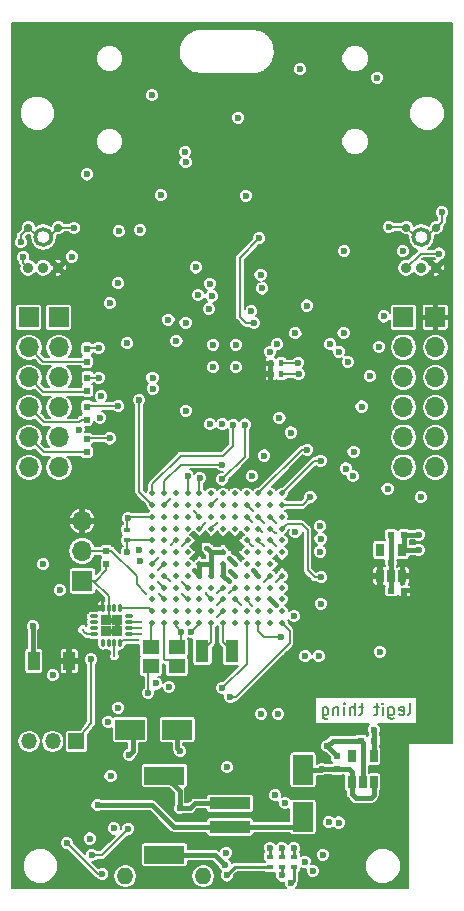
<source format=gbr>
G04 #@! TF.GenerationSoftware,KiCad,Pcbnew,(5.0.1-3-g963ef8bb5)*
G04 #@! TF.CreationDate,2019-01-09T16:01:24-05:00*
G04 #@! TF.ProjectId,Tympan_D_3,54796D70616E5F445F332E6B69636164,rev?*
G04 #@! TF.SameCoordinates,PX6d878d0PY72e6100*
G04 #@! TF.FileFunction,Copper,L4,Bot,Signal*
G04 #@! TF.FilePolarity,Positive*
%FSLAX46Y46*%
G04 Gerber Fmt 4.6, Leading zero omitted, Abs format (unit mm)*
G04 Created by KiCad (PCBNEW (5.0.1-3-g963ef8bb5)) date Wednesday, January 09, 2019 at 04:01:24 PM*
%MOMM*%
%LPD*%
G01*
G04 APERTURE LIST*
G04 #@! TA.AperFunction,NonConductor*
%ADD10C,0.200000*%
G04 #@! TD*
G04 #@! TA.AperFunction,EtchedComponent*
%ADD11C,0.325000*%
G04 #@! TD*
G04 #@! TA.AperFunction,SMDPad,CuDef*
%ADD12R,1.000000X1.600000*%
G04 #@! TD*
G04 #@! TA.AperFunction,SMDPad,CuDef*
%ADD13R,0.650000X1.060000*%
G04 #@! TD*
G04 #@! TA.AperFunction,SMDPad,CuDef*
%ADD14R,0.500000X0.600000*%
G04 #@! TD*
G04 #@! TA.AperFunction,SMDPad,CuDef*
%ADD15R,0.600000X0.500000*%
G04 #@! TD*
G04 #@! TA.AperFunction,SMDPad,CuDef*
%ADD16R,0.400000X0.600000*%
G04 #@! TD*
G04 #@! TA.AperFunction,SMDPad,CuDef*
%ADD17R,0.600000X0.400000*%
G04 #@! TD*
G04 #@! TA.AperFunction,BGAPad,CuDef*
%ADD18C,0.500380*%
G04 #@! TD*
G04 #@! TA.AperFunction,ComponentPad*
%ADD19O,1.400000X1.400000*%
G04 #@! TD*
G04 #@! TA.AperFunction,SMDPad,CuDef*
%ADD20R,1.100000X1.900000*%
G04 #@! TD*
G04 #@! TA.AperFunction,SMDPad,CuDef*
%ADD21R,1.400000X1.200000*%
G04 #@! TD*
G04 #@! TA.AperFunction,ComponentPad*
%ADD22R,1.700000X1.700000*%
G04 #@! TD*
G04 #@! TA.AperFunction,ComponentPad*
%ADD23O,1.700000X1.700000*%
G04 #@! TD*
G04 #@! TA.AperFunction,SMDPad,CuDef*
%ADD24R,2.500000X1.700000*%
G04 #@! TD*
G04 #@! TA.AperFunction,SMDPad,CuDef*
%ADD25R,1.700000X2.500000*%
G04 #@! TD*
G04 #@! TA.AperFunction,SMDPad,CuDef*
%ADD26O,0.300000X0.750000*%
G04 #@! TD*
G04 #@! TA.AperFunction,SMDPad,CuDef*
%ADD27O,0.750000X0.300000*%
G04 #@! TD*
G04 #@! TA.AperFunction,SMDPad,CuDef*
%ADD28R,0.900000X0.900000*%
G04 #@! TD*
G04 #@! TA.AperFunction,BGAPad,CuDef*
%ADD29C,0.900000*%
G04 #@! TD*
G04 #@! TA.AperFunction,BGAPad,CuDef*
%ADD30C,0.700000*%
G04 #@! TD*
G04 #@! TA.AperFunction,ComponentPad*
%ADD31R,1.350000X1.350000*%
G04 #@! TD*
G04 #@! TA.AperFunction,ComponentPad*
%ADD32O,1.350000X1.350000*%
G04 #@! TD*
G04 #@! TA.AperFunction,SMDPad,CuDef*
%ADD33R,3.500000X1.000000*%
G04 #@! TD*
G04 #@! TA.AperFunction,SMDPad,CuDef*
%ADD34R,3.400000X1.500000*%
G04 #@! TD*
G04 #@! TA.AperFunction,ViaPad*
%ADD35C,0.600000*%
G04 #@! TD*
G04 #@! TA.AperFunction,ViaPad*
%ADD36C,0.300000*%
G04 #@! TD*
G04 #@! TA.AperFunction,Conductor*
%ADD37C,0.203200*%
G04 #@! TD*
G04 #@! TA.AperFunction,Conductor*
%ADD38C,0.381000*%
G04 #@! TD*
G04 #@! TA.AperFunction,Conductor*
%ADD39C,0.177800*%
G04 #@! TD*
G04 #@! TA.AperFunction,Conductor*
%ADD40C,0.250000*%
G04 #@! TD*
G04 #@! TA.AperFunction,Conductor*
%ADD41C,0.200000*%
G04 #@! TD*
G04 APERTURE END LIST*
D10*
X33897619Y15047620D02*
X33992857Y15095239D01*
X34040476Y15190477D01*
X34040476Y16047620D01*
X33135714Y15095239D02*
X33230952Y15047620D01*
X33421428Y15047620D01*
X33516666Y15095239D01*
X33564285Y15190477D01*
X33564285Y15571429D01*
X33516666Y15666667D01*
X33421428Y15714286D01*
X33230952Y15714286D01*
X33135714Y15666667D01*
X33088095Y15571429D01*
X33088095Y15476191D01*
X33564285Y15380953D01*
X32230952Y15714286D02*
X32230952Y14904762D01*
X32278571Y14809524D01*
X32326190Y14761905D01*
X32421428Y14714286D01*
X32564285Y14714286D01*
X32659523Y14761905D01*
X32230952Y15095239D02*
X32326190Y15047620D01*
X32516666Y15047620D01*
X32611904Y15095239D01*
X32659523Y15142858D01*
X32707142Y15238096D01*
X32707142Y15523810D01*
X32659523Y15619048D01*
X32611904Y15666667D01*
X32516666Y15714286D01*
X32326190Y15714286D01*
X32230952Y15666667D01*
X31754761Y15047620D02*
X31754761Y15714286D01*
X31754761Y16047620D02*
X31802380Y16000000D01*
X31754761Y15952381D01*
X31707142Y16000000D01*
X31754761Y16047620D01*
X31754761Y15952381D01*
X31421428Y15714286D02*
X31040476Y15714286D01*
X31278571Y16047620D02*
X31278571Y15190477D01*
X31230952Y15095239D01*
X31135714Y15047620D01*
X31040476Y15047620D01*
X30088095Y15714286D02*
X29707142Y15714286D01*
X29945238Y16047620D02*
X29945238Y15190477D01*
X29897619Y15095239D01*
X29802380Y15047620D01*
X29707142Y15047620D01*
X29373809Y15047620D02*
X29373809Y16047620D01*
X28945238Y15047620D02*
X28945238Y15571429D01*
X28992857Y15666667D01*
X29088095Y15714286D01*
X29230952Y15714286D01*
X29326190Y15666667D01*
X29373809Y15619048D01*
X28469047Y15047620D02*
X28469047Y15714286D01*
X28469047Y16047620D02*
X28516666Y16000000D01*
X28469047Y15952381D01*
X28421428Y16000000D01*
X28469047Y16047620D01*
X28469047Y15952381D01*
X27992857Y15714286D02*
X27992857Y15047620D01*
X27992857Y15619048D02*
X27945238Y15666667D01*
X27850000Y15714286D01*
X27707142Y15714286D01*
X27611904Y15666667D01*
X27564285Y15571429D01*
X27564285Y15047620D01*
X26659523Y15714286D02*
X26659523Y14904762D01*
X26707142Y14809524D01*
X26754761Y14761905D01*
X26850000Y14714286D01*
X26992857Y14714286D01*
X27088095Y14761905D01*
X26659523Y15095239D02*
X26754761Y15047620D01*
X26945238Y15047620D01*
X27040476Y15095239D01*
X27088095Y15142858D01*
X27135714Y15238096D01*
X27135714Y15523810D01*
X27088095Y15619048D01*
X27040476Y15666667D01*
X26945238Y15714286D01*
X26754761Y15714286D01*
X26659523Y15666667D01*
D11*
G04 #@! TO.C,MIC2*
X3675250Y55500000D02*
G75*
G03X3675250Y55500000I-675250J0D01*
G01*
G04 #@! TO.C,MIC1*
X35675250Y55500000D02*
G75*
G03X35675250Y55500000I-675250J0D01*
G01*
G04 #@! TD*
D12*
G04 #@! TO.P,F1,1*
G04 #@! TO.N,Net-(F1-Pad1)*
X2200000Y19600000D03*
G04 #@! TO.P,F1,2*
G04 #@! TO.N,+3V3*
X5200000Y19600000D03*
G04 #@! TD*
D13*
G04 #@! TO.P,U4,1*
G04 #@! TO.N,+3V3*
X33400000Y26800000D03*
G04 #@! TO.P,U4,2*
G04 #@! TO.N,GND*
X32450000Y26800000D03*
G04 #@! TO.P,U4,3*
G04 #@! TO.N,+3V3*
X31500000Y26800000D03*
G04 #@! TO.P,U4,4*
G04 #@! TO.N,Net-(U4-Pad4)*
X31500000Y29000000D03*
G04 #@! TO.P,U4,5*
G04 #@! TO.N,+1V8*
X33400000Y29000000D03*
G04 #@! TD*
D14*
G04 #@! TO.P,C14,1*
G04 #@! TO.N,/POT*
X8325000Y28925000D03*
G04 #@! TO.P,C14,2*
G04 #@! TO.N,GND*
X8325000Y27825000D03*
G04 #@! TD*
D15*
G04 #@! TO.P,C20,1*
G04 #@! TO.N,+3V3*
X33550000Y25550000D03*
G04 #@! TO.P,C20,2*
G04 #@! TO.N,GND*
X32450000Y25550000D03*
G04 #@! TD*
D14*
G04 #@! TO.P,C21,1*
G04 #@! TO.N,Net-(C21-Pad1)*
X27850000Y10450000D03*
G04 #@! TO.P,C21,2*
G04 #@! TO.N,GND*
X27850000Y11550000D03*
G04 #@! TD*
D15*
G04 #@! TO.P,C22,1*
G04 #@! TO.N,+1V8*
X33550000Y30275000D03*
G04 #@! TO.P,C22,2*
G04 #@! TO.N,GND*
X32450000Y30275000D03*
G04 #@! TD*
D14*
G04 #@! TO.P,C23,1*
G04 #@! TO.N,/IN1_R*
X6700000Y46050000D03*
G04 #@! TO.P,C23,2*
G04 #@! TO.N,Net-(C23-Pad2)*
X6700000Y44950000D03*
G04 #@! TD*
G04 #@! TO.P,C24,1*
G04 #@! TO.N,/IN1_L*
X6725000Y43600000D03*
G04 #@! TO.P,C24,2*
G04 #@! TO.N,Net-(C24-Pad2)*
X6725000Y42500000D03*
G04 #@! TD*
G04 #@! TO.P,C25,1*
G04 #@! TO.N,/LOL*
X6700000Y41150000D03*
G04 #@! TO.P,C25,2*
G04 #@! TO.N,Net-(C25-Pad2)*
X6700000Y40050000D03*
G04 #@! TD*
G04 #@! TO.P,C26,1*
G04 #@! TO.N,/LOR*
X6700000Y38396000D03*
G04 #@! TO.P,C26,2*
G04 #@! TO.N,Net-(C26-Pad2)*
X6700000Y37296000D03*
G04 #@! TD*
D16*
G04 #@! TO.P,R19,1*
G04 #@! TO.N,+3V3*
X22250000Y44800000D03*
G04 #@! TO.P,R19,2*
G04 #@! TO.N,/SDA/MOSI*
X23150000Y44800000D03*
G04 #@! TD*
G04 #@! TO.P,R20,1*
G04 #@! TO.N,+3V3*
X22250000Y43900000D03*
G04 #@! TO.P,R20,2*
G04 #@! TO.N,/SCL/SS*
X23150000Y43900000D03*
G04 #@! TD*
D17*
G04 #@! TO.P,R23,1*
G04 #@! TO.N,/VREGEN*
X10125000Y29825000D03*
G04 #@! TO.P,R23,2*
G04 #@! TO.N,GND*
X10125000Y30725000D03*
G04 #@! TD*
D18*
G04 #@! TO.P,IC1,A1*
G04 #@! TO.N,/SS_2*
X23225640Y33815040D03*
G04 #@! TO.P,IC1,A2*
G04 #@! TO.N,Net-(IC1-PadA2)*
X22224880Y33815040D03*
G04 #@! TO.P,IC1,A3*
G04 #@! TO.N,/M_BIAS*
X21224120Y33815040D03*
G04 #@! TO.P,IC1,A4*
G04 #@! TO.N,Net-(IC1-PadA4)*
X20225900Y33815040D03*
G04 #@! TO.P,IC1,A5*
G04 #@! TO.N,Net-(IC1-PadA5)*
X19225140Y33815040D03*
G04 #@! TO.P,IC1,A6*
G04 #@! TO.N,Net-(IC1-PadA6)*
X18224380Y33815040D03*
G04 #@! TO.P,IC1,A7*
G04 #@! TO.N,Net-(IC1-PadA7)*
X17226160Y33815040D03*
G04 #@! TO.P,IC1,A8*
G04 #@! TO.N,/nRESET*
X16225400Y33815040D03*
G04 #@! TO.P,IC1,A9*
G04 #@! TO.N,Net-(IC1-PadA9)*
X15224640Y33815040D03*
G04 #@! TO.P,IC1,A10*
G04 #@! TO.N,Net-(IC1-PadA10)*
X14223880Y33815040D03*
G04 #@! TO.P,IC1,A11*
G04 #@! TO.N,/BCLK*
X13225660Y33815040D03*
G04 #@! TO.P,IC1,A12*
G04 #@! TO.N,/WCLK*
X12224900Y33815040D03*
G04 #@! TO.P,IC1,B1*
G04 #@! TO.N,/SCK_2*
X23225640Y32814280D03*
G04 #@! TO.P,IC1,C1*
G04 #@! TO.N,Net-(IC1-PadC1)*
X23225640Y31813520D03*
G04 #@! TO.P,IC1,D1*
G04 #@! TO.N,/CLK*
X23225640Y30815300D03*
G04 #@! TO.P,IC1,E1*
G04 #@! TO.N,Net-(IC1-PadE1)*
X23225640Y29814540D03*
G04 #@! TO.P,IC1,F1*
G04 #@! TO.N,Net-(IC1-PadF1)*
X23225640Y28813780D03*
G04 #@! TO.P,IC1,G1*
G04 #@! TO.N,+3V3*
X23225640Y27815560D03*
G04 #@! TO.P,IC1,H1*
G04 #@! TO.N,/USB0_D+*
X23225640Y26814800D03*
G04 #@! TO.P,IC1,J1*
G04 #@! TO.N,Net-(IC1-PadJ1)*
X23225640Y25814040D03*
G04 #@! TO.P,IC1,B12*
G04 #@! TO.N,/DIN_1*
X12224900Y32814280D03*
G04 #@! TO.P,IC1,B11*
G04 #@! TO.N,/DIN*
X13225660Y32814280D03*
G04 #@! TO.P,IC1,B10*
G04 #@! TO.N,Net-(IC1-PadB10)*
X14223880Y32814280D03*
G04 #@! TO.P,IC1,B9*
G04 #@! TO.N,Net-(IC1-PadB9)*
X15224640Y32814280D03*
G04 #@! TO.P,IC1,B8*
G04 #@! TO.N,Net-(IC1-PadB8)*
X16225400Y32814280D03*
G04 #@! TO.P,IC1,B7*
G04 #@! TO.N,/DOUT_1*
X17226160Y32814280D03*
G04 #@! TO.P,IC1,B6*
G04 #@! TO.N,Net-(IC1-PadB6)*
X18224380Y32814280D03*
G04 #@! TO.P,IC1,B5*
G04 #@! TO.N,Net-(IC1-PadB5)*
X19225140Y32814280D03*
G04 #@! TO.P,IC1,B2*
G04 #@! TO.N,Net-(IC1-PadB2)*
X22224880Y32814280D03*
G04 #@! TO.P,IC1,B3*
G04 #@! TO.N,Net-(IC1-PadB3)*
X21224120Y32814280D03*
G04 #@! TO.P,IC1,B4*
G04 #@! TO.N,/TX_3*
X20225900Y32814280D03*
G04 #@! TO.P,IC1,C2*
G04 #@! TO.N,/MISO_2*
X22224880Y31813520D03*
G04 #@! TO.P,IC1,C3*
G04 #@! TO.N,/MOSI_2*
X21224120Y31813520D03*
G04 #@! TO.P,IC1,C4*
G04 #@! TO.N,/RX_3*
X20225900Y31813520D03*
G04 #@! TO.P,IC1,C5*
G04 #@! TO.N,Net-(IC1-PadC5)*
X19225140Y31813520D03*
G04 #@! TO.P,IC1,C6*
G04 #@! TO.N,Net-(IC1-PadC6)*
X18224380Y31813520D03*
G04 #@! TO.P,IC1,C7*
G04 #@! TO.N,Net-(IC1-PadC7)*
X17226160Y31813520D03*
G04 #@! TO.P,IC1,C8*
G04 #@! TO.N,/MCLK*
X16225400Y31813520D03*
G04 #@! TO.P,IC1,C9*
G04 #@! TO.N,Net-(IC1-PadC9)*
X15224640Y31813520D03*
G04 #@! TO.P,IC1,D2*
G04 #@! TO.N,/DAT0*
X22224880Y30815300D03*
G04 #@! TO.P,IC1,D3*
G04 #@! TO.N,/DAT1*
X21224120Y30815300D03*
G04 #@! TO.P,IC1,D4*
G04 #@! TO.N,Net-(IC1-PadD4)*
X20225900Y30815300D03*
G04 #@! TO.P,IC1,D5*
G04 #@! TO.N,Net-(IC1-PadD5)*
X19225140Y30815300D03*
G04 #@! TO.P,IC1,D6*
G04 #@! TO.N,Net-(IC1-PadD6)*
X18224380Y30815300D03*
G04 #@! TO.P,IC1,D7*
G04 #@! TO.N,Net-(IC1-PadD7)*
X17226160Y30815300D03*
G04 #@! TO.P,IC1,D8*
G04 #@! TO.N,/DOUT*
X16225400Y30815300D03*
G04 #@! TO.P,IC1,D9*
G04 #@! TO.N,Net-(IC1-PadD9)*
X15224640Y30815300D03*
G04 #@! TO.P,IC1,E2*
G04 #@! TO.N,/DAT2*
X22224880Y29814540D03*
G04 #@! TO.P,IC1,E3*
G04 #@! TO.N,/DAT3*
X21224120Y29814540D03*
G04 #@! TO.P,IC1,E4*
G04 #@! TO.N,/CMD*
X20225900Y29814540D03*
G04 #@! TO.P,IC1,C10*
G04 #@! TO.N,Net-(IC1-PadC10)*
X14223880Y31813520D03*
G04 #@! TO.P,IC1,D10*
G04 #@! TO.N,Net-(IC1-PadD10)*
X14223880Y30815300D03*
G04 #@! TO.P,IC1,C11*
G04 #@! TO.N,Net-(IC1-PadC11)*
X13225660Y31813520D03*
G04 #@! TO.P,IC1,D11*
G04 #@! TO.N,Net-(IC1-PadD11)*
X13225660Y30815300D03*
G04 #@! TO.P,IC1,D12*
G04 #@! TO.N,Net-(IC1-PadD12)*
X12224900Y30815300D03*
G04 #@! TO.P,IC1,C12*
G04 #@! TO.N,GND*
X12224900Y31813520D03*
G04 #@! TO.P,IC1,F2*
G04 #@! TO.N,Net-(IC1-PadF2)*
X22224880Y28813780D03*
G04 #@! TO.P,IC1,F3*
G04 #@! TO.N,Net-(IC1-PadF3)*
X21224120Y28813780D03*
G04 #@! TO.P,IC1,F4*
G04 #@! TO.N,Net-(IC1-PadF4)*
X20225900Y28813780D03*
G04 #@! TO.P,IC1,G4*
G04 #@! TO.N,Net-(IC1-PadG4)*
X20225900Y27815560D03*
G04 #@! TO.P,IC1,G3*
G04 #@! TO.N,Net-(IC1-PadG3)*
X21224120Y27815560D03*
G04 #@! TO.P,IC1,G2*
G04 #@! TO.N,Net-(IC1-PadG2)*
X22224880Y27815560D03*
G04 #@! TO.P,IC1,H2*
G04 #@! TO.N,/USB0_D-*
X22224880Y26814800D03*
G04 #@! TO.P,IC1,H3*
G04 #@! TO.N,GND*
X21224120Y26814800D03*
G04 #@! TO.P,IC1,H4*
G04 #@! TO.N,Net-(IC1-PadH4)*
X20225900Y26814800D03*
G04 #@! TO.P,IC1,J4*
G04 #@! TO.N,Net-(IC1-PadJ4)*
X20225900Y25814040D03*
G04 #@! TO.P,IC1,J3*
G04 #@! TO.N,Net-(IC1-PadJ3)*
X21224120Y25814040D03*
G04 #@! TO.P,IC1,J2*
G04 #@! TO.N,Net-(IC1-PadJ2)*
X22224880Y25814040D03*
G04 #@! TO.P,IC1,K1*
G04 #@! TO.N,Net-(IC1-PadK1)*
X23225640Y24813280D03*
G04 #@! TO.P,IC1,K2*
G04 #@! TO.N,GND*
X22224880Y24813280D03*
G04 #@! TO.P,IC1,K3*
G04 #@! TO.N,Net-(IC1-PadK3)*
X21224120Y24813280D03*
G04 #@! TO.P,IC1,K4*
G04 #@! TO.N,/BT_RTS*
X20225900Y24813280D03*
G04 #@! TO.P,IC1,L4*
G04 #@! TO.N,Net-(IC1-PadL4)*
X20225900Y23815060D03*
G04 #@! TO.P,IC1,L3*
G04 #@! TO.N,Net-(IC1-PadL3)*
X21224120Y23815060D03*
G04 #@! TO.P,IC1,L2*
G04 #@! TO.N,Net-(IC1-PadL2)*
X22224880Y23815060D03*
G04 #@! TO.P,IC1,L1*
G04 #@! TO.N,Net-(IC1-PadL1)*
X23225640Y23815060D03*
G04 #@! TO.P,IC1,M1*
G04 #@! TO.N,/BT_PIO0*
X23225640Y22814300D03*
G04 #@! TO.P,IC1,M2*
G04 #@! TO.N,Net-(IC1-PadM2)*
X22224880Y22814300D03*
G04 #@! TO.P,IC1,M3*
G04 #@! TO.N,Net-(C28-Pad2)*
X21224120Y22814300D03*
G04 #@! TO.P,IC1,M4*
G04 #@! TO.N,/BT_PIO5*
X20225900Y22814300D03*
G04 #@! TO.P,IC1,E8*
G04 #@! TO.N,+3V3*
X16225400Y29814540D03*
G04 #@! TO.P,IC1,E7*
X17226160Y29814540D03*
G04 #@! TO.P,IC1,E6*
X18224380Y29814540D03*
G04 #@! TO.P,IC1,E5*
X19225140Y29814540D03*
G04 #@! TO.P,IC1,F5*
X19225140Y28813780D03*
G04 #@! TO.P,IC1,F6*
G04 #@! TO.N,GND*
X18224380Y28813780D03*
G04 #@! TO.P,IC1,F7*
X17226160Y28813780D03*
G04 #@! TO.P,IC1,F8*
G04 #@! TO.N,+3V3*
X16225400Y28813780D03*
G04 #@! TO.P,IC1,G5*
G04 #@! TO.N,Net-(C1-Pad2)*
X19225140Y27815560D03*
G04 #@! TO.P,IC1,G6*
G04 #@! TO.N,Net-(C1-Pad1)*
X18224380Y27815560D03*
G04 #@! TO.P,IC1,G7*
G04 #@! TO.N,GND*
X17226160Y27815560D03*
G04 #@! TO.P,IC1,G8*
X16225400Y27815560D03*
G04 #@! TO.P,IC1,H5*
G04 #@! TO.N,Net-(IC1-PadH5)*
X19225140Y26814800D03*
G04 #@! TO.P,IC1,H6*
G04 #@! TO.N,Net-(C1-Pad1)*
X18224380Y26814800D03*
G04 #@! TO.P,IC1,H7*
G04 #@! TO.N,GND*
X17226160Y26814800D03*
G04 #@! TO.P,IC1,H8*
X16225400Y26814800D03*
G04 #@! TO.P,IC1,J5*
G04 #@! TO.N,/PTA0*
X19225140Y25814040D03*
G04 #@! TO.P,IC1,J6*
G04 #@! TO.N,/PTA1*
X18224380Y25814040D03*
G04 #@! TO.P,IC1,J7*
G04 #@! TO.N,Net-(IC1-PadJ7)*
X17226160Y25814040D03*
G04 #@! TO.P,IC1,J8*
G04 #@! TO.N,Net-(IC1-PadJ8)*
X16225400Y25814040D03*
G04 #@! TO.P,IC1,K5*
G04 #@! TO.N,/BT_nRESET*
X19225140Y24813280D03*
G04 #@! TO.P,IC1,K6*
G04 #@! TO.N,/PTA2*
X18224380Y24813280D03*
G04 #@! TO.P,IC1,K7*
G04 #@! TO.N,/PTA3*
X17226160Y24813280D03*
G04 #@! TO.P,IC1,K8*
G04 #@! TO.N,Net-(IC1-PadK8)*
X16225400Y24813280D03*
G04 #@! TO.P,IC1,L5*
G04 #@! TO.N,Net-(IC1-PadL5)*
X19225140Y23815060D03*
G04 #@! TO.P,IC1,L6*
G04 #@! TO.N,VPP*
X18224380Y23815060D03*
G04 #@! TO.P,IC1,L7*
G04 #@! TO.N,Net-(IC1-PadL7)*
X17226160Y23815060D03*
G04 #@! TO.P,IC1,L8*
G04 #@! TO.N,Net-(IC1-PadL8)*
X16225400Y23815060D03*
G04 #@! TO.P,IC1,M5*
G04 #@! TO.N,Net-(IC1-PadM5)*
X19225140Y22814300D03*
G04 #@! TO.P,IC1,M6*
G04 #@! TO.N,Net-(IC1-PadM6)*
X18224380Y22814300D03*
G04 #@! TO.P,IC1,M7*
G04 #@! TO.N,Net-(IC1-PadM7)*
X17226160Y22814300D03*
G04 #@! TO.P,IC1,M8*
G04 #@! TO.N,/BT_CTS*
X16225400Y22814300D03*
G04 #@! TO.P,IC1,E9*
G04 #@! TO.N,/BT_RX*
X15224640Y29814540D03*
G04 #@! TO.P,IC1,E10*
G04 #@! TO.N,/BT_TX*
X14223880Y29814540D03*
G04 #@! TO.P,IC1,E11*
G04 #@! TO.N,Net-(IC1-PadE11)*
X13225660Y29814540D03*
G04 #@! TO.P,IC1,E12*
G04 #@! TO.N,/VREGEN*
X12224900Y29814540D03*
G04 #@! TO.P,IC1,F9*
G04 #@! TO.N,Net-(IC1-PadF9)*
X15224640Y28813780D03*
G04 #@! TO.P,IC1,F10*
G04 #@! TO.N,Net-(IC1-PadF10)*
X14223880Y28813780D03*
G04 #@! TO.P,IC1,F11*
G04 #@! TO.N,Net-(IC1-PadF11)*
X13225660Y28813780D03*
G04 #@! TO.P,IC1,F12*
G04 #@! TO.N,Net-(IC1-PadF12)*
X12224900Y28813780D03*
G04 #@! TO.P,IC1,J9*
G04 #@! TO.N,/SDA2*
X15224640Y25814040D03*
G04 #@! TO.P,IC1,G12*
G04 #@! TO.N,/SCL/SS*
X12224900Y27815560D03*
G04 #@! TO.P,IC1,G11*
G04 #@! TO.N,/SDA/MOSI*
X13225660Y27815560D03*
G04 #@! TO.P,IC1,G10*
G04 #@! TO.N,Net-(IC1-PadG10)*
X14223880Y27815560D03*
G04 #@! TO.P,IC1,G9*
G04 #@! TO.N,Net-(IC1-PadG9)*
X15224640Y27815560D03*
G04 #@! TO.P,IC1,H9*
G04 #@! TO.N,Net-(IC1-PadH9)*
X15224640Y26814800D03*
G04 #@! TO.P,IC1,H10*
G04 #@! TO.N,Net-(IC1-PadH10)*
X14223880Y26814800D03*
G04 #@! TO.P,IC1,H11*
G04 #@! TO.N,/M_BIAS_1*
X13225660Y26814800D03*
G04 #@! TO.P,IC1,H12*
G04 #@! TO.N,Net-(IC1-PadH12)*
X12224900Y26814800D03*
G04 #@! TO.P,IC1,J10*
G04 #@! TO.N,Net-(IC1-PadJ10)*
X14223880Y25814040D03*
G04 #@! TO.P,IC1,J11*
G04 #@! TO.N,/nRESET_1*
X13225660Y25814040D03*
G04 #@! TO.P,IC1,J12*
G04 #@! TO.N,Net-(IC1-PadJ12)*
X12224900Y25814040D03*
G04 #@! TO.P,IC1,M9*
G04 #@! TO.N,Net-(IC1-PadM9)*
X15224640Y22814300D03*
G04 #@! TO.P,IC1,L9*
G04 #@! TO.N,Net-(IC1-PadL9)*
X15224640Y23815060D03*
G04 #@! TO.P,IC1,K9*
G04 #@! TO.N,/SCL2*
X15224640Y24813280D03*
G04 #@! TO.P,IC1,K10*
G04 #@! TO.N,Net-(IC1-PadK10)*
X14223880Y24813280D03*
G04 #@! TO.P,IC1,L10*
G04 #@! TO.N,Net-(IC1-PadL10)*
X14223880Y23815060D03*
G04 #@! TO.P,IC1,M10*
G04 #@! TO.N,GND*
X14223880Y22814300D03*
G04 #@! TO.P,IC1,M11*
G04 #@! TO.N,Net-(IC1-PadM11)*
X13225660Y22814300D03*
G04 #@! TO.P,IC1,L11*
G04 #@! TO.N,Net-(IC1-PadL11)*
X13225660Y23815060D03*
G04 #@! TO.P,IC1,K11*
G04 #@! TO.N,/POT*
X13225660Y24813280D03*
G04 #@! TO.P,IC1,K12*
G04 #@! TO.N,Net-(IC1-PadK12)*
X12224900Y24813280D03*
G04 #@! TO.P,IC1,L12*
G04 #@! TO.N,/RESET_B*
X12224900Y23815060D03*
G04 #@! TO.P,IC1,M12*
G04 #@! TO.N,Net-(IC1-PadM12)*
X12224900Y22814300D03*
G04 #@! TD*
D19*
G04 #@! TO.P,P1,10*
G04 #@! TO.N,Earth*
X9950000Y1400000D03*
G04 #@! TO.P,P1,11*
X16550000Y1400000D03*
G04 #@! TD*
D20*
G04 #@! TO.P,Y1,1*
G04 #@! TO.N,Net-(IC1-PadM6)*
X18975000Y20450000D03*
G04 #@! TO.P,Y1,2*
G04 #@! TO.N,Net-(IC1-PadM7)*
X16475000Y20450000D03*
G04 #@! TD*
D21*
G04 #@! TO.P,Y2,1*
G04 #@! TO.N,Net-(IC1-PadM11)*
X14300000Y19175000D03*
G04 #@! TO.P,Y2,2*
G04 #@! TO.N,GND*
X12100000Y19175000D03*
G04 #@! TO.P,Y2,3*
G04 #@! TO.N,Net-(IC1-PadM12)*
X12100000Y20775000D03*
G04 #@! TO.P,Y2,4*
G04 #@! TO.N,GND*
X14300000Y20775000D03*
G04 #@! TD*
D22*
G04 #@! TO.P,RV1,1*
G04 #@! TO.N,GND*
X6300000Y26375000D03*
D23*
G04 #@! TO.P,RV1,2*
G04 #@! TO.N,/POT*
X6300000Y28915000D03*
G04 #@! TO.P,RV1,3*
G04 #@! TO.N,+3V3*
X6300000Y31455000D03*
G04 #@! TD*
D15*
G04 #@! TO.P,C34,1*
G04 #@! TO.N,VPP*
X31000000Y12850000D03*
G04 #@! TO.P,C34,2*
G04 #@! TO.N,GND*
X29900000Y12850000D03*
G04 #@! TD*
D24*
G04 #@! TO.P,D4,1*
G04 #@! TO.N,Net-(C21-Pad1)*
X14350000Y13800000D03*
G04 #@! TO.P,D4,2*
G04 #@! TO.N,/V_USB*
X10350000Y13800000D03*
G04 #@! TD*
D25*
G04 #@! TO.P,D5,1*
G04 #@! TO.N,Net-(C21-Pad1)*
X25000000Y10400000D03*
G04 #@! TO.P,D5,2*
G04 #@! TO.N,+BATT*
X25000000Y6400000D03*
G04 #@! TD*
D22*
G04 #@! TO.P,P3,1*
G04 #@! TO.N,+3V3*
X36200000Y48700000D03*
D23*
G04 #@! TO.P,P3,2*
G04 #@! TO.N,/DOUT_1*
X36200000Y46160000D03*
G04 #@! TO.P,P3,3*
G04 #@! TO.N,/DIN_1*
X36200000Y43620000D03*
G04 #@! TO.P,P3,4*
G04 #@! TO.N,/SDA2*
X36200000Y41080000D03*
G04 #@! TO.P,P3,5*
G04 #@! TO.N,/SCL2*
X36200000Y38540000D03*
G04 #@! TO.P,P3,6*
G04 #@! TO.N,GND*
X36200000Y36000000D03*
G04 #@! TD*
D22*
G04 #@! TO.P,P4,1*
G04 #@! TO.N,/M_BIAS_1*
X4318000Y48700000D03*
D23*
G04 #@! TO.P,P4,2*
G04 #@! TO.N,/MCLK*
X4318000Y46160000D03*
G04 #@! TO.P,P4,3*
G04 #@! TO.N,/BCLK*
X4318000Y43620000D03*
G04 #@! TO.P,P4,4*
G04 #@! TO.N,/WCLK*
X4318000Y41080000D03*
G04 #@! TO.P,P4,5*
G04 #@! TO.N,/nRESET_1*
X4318000Y38540000D03*
G04 #@! TO.P,P4,6*
G04 #@! TO.N,GND*
X4318000Y36000000D03*
G04 #@! TD*
D17*
G04 #@! TO.P,R34,1*
G04 #@! TO.N,/LED_1*
X23200000Y3050000D03*
G04 #@! TO.P,R34,2*
G04 #@! TO.N,Net-(D6-Pad2)*
X23200000Y2150000D03*
G04 #@! TD*
G04 #@! TO.P,R35,1*
G04 #@! TO.N,/LED_2*
X24200000Y3050000D03*
G04 #@! TO.P,R35,2*
G04 #@! TO.N,Net-(D6-Pad3)*
X24200000Y2150000D03*
G04 #@! TD*
G04 #@! TO.P,R36,1*
G04 #@! TO.N,/LED_0*
X22200000Y3050000D03*
G04 #@! TO.P,R36,2*
G04 #@! TO.N,Net-(D6-Pad4)*
X22200000Y2150000D03*
G04 #@! TD*
D13*
G04 #@! TO.P,U1,1*
G04 #@! TO.N,Net-(C21-Pad1)*
X31000000Y9350000D03*
G04 #@! TO.P,U1,2*
G04 #@! TO.N,GND*
X30050000Y9350000D03*
G04 #@! TO.P,U1,3*
G04 #@! TO.N,Net-(C21-Pad1)*
X29100000Y9350000D03*
G04 #@! TO.P,U1,4*
G04 #@! TO.N,Net-(U1-Pad4)*
X29100000Y11550000D03*
G04 #@! TO.P,U1,5*
G04 #@! TO.N,VPP*
X31000000Y11550000D03*
G04 #@! TD*
D22*
G04 #@! TO.P,P5,1*
G04 #@! TO.N,+1V8*
X1778000Y48700000D03*
D23*
G04 #@! TO.P,P5,2*
G04 #@! TO.N,Net-(C23-Pad2)*
X1778000Y46160000D03*
G04 #@! TO.P,P5,3*
G04 #@! TO.N,Net-(C24-Pad2)*
X1778000Y43620000D03*
G04 #@! TO.P,P5,4*
G04 #@! TO.N,Net-(C25-Pad2)*
X1778000Y41080000D03*
G04 #@! TO.P,P5,5*
G04 #@! TO.N,Net-(C26-Pad2)*
X1778000Y38540000D03*
G04 #@! TO.P,P5,6*
G04 #@! TO.N,GND*
X1778000Y36000000D03*
G04 #@! TD*
D26*
G04 #@! TO.P,IC2,1*
G04 #@! TO.N,+3V3*
X8025000Y24100000D03*
G04 #@! TO.P,IC2,2*
G04 #@! TO.N,GND*
X8525000Y24100000D03*
G04 #@! TO.P,IC2,3*
G04 #@! TO.N,/DE*
X9025000Y24100000D03*
G04 #@! TO.P,IC2,4*
G04 #@! TO.N,/RESET_B*
X9525000Y24100000D03*
D27*
G04 #@! TO.P,IC2,5*
G04 #@! TO.N,Net-(IC2-Pad5)*
X10250000Y23375000D03*
G04 #@! TO.P,IC2,6*
G04 #@! TO.N,/PTA1*
X10250000Y22875000D03*
G04 #@! TO.P,IC2,7*
G04 #@! TO.N,/PTA3*
X10250000Y22375000D03*
G04 #@! TO.P,IC2,8*
G04 #@! TO.N,/PTA0*
X10250000Y21875000D03*
D26*
G04 #@! TO.P,IC2,9*
G04 #@! TO.N,/PTA2*
X9525000Y21150000D03*
G04 #@! TO.P,IC2,10*
G04 #@! TO.N,/PROG*
X9025000Y21150000D03*
G04 #@! TO.P,IC2,11*
G04 #@! TO.N,Net-(IC2-Pad11)*
X8525000Y21150000D03*
G04 #@! TO.P,IC2,12*
G04 #@! TO.N,Net-(IC2-Pad12)*
X8025000Y21150000D03*
D27*
G04 #@! TO.P,IC2,13*
G04 #@! TO.N,/RESET_B*
X7300000Y21875000D03*
G04 #@! TO.P,IC2,14*
G04 #@! TO.N,Net-(IC2-Pad14)*
X7300000Y22375000D03*
G04 #@! TO.P,IC2,15*
G04 #@! TO.N,Net-(IC2-Pad15)*
X7300000Y22875000D03*
G04 #@! TO.P,IC2,16*
G04 #@! TO.N,Net-(IC2-Pad16)*
X7300000Y23375000D03*
D28*
G04 #@! TO.P,IC2,17*
G04 #@! TO.N,GND*
X9225000Y22175000D03*
X8325000Y22175000D03*
X9225000Y23075000D03*
X8325000Y23075000D03*
G04 #@! TD*
D22*
G04 #@! TO.P,P2,1*
G04 #@! TO.N,/TX_3*
X33500000Y48707000D03*
D23*
G04 #@! TO.P,P2,2*
G04 #@! TO.N,/RX_3*
X33500000Y46167000D03*
G04 #@! TO.P,P2,3*
G04 #@! TO.N,/MISO_2*
X33500000Y43627000D03*
G04 #@! TO.P,P2,4*
G04 #@! TO.N,/MOSI_2*
X33500000Y41087000D03*
G04 #@! TO.P,P2,5*
G04 #@! TO.N,/SCK_2*
X33500000Y38547000D03*
G04 #@! TO.P,P2,6*
G04 #@! TO.N,/SS_2*
X33500000Y36007000D03*
G04 #@! TD*
D29*
G04 #@! TO.P,MIC2,1*
G04 #@! TO.N,Net-(C19-Pad2)*
X1735000Y52884000D03*
G04 #@! TO.P,MIC2,5*
G04 #@! TO.N,Net-(MIC2-Pad5)*
X3000000Y52884000D03*
G04 #@! TO.P,MIC2,4*
G04 #@! TO.N,+3V3*
X4265000Y52884000D03*
D30*
G04 #@! TO.P,MIC2,2*
G04 #@! TO.N,GND*
X1735000Y56290000D03*
G04 #@! TO.P,MIC2,3*
X4265000Y56290000D03*
G04 #@! TD*
D31*
G04 #@! TO.P,P6,1*
G04 #@! TO.N,VPP*
X5800000Y12800000D03*
D32*
G04 #@! TO.P,P6,2*
X3800000Y12800000D03*
G04 #@! TO.P,P6,3*
G04 #@! TO.N,GND*
X1800000Y12800000D03*
G04 #@! TD*
D33*
G04 #@! TO.P,BT1,1*
G04 #@! TO.N,+BATT*
X18800000Y5550000D03*
G04 #@! TO.P,BT1,2*
G04 #@! TO.N,GND*
X18800000Y7550000D03*
D34*
G04 #@! TO.P,BT1,3*
X13250000Y3200000D03*
G04 #@! TO.P,BT1,4*
X13250000Y9900000D03*
G04 #@! TD*
D29*
G04 #@! TO.P,MIC1,1*
G04 #@! TO.N,Net-(C17-Pad2)*
X33735000Y52884000D03*
G04 #@! TO.P,MIC1,5*
G04 #@! TO.N,Net-(MIC1-Pad5)*
X35000000Y52884000D03*
G04 #@! TO.P,MIC1,4*
G04 #@! TO.N,+3V3*
X36265000Y52884000D03*
D30*
G04 #@! TO.P,MIC1,2*
G04 #@! TO.N,GND*
X33735000Y56290000D03*
G04 #@! TO.P,MIC1,3*
X36265000Y56290000D03*
G04 #@! TD*
D35*
G04 #@! TO.N,GND*
X10175000Y31675000D03*
X17000000Y49400000D03*
X18350000Y2350000D03*
X14550000Y7150000D03*
X36750000Y57600000D03*
X32250000Y56350000D03*
X1100000Y55050000D03*
X5600000Y56300000D03*
X27050000Y12400000D03*
X11900000Y16900000D03*
X32425000Y27925000D03*
D36*
X16806402Y29200000D03*
X22700000Y24350000D03*
X15775000Y27300000D03*
D35*
X17394600Y44483000D03*
X19294600Y44483000D03*
X19294600Y46383000D03*
X17394600Y46383000D03*
D36*
X20750000Y27300000D03*
D35*
X23000000Y40175000D03*
X14700000Y22049999D03*
X24766379Y69718390D03*
X21550000Y51150000D03*
X20600000Y49200008D03*
G04 #@! TO.N,+3V3*
X18200000Y8900000D03*
X36600000Y51700000D03*
X4400000Y51900000D03*
X3800000Y19550000D03*
X3900000Y22500000D03*
D36*
X15700000Y28300000D03*
D35*
X19400000Y3700000D03*
X24275000Y27750000D03*
X24225000Y42950000D03*
X24550000Y53299998D03*
X13200000Y50500000D03*
G04 #@! TO.N,VPP*
X31000000Y13800000D03*
X3800000Y18400000D03*
D36*
X17750000Y23350000D03*
D35*
X7050000Y19750000D03*
G04 #@! TO.N,+1V8*
X12950000Y59050000D03*
X34800000Y29000000D03*
X34800000Y30300000D03*
X16100000Y50600000D03*
X13600000Y48500000D03*
X15075000Y40800000D03*
D36*
G04 #@! TO.N,/POT*
X12775000Y25275000D03*
X11725000Y25275000D03*
D35*
G04 #@! TO.N,/IN2_L*
X33450000Y54300000D03*
X28475000Y54325000D03*
X24350000Y47350000D03*
X28425000Y47375000D03*
G04 #@! TO.N,Net-(C17-Pad2)*
X36500000Y54100000D03*
G04 #@! TO.N,/IN2_R*
X5400000Y53850000D03*
X21300000Y55400000D03*
X20850000Y48225000D03*
G04 #@! TO.N,Net-(C19-Pad2)*
X1300000Y53800000D03*
G04 #@! TO.N,+BATT*
X7600000Y7400000D03*
G04 #@! TO.N,Net-(J1-Pad3)*
X19500000Y65600000D03*
X31275000Y69000000D03*
G04 #@! TO.N,/MICDET*
X9400000Y56000000D03*
X10100000Y46500000D03*
G04 #@! TO.N,/BT_TX*
X11087500Y28962500D03*
X25825000Y1825000D03*
X6925000Y4575000D03*
D36*
X13800000Y29425000D03*
G04 #@! TO.N,/BT_RX*
X14775000Y29375000D03*
D35*
X11225000Y28075000D03*
X8975000Y5425000D03*
X26675000Y3200000D03*
G04 #@! TO.N,/BT_nRESET*
X22650000Y8225000D03*
X28000000Y5925000D03*
D36*
X19750000Y24325000D03*
D35*
G04 #@! TO.N,/BCLK*
X18175000Y39650000D03*
X18150000Y36225000D03*
X7800000Y40200000D03*
G04 #@! TO.N,/MCLK*
X17125000Y39650000D03*
D36*
X15725000Y32300000D03*
D35*
X7900000Y42000000D03*
G04 #@! TO.N,/BT_RTS*
X27175000Y5950000D03*
X23475000Y7550000D03*
D36*
X20700000Y24300000D03*
D35*
G04 #@! TO.N,/BT_CTS*
X15550000Y22050000D03*
X18500000Y3375000D03*
X25125000Y2600000D03*
G04 #@! TO.N,/WCLK*
X19075000Y39575000D03*
X6000000Y39200000D03*
D36*
G04 #@! TO.N,/DIN*
X13725000Y33300000D03*
D35*
X18150000Y34975000D03*
X20075000Y39625000D03*
G04 #@! TO.N,/nRESET*
X16250000Y35100000D03*
D36*
G04 #@! TO.N,/SCL/SS*
X12700000Y28300000D03*
D35*
X12275000Y42650000D03*
X24624996Y43900000D03*
D36*
G04 #@! TO.N,/SDA/MOSI*
X12725000Y27325000D03*
D35*
X12250000Y43575000D03*
X24600000Y44850000D03*
D36*
G04 #@! TO.N,/DOUT*
X16725000Y31300000D03*
D35*
X23950000Y38950000D03*
G04 #@! TO.N,/IN1_L*
X26325000Y20000000D03*
X28025000Y45800000D03*
X22200000Y45800000D03*
X7700000Y43600000D03*
G04 #@! TO.N,/IN1_R*
X25200000Y20000000D03*
X27300000Y46425000D03*
X22825000Y46425000D03*
X7700000Y46100000D03*
G04 #@! TO.N,/LOL*
X9350000Y51600000D03*
X17100000Y51550000D03*
X9350000Y15650000D03*
X21450000Y15125000D03*
X9350000Y41175000D03*
G04 #@! TO.N,/LOR*
X22900000Y15125000D03*
X8500000Y14450000D03*
X8625000Y49900000D03*
X17250000Y50500000D03*
X8625000Y38450000D03*
G04 #@! TO.N,/HPL*
X15050000Y48250000D03*
X15050000Y61825000D03*
G04 #@! TO.N,/HPR*
X14275000Y46700000D03*
X15025000Y62700000D03*
D36*
G04 #@! TO.N,Net-(C1-Pad1)*
X18700000Y26350000D03*
G04 #@! TO.N,Net-(C1-Pad2)*
X18750000Y28300000D03*
D35*
G04 #@! TO.N,Net-(C28-Pad2)*
X23150000Y21650000D03*
G04 #@! TO.N,Net-(IC1-PadA9)*
X15225000Y35250000D03*
G04 #@! TO.N,/CLK*
X26525000Y26700000D03*
G04 #@! TO.N,/USB0_D+*
X13650000Y17400000D03*
D36*
X22725000Y26300000D03*
D35*
G04 #@! TO.N,/DAT0*
X26500000Y24450000D03*
D36*
X22700000Y30450000D03*
D35*
X24350000Y30500000D03*
D36*
G04 #@! TO.N,/DAT1*
X21550000Y30500000D03*
D35*
X24225000Y23400000D03*
D36*
G04 #@! TO.N,Net-(IC1-PadD7)*
X17700000Y31300000D03*
D35*
G04 #@! TO.N,/DAT2*
X26425000Y31025000D03*
D36*
X22675000Y29350000D03*
G04 #@! TO.N,/DAT3*
X21725000Y29300000D03*
D35*
X26475000Y29950000D03*
D36*
G04 #@! TO.N,/CMD*
X20725000Y29325000D03*
D35*
X26450000Y28875000D03*
D36*
G04 #@! TO.N,/USB0_D-*
X21725000Y26300000D03*
D35*
X12525000Y17700000D03*
D36*
G04 #@! TO.N,Net-(IC1-PadH5)*
X18805382Y27250000D03*
G04 #@! TO.N,/PTA0*
X11250000Y21875000D03*
X18725000Y25325000D03*
G04 #@! TO.N,/PTA1*
X11250000Y22875000D03*
X17725000Y25325000D03*
G04 #@! TO.N,/PTA2*
X11025000Y21400000D03*
X17725000Y24325000D03*
G04 #@! TO.N,/PTA3*
X11250000Y22375000D03*
X16750000Y25325000D03*
G04 #@! TO.N,/RESET_B*
X11250000Y24125000D03*
X6325000Y22250000D03*
D35*
G04 #@! TO.N,/PROG*
X31500000Y20400000D03*
D36*
X9025000Y20025000D03*
D35*
G04 #@! TO.N,/V_USB*
X10300000Y11650000D03*
G04 #@! TO.N,Net-(C21-Pad1)*
X26600000Y10450000D03*
X14600000Y11950000D03*
G04 #@! TO.N,Net-(D6-Pad2)*
X23200000Y1450000D03*
G04 #@! TO.N,Net-(D6-Pad3)*
X24000000Y800000D03*
G04 #@! TO.N,Net-(D6-Pad4)*
X18550000Y1450000D03*
G04 #@! TO.N,Net-(F1-Pad1)*
X2100000Y22550000D03*
G04 #@! TO.N,/VREGEN*
X18550000Y10600000D03*
X8700000Y9850000D03*
X10125000Y28875000D03*
G04 #@! TO.N,/LED_0*
X22200000Y3800000D03*
G04 #@! TO.N,/LED_1*
X23200000Y3750000D03*
G04 #@! TO.N,/LED_2*
X24200000Y3750000D03*
G04 #@! TO.N,/M_BIAS*
X25300002Y49700000D03*
X25350000Y37500000D03*
G04 #@! TO.N,Net-(R16-Pad2)*
X15900000Y52925000D03*
X21400000Y52300000D03*
G04 #@! TO.N,/SS_2*
X26486166Y36550435D03*
G04 #@! TO.N,/SCK_2*
X25625000Y33475000D03*
X34950000Y33475000D03*
D36*
G04 #@! TO.N,/TX_3*
X20725000Y32325000D03*
D35*
X31825000Y48775000D03*
X32150000Y34200000D03*
D36*
G04 #@! TO.N,/MISO_2*
X22725000Y31325000D03*
D35*
X30650000Y43700000D03*
D36*
G04 #@! TO.N,/MOSI_2*
X21725000Y31325000D03*
D35*
X29950000Y41150000D03*
D36*
G04 #@! TO.N,/RX_3*
X20675000Y31375000D03*
D35*
X31425000Y46225000D03*
G04 #@! TO.N,Net-(D1-Pad1)*
X8000000Y1600000D03*
X5000000Y4200000D03*
G04 #@! TO.N,/BT_PIO5*
X18175000Y17325000D03*
G04 #@! TO.N,/BT_PIO0*
X18825000Y16550000D03*
G04 #@! TO.N,/USB*
X10200000Y5400000D03*
X7100000Y3200000D03*
G04 #@! TO.N,Net-(C12-Pad2)*
X6700000Y60800000D03*
X20150000Y59000000D03*
G04 #@! TO.N,Net-(C13-Pad2)*
X12200000Y67500000D03*
X11200000Y56100000D03*
D36*
G04 #@! TO.N,/nRESET_1*
X12750000Y26275000D03*
D35*
X4400000Y25600000D03*
G04 #@! TO.N,/DIN_1*
X11125000Y41700000D03*
D36*
G04 #@! TO.N,/DOUT_1*
X17750000Y33325000D03*
D35*
X28599998Y35902058D03*
X28775000Y44925000D03*
D36*
G04 #@! TO.N,/SDA2*
X14750000Y26300000D03*
D35*
X21700000Y37000000D03*
G04 #@! TO.N,/SCL2*
X29275000Y37325000D03*
X29225000Y35250002D03*
D36*
X14750000Y25275000D03*
D35*
X20650002Y35250002D03*
D36*
G04 #@! TO.N,/M_BIAS_1*
X13700000Y26350000D03*
D35*
X3000000Y27800000D03*
G04 #@! TD*
D37*
G04 #@! TO.N,GND*
X12224900Y31813520D02*
X10313520Y31813520D01*
X10125000Y31625000D02*
X10175000Y31675000D01*
X10125000Y31625000D02*
X10125000Y30725000D01*
X10313520Y31813520D02*
X10175000Y31675000D01*
D38*
X13250000Y3200000D02*
X17500000Y3200000D01*
X17500000Y3200000D02*
X18350000Y2350000D01*
X18800000Y7550000D02*
X15850000Y7550000D01*
X15450000Y7150000D02*
X14550000Y7150000D01*
X15850000Y7550000D02*
X15450000Y7150000D01*
X13250000Y9900000D02*
X14550000Y8600000D01*
X14550000Y8600000D02*
X14550000Y7150000D01*
D37*
X36265000Y56290000D02*
X36750000Y56775000D01*
X36750000Y56775000D02*
X36750000Y57600000D01*
X33735000Y56290000D02*
X33675000Y56350000D01*
X33675000Y56350000D02*
X32250000Y56350000D01*
X1735000Y56290000D02*
X1100000Y55655000D01*
X1100000Y55655000D02*
X1100000Y55050000D01*
X4265000Y56290000D02*
X5590000Y56290000D01*
X5590000Y56290000D02*
X5600000Y56300000D01*
X1735000Y56290000D02*
X2300000Y55725000D01*
X2300000Y55725000D02*
X2300000Y55400000D01*
X4265000Y56290000D02*
X3700000Y55725000D01*
X3700000Y55725000D02*
X3700000Y55500000D01*
X33735000Y56290000D02*
X34300000Y55725000D01*
X34300000Y55725000D02*
X34300000Y55500000D01*
X36265000Y56290000D02*
X35700000Y55725000D01*
X35700000Y55725000D02*
X35700000Y55500000D01*
D38*
X27850000Y11550000D02*
X27850000Y11600000D01*
X27850000Y11600000D02*
X27050000Y12400000D01*
X29900000Y12850000D02*
X27500000Y12850000D01*
X27500000Y12850000D02*
X27050000Y12400000D01*
X8325000Y22175000D02*
X9225000Y22175000D01*
X9225000Y22175000D02*
X9225000Y23075000D01*
X9225000Y23075000D02*
X8325000Y23075000D01*
X30050000Y9350000D02*
X30050000Y12700000D01*
X30050000Y12700000D02*
X29900000Y12850000D01*
D37*
X12100000Y19175000D02*
X11900000Y18975000D01*
X11900000Y18975000D02*
X11900000Y16900000D01*
X8525000Y24100000D02*
X8525000Y25075000D01*
X7225000Y26375000D02*
X6300000Y26375000D01*
X8525000Y25075000D02*
X7225000Y26375000D01*
D38*
X32450000Y26800000D02*
X32425000Y26825000D01*
X32425000Y26825000D02*
X32425000Y27925000D01*
X32425000Y30250000D02*
X32425000Y27925000D01*
X32450000Y30275000D02*
X32425000Y30250000D01*
D37*
X8325000Y27825000D02*
X8325000Y27275000D01*
X8325000Y27275000D02*
X7425000Y26375000D01*
X7425000Y26375000D02*
X6300000Y26375000D01*
D38*
X32450000Y26800000D02*
X32450000Y25525000D01*
D37*
X8525000Y24100000D02*
X8525000Y23275000D01*
X8525000Y23275000D02*
X8325000Y23075000D01*
X14223880Y22814300D02*
X14250000Y22788180D01*
X14300000Y20775000D02*
X14250000Y20825000D01*
D38*
X17226160Y28813780D02*
X16839940Y29200000D01*
X16839940Y29200000D02*
X16806402Y29200000D01*
X20750000Y27288920D02*
X20750000Y27300000D01*
X21224120Y26814800D02*
X20750000Y27288920D01*
X22224880Y24813280D02*
X22688160Y24350000D01*
X22688160Y24350000D02*
X22700000Y24350000D01*
X17226160Y28813780D02*
X17226160Y28798840D01*
X16225400Y26814800D02*
X16225400Y26849600D01*
X16225400Y26849600D02*
X15775000Y27300000D01*
X16225400Y26814800D02*
X16225400Y27815560D01*
X17226160Y26814800D02*
X17226160Y27815560D01*
X16225400Y27815560D02*
X17226160Y27815560D01*
X17226160Y27815560D02*
X17226160Y28813780D01*
X18224380Y28813780D02*
X17226160Y28813780D01*
D39*
X17394600Y44483000D02*
X17392100Y44480500D01*
X19294600Y44483000D02*
X19297100Y44480500D01*
X19294600Y46383000D02*
X19297100Y46385500D01*
X17394600Y46383000D02*
X17392100Y46385500D01*
D37*
X14223880Y22526119D02*
X14700000Y22049999D01*
X14223880Y22814300D02*
X14223880Y22526119D01*
X14700000Y21175000D02*
X14300000Y20775000D01*
X14700000Y22049999D02*
X14700000Y21175000D01*
D38*
G04 #@! TO.N,+3V3*
X5200000Y19600000D02*
X3850000Y19600000D01*
X3850000Y19600000D02*
X3800000Y19550000D01*
X5200000Y19600000D02*
X5200000Y21200000D01*
X5200000Y21200000D02*
X3900000Y22500000D01*
X16225400Y28813780D02*
X15711620Y28300000D01*
X15711620Y28300000D02*
X15700000Y28300000D01*
X24209440Y27815560D02*
X23225640Y27815560D01*
X24275000Y27750000D02*
X24209440Y27815560D01*
X18224380Y29814540D02*
X18224380Y29875620D01*
X19225140Y28813780D02*
X19225140Y29814540D01*
X19225140Y29814540D02*
X18229380Y29824540D01*
X17226160Y29814540D02*
X18229380Y29824540D01*
X17226160Y29814540D02*
X16225400Y29814540D01*
X16225400Y28813780D02*
X16225400Y29814540D01*
X18215460Y29824540D02*
X18204380Y29824540D01*
G04 #@! TO.N,VPP*
X31000000Y12850000D02*
X31000000Y13800000D01*
D37*
X18224380Y23815060D02*
X18215060Y23815060D01*
X18215060Y23815060D02*
X17750000Y23350000D01*
X7050000Y19750000D02*
X7050000Y14350000D01*
X7050000Y14350000D02*
X5800000Y12800000D01*
D38*
X31000000Y11550000D02*
X31000000Y12850000D01*
G04 #@! TO.N,+1V8*
X33400000Y29000000D02*
X34800000Y29000000D01*
X33550000Y30275000D02*
X33575000Y30300000D01*
X33575000Y30300000D02*
X34800000Y30300000D01*
X33550000Y29150000D02*
X33550000Y30275000D01*
X33400000Y29000000D02*
X33550000Y29150000D01*
D37*
G04 #@! TO.N,/POT*
X6300000Y28915000D02*
X8340000Y28915000D01*
X8340000Y28915000D02*
X8400000Y28975000D01*
X13225660Y24824340D02*
X12775000Y25275000D01*
X13225660Y24813280D02*
X13225660Y24824340D01*
X8778200Y28925000D02*
X8325000Y28925000D01*
X10900000Y26803200D02*
X8778200Y28925000D01*
X10900000Y26100000D02*
X10900000Y26803200D01*
X11725000Y25275000D02*
X10900000Y26100000D01*
G04 #@! TO.N,Net-(C17-Pad2)*
X33735000Y52884000D02*
X34951000Y54100000D01*
X34951000Y54100000D02*
X36500000Y54100000D01*
G04 #@! TO.N,/IN2_R*
X20850000Y48225000D02*
X20175000Y48225000D01*
X20175000Y48225000D02*
X19650000Y48750000D01*
X19650000Y53750000D02*
X21300000Y55400000D01*
X19650000Y48750000D02*
X19650000Y53750000D01*
G04 #@! TO.N,Net-(C19-Pad2)*
X1735000Y52884000D02*
X1300000Y53319000D01*
X1300000Y53319000D02*
X1300000Y53800000D01*
D38*
G04 #@! TO.N,+BATT*
X18800000Y5550000D02*
X24150000Y5550000D01*
X24150000Y5550000D02*
X25000000Y6400000D01*
X18800000Y5550000D02*
X14050000Y5550000D01*
X14050000Y5550000D02*
X12200000Y7400000D01*
X12200000Y7400000D02*
X8024264Y7400000D01*
X8024264Y7400000D02*
X7600000Y7400000D01*
D37*
G04 #@! TO.N,/BT_TX*
X13800000Y29425000D02*
X14189540Y29814540D01*
D40*
X14189540Y29814540D02*
X14223880Y29814540D01*
D37*
G04 #@! TO.N,/BT_RX*
X15214540Y29814540D02*
X14775000Y29375000D01*
D40*
X15214540Y29814540D02*
X15224640Y29814540D01*
D37*
G04 #@! TO.N,/BT_nRESET*
X19713420Y24325000D02*
X19225140Y24813280D01*
X19713420Y24325000D02*
X19750000Y24325000D01*
X19225140Y24800140D02*
X19225140Y24813280D01*
G04 #@! TO.N,/BCLK*
X13225660Y33815040D02*
X13225660Y34825660D01*
X14625000Y36225000D02*
X18150000Y36225000D01*
X13225660Y34825660D02*
X14625000Y36225000D01*
G04 #@! TO.N,/MCLK*
X15725000Y32300000D02*
X16211480Y31813520D01*
X16211480Y31813520D02*
X16225400Y31813520D01*
G04 #@! TO.N,/BT_RTS*
X20225900Y24774100D02*
X20700000Y24300000D01*
X20225900Y24774100D02*
X20225900Y24813280D01*
G04 #@! TO.N,/BT_CTS*
X15550000Y22050000D02*
X16225400Y22725400D01*
D40*
X16225400Y22725400D02*
X16225400Y22814300D01*
D37*
G04 #@! TO.N,/WCLK*
X12224900Y33815040D02*
X12224900Y34549900D01*
X19075000Y37825000D02*
X19075000Y39575000D01*
X18225000Y36975000D02*
X19075000Y37825000D01*
X14650000Y36975000D02*
X18225000Y36975000D01*
X12224900Y34549900D02*
X14650000Y36975000D01*
G04 #@! TO.N,/DIN*
X13711380Y33300000D02*
X13725000Y33300000D01*
X13225660Y32814280D02*
X13711380Y33300000D01*
X20075000Y39200736D02*
X20075000Y39625000D01*
X18150000Y34975000D02*
X20075000Y36900000D01*
X20075000Y36900000D02*
X20075000Y39200736D01*
G04 #@! TO.N,/nRESET*
X16225400Y35075400D02*
X16250000Y35100000D01*
X16225400Y35075400D02*
X16225400Y33815040D01*
G04 #@! TO.N,/SCL/SS*
X12700000Y28290660D02*
X12700000Y28300000D01*
X12224900Y27815560D02*
X12700000Y28290660D01*
X23150000Y43900000D02*
X24624996Y43900000D01*
G04 #@! TO.N,/SDA/MOSI*
X13225660Y27815560D02*
X13215560Y27815560D01*
X13215560Y27815560D02*
X12725000Y27325000D01*
X24550000Y44800000D02*
X24600000Y44850000D01*
X23150000Y44800000D02*
X24550000Y44800000D01*
G04 #@! TO.N,/DOUT*
X16225400Y30815300D02*
X16240300Y30815300D01*
X16240300Y30815300D02*
X16725000Y31300000D01*
G04 #@! TO.N,/IN1_L*
X6750000Y43600000D02*
X6700000Y43550000D01*
X7700000Y43600000D02*
X6750000Y43600000D01*
G04 #@! TO.N,/IN1_R*
X6750000Y46100000D02*
X6700000Y46050000D01*
X7700000Y46100000D02*
X6750000Y46100000D01*
G04 #@! TO.N,/LOL*
X9350000Y41175000D02*
X9325000Y41150000D01*
X6725000Y41175000D02*
X6700000Y41150000D01*
X9350000Y41175000D02*
X6725000Y41175000D01*
G04 #@! TO.N,/LOR*
X6954000Y38450000D02*
X6858000Y38354000D01*
X6754000Y38450000D02*
X6700000Y38396000D01*
X8625000Y38450000D02*
X6754000Y38450000D01*
G04 #@! TO.N,Net-(C23-Pad2)*
X2988000Y44950000D02*
X1778000Y46160000D01*
X6700000Y44950000D02*
X2988000Y44950000D01*
G04 #@! TO.N,Net-(C24-Pad2)*
X2998000Y42400000D02*
X1778000Y43620000D01*
X6650000Y42400000D02*
X2998000Y42400000D01*
X6700000Y42450000D02*
X6650000Y42400000D01*
G04 #@! TO.N,Net-(C25-Pad2)*
X2627999Y40230001D02*
X1778000Y41080000D01*
X3058000Y39800000D02*
X2627999Y40230001D01*
X5996800Y39800000D02*
X3058000Y39800000D01*
X6246800Y40050000D02*
X5996800Y39800000D01*
X6700000Y40050000D02*
X6246800Y40050000D01*
G04 #@! TO.N,Net-(C26-Pad2)*
X3022000Y37296000D02*
X1778000Y38540000D01*
X6700000Y37296000D02*
X3022000Y37296000D01*
D38*
G04 #@! TO.N,Net-(C1-Pad1)*
X18224380Y26814800D02*
X18235200Y26814800D01*
X18235200Y26814800D02*
X18700000Y26350000D01*
X18224380Y27815560D02*
X18224380Y27775620D01*
X18224380Y27815560D02*
X18224380Y26814800D01*
G04 #@! TO.N,Net-(C1-Pad2)*
X19225140Y27815560D02*
X19225140Y27824860D01*
X19225140Y27824860D02*
X18750000Y28300000D01*
X19225140Y27815560D02*
X19225140Y27825140D01*
X19225140Y27815560D02*
X19234440Y27815560D01*
D37*
G04 #@! TO.N,Net-(C28-Pad2)*
X21224120Y22814300D02*
X21224120Y22125880D01*
X21700000Y21650000D02*
X23150000Y21650000D01*
X21224120Y22125880D02*
X21700000Y21650000D01*
G04 #@! TO.N,Net-(IC1-PadA9)*
X15224640Y33815040D02*
X15224640Y35249640D01*
X15224640Y35249640D02*
X15225000Y35250000D01*
G04 #@! TO.N,/CLK*
X23225640Y30815300D02*
X23610340Y31200000D01*
X25375000Y30350000D02*
X25375000Y27325000D01*
X25375000Y27325000D02*
X26000000Y26700000D01*
X26000000Y26700000D02*
X26525000Y26700000D01*
X25375000Y30700000D02*
X25375000Y30350000D01*
X24875000Y31200000D02*
X25375000Y30700000D01*
X23610340Y31200000D02*
X24875000Y31200000D01*
G04 #@! TO.N,/USB0_D+*
X23225640Y26800640D02*
X22725000Y26300000D01*
X23225640Y26814800D02*
X23225640Y26800640D01*
G04 #@! TO.N,/DAT0*
X22590180Y30450000D02*
X22700000Y30450000D01*
X22590180Y30450000D02*
X22224880Y30815300D01*
X22224880Y30815300D02*
X22224880Y30824880D01*
X22224880Y30815300D02*
X22234700Y30815300D01*
G04 #@! TO.N,/DAT1*
X21234700Y30815300D02*
X21550000Y30500000D01*
X21224120Y30815300D02*
X21234700Y30815300D01*
G04 #@! TO.N,Net-(IC1-PadD7)*
X17226160Y30815300D02*
X17226160Y30826160D01*
X17226160Y30826160D02*
X17700000Y31300000D01*
X17226160Y30815300D02*
X17259700Y30815300D01*
G04 #@! TO.N,/DAT2*
X22224880Y29814540D02*
X22675000Y29364420D01*
X22675000Y29364420D02*
X22675000Y29350000D01*
G04 #@! TO.N,/DAT3*
X21224120Y29800880D02*
X21725000Y29300000D01*
X21224120Y29814540D02*
X21224120Y29800880D01*
G04 #@! TO.N,/CMD*
X20715440Y29325000D02*
X20725000Y29325000D01*
X20225900Y29814540D02*
X20715440Y29325000D01*
G04 #@! TO.N,/USB0_D-*
X22224880Y26799880D02*
X21725000Y26300000D01*
X22224880Y26814800D02*
X22224880Y26799880D01*
D38*
G04 #@! TO.N,Net-(IC1-PadH5)*
X19225140Y26814800D02*
X19225140Y26830242D01*
X19225140Y26830242D02*
X18805382Y27250000D01*
X19225140Y26814800D02*
X19235200Y26814800D01*
D37*
G04 #@! TO.N,/PTA0*
X19225140Y25814040D02*
X19214040Y25814040D01*
X19214040Y25814040D02*
X18725000Y25325000D01*
X11250000Y21875000D02*
X10250000Y21875000D01*
X19225140Y25814040D02*
X19235960Y25814040D01*
G04 #@! TO.N,/PTA1*
X11250000Y22875000D02*
X10250000Y22875000D01*
X18214040Y25814040D02*
X17725000Y25325000D01*
X18224380Y25814040D02*
X18214040Y25814040D01*
G04 #@! TO.N,/PTA2*
X9525000Y21150000D02*
X9775000Y21400000D01*
X17725000Y24325000D02*
X18213280Y24813280D01*
X9775000Y21400000D02*
X11025000Y21400000D01*
X18224380Y24813280D02*
X18213280Y24813280D01*
X18224380Y24813280D02*
X18224380Y24849380D01*
G04 #@! TO.N,/PTA3*
X17226160Y24813280D02*
X16750000Y25289440D01*
X11250000Y22375000D02*
X10250000Y22375000D01*
X16750000Y25289440D02*
X16750000Y25325000D01*
X17226160Y24813280D02*
X17226160Y24748840D01*
G04 #@! TO.N,Net-(IC1-PadM6)*
X18975000Y20450000D02*
X18224380Y21200620D01*
X18224380Y21200620D02*
X18224380Y22814300D01*
G04 #@! TO.N,Net-(IC1-PadM7)*
X16475000Y20450000D02*
X17226160Y21201160D01*
X17226160Y21201160D02*
X17226160Y22814300D01*
G04 #@! TO.N,Net-(IC1-PadM11)*
X14300000Y19175000D02*
X13775000Y19700000D01*
X13775000Y19700000D02*
X13275000Y19700000D01*
X13275000Y19700000D02*
X13225660Y19749340D01*
X13225660Y19749340D02*
X13225660Y22814300D01*
G04 #@! TO.N,/RESET_B*
X11225000Y24100000D02*
X11250000Y24125000D01*
X12224900Y23815060D02*
X11914960Y24125000D01*
X11914960Y24125000D02*
X11250000Y24125000D01*
X9525000Y24100000D02*
X11225000Y24100000D01*
X6474999Y22100001D02*
X6325000Y22250000D01*
X6700000Y21875000D02*
X6474999Y22100001D01*
X7300000Y21875000D02*
X6700000Y21875000D01*
G04 #@! TO.N,Net-(IC1-PadM12)*
X12100000Y20775000D02*
X12100000Y22689400D01*
X12100000Y22689400D02*
X12224900Y22814300D01*
G04 #@! TO.N,/PROG*
X9025000Y20025000D02*
X9025000Y21150000D01*
X9025000Y21150000D02*
X9050000Y21125000D01*
D38*
G04 #@! TO.N,/V_USB*
X10600000Y11950000D02*
X10600000Y13800000D01*
X10300000Y11650000D02*
X10600000Y11950000D01*
G04 #@! TO.N,Net-(C21-Pad1)*
X25000000Y10400000D02*
X26550000Y10400000D01*
X26550000Y10400000D02*
X26600000Y10450000D01*
X14350000Y13800000D02*
X14350000Y12200000D01*
X26600000Y10450000D02*
X27850000Y10450000D01*
X14350000Y12200000D02*
X14600000Y11950000D01*
X29100000Y9350000D02*
X29100000Y8350000D01*
X31000000Y8250000D02*
X31000000Y9350000D01*
X30750000Y8000000D02*
X31000000Y8250000D01*
X29450000Y8000000D02*
X30750000Y8000000D01*
X29100000Y8350000D02*
X29450000Y8000000D01*
X29100000Y9350000D02*
X29100000Y10200000D01*
X29100000Y10200000D02*
X28850000Y10450000D01*
X27850000Y10450000D02*
X28850000Y10450000D01*
D40*
G04 #@! TO.N,Net-(D6-Pad2)*
X23200000Y2150000D02*
X23200000Y1450000D01*
G04 #@! TO.N,Net-(D6-Pad3)*
X24200000Y2150000D02*
X24200000Y1000000D01*
X24200000Y1000000D02*
X24000000Y800000D01*
G04 #@! TO.N,Net-(D6-Pad4)*
X22200000Y2150000D02*
X19250000Y2150000D01*
X19250000Y2150000D02*
X18550000Y1450000D01*
D38*
G04 #@! TO.N,Net-(F1-Pad1)*
X2100000Y22550000D02*
X2100000Y19700000D01*
X2100000Y19700000D02*
X2200000Y19600000D01*
D37*
G04 #@! TO.N,/VREGEN*
X10125000Y28875000D02*
X10125000Y29825000D01*
X10125000Y29825000D02*
X12214440Y29825000D01*
X12214440Y29825000D02*
X12224900Y29814540D01*
D40*
G04 #@! TO.N,/LED_0*
X22200000Y3800000D02*
X22200000Y3050000D01*
G04 #@! TO.N,/LED_1*
X23200000Y3050000D02*
X23200000Y3750000D01*
G04 #@! TO.N,/LED_2*
X24200000Y3750000D02*
X24200000Y3050000D01*
D37*
G04 #@! TO.N,/M_BIAS*
X21224120Y33815040D02*
X24909080Y37500000D01*
X24925736Y37500000D02*
X25350000Y37500000D01*
X24909080Y37500000D02*
X24925736Y37500000D01*
G04 #@! TO.N,/SS_2*
X25961035Y36550435D02*
X26061902Y36550435D01*
X23225640Y33815040D02*
X25961035Y36550435D01*
X26061902Y36550435D02*
X26486166Y36550435D01*
G04 #@! TO.N,/SCK_2*
X24964280Y32814280D02*
X25625000Y33475000D01*
X24964280Y32814280D02*
X23225640Y32814280D01*
G04 #@! TO.N,/TX_3*
X20235720Y32814280D02*
X20725000Y32325000D01*
X20225900Y32814280D02*
X20235720Y32814280D01*
G04 #@! TO.N,/MISO_2*
X22236480Y31813520D02*
X22725000Y31325000D01*
X22224880Y31813520D02*
X22236480Y31813520D01*
G04 #@! TO.N,/MOSI_2*
X21712640Y31325000D02*
X21725000Y31325000D01*
X21224120Y31813520D02*
X21712640Y31325000D01*
G04 #@! TO.N,/RX_3*
X20236480Y31813520D02*
X20675000Y31375000D01*
X20225900Y31813520D02*
X20236480Y31813520D01*
D40*
G04 #@! TO.N,Net-(IC1-PadA5)*
X19225140Y33799860D02*
X19225140Y33815040D01*
D37*
G04 #@! TO.N,Net-(D1-Pad1)*
X7600000Y1600000D02*
X8000000Y1600000D01*
X5000000Y4200000D02*
X7600000Y1600000D01*
G04 #@! TO.N,/BT_PIO5*
X18175000Y17325000D02*
X20225900Y19375900D01*
X20225900Y22814300D02*
X20225900Y19375900D01*
D39*
G04 #@! TO.N,/BT_PIO0*
X23875000Y22164940D02*
X23225640Y22814300D01*
X23875000Y21125000D02*
X23875000Y22164940D01*
X19300000Y16550000D02*
X23875000Y21125000D01*
X18825000Y16550000D02*
X19300000Y16550000D01*
D37*
G04 #@! TO.N,/USB*
X8000000Y3200000D02*
X10200000Y5400000D01*
X7100000Y3200000D02*
X8000000Y3200000D01*
G04 #@! TO.N,/nRESET_1*
X13225660Y25814040D02*
X13210960Y25814040D01*
X13210960Y25814040D02*
X12750000Y26275000D01*
G04 #@! TO.N,/DIN_1*
X11125000Y33914180D02*
X11125000Y41700000D01*
X12224900Y32814280D02*
X11125000Y33914180D01*
G04 #@! TO.N,/DOUT_1*
X17239280Y32814280D02*
X17750000Y33325000D01*
X17226160Y32814280D02*
X17239280Y32814280D01*
G04 #@! TO.N,Net-(IC1-PadC7)*
X17226160Y31813520D02*
X17226160Y31826160D01*
G04 #@! TO.N,/SDA2*
X15224640Y25825360D02*
X14750000Y26300000D01*
X15224640Y25814040D02*
X15224640Y25825360D01*
G04 #@! TO.N,/SCL2*
X15211720Y24813280D02*
X14750000Y25275000D01*
X15224640Y24813280D02*
X15211720Y24813280D01*
G04 #@! TO.N,/M_BIAS_1*
X13235200Y26814800D02*
X13700000Y26350000D01*
X13225660Y26814800D02*
X13235200Y26814800D01*
G04 #@! TD*
D41*
G04 #@! TO.N,+3V3*
G36*
X37625000Y12700000D02*
X34000000Y12700000D01*
X33961732Y12692388D01*
X33929289Y12670711D01*
X33907612Y12638268D01*
X33900000Y12600000D01*
X33900000Y375000D01*
X24423529Y375000D01*
X24508656Y460127D01*
X24600000Y680653D01*
X24600000Y833663D01*
X24600341Y834173D01*
X24625000Y958142D01*
X24633326Y1000000D01*
X24625000Y1041857D01*
X24625000Y1672716D01*
X24716288Y1733712D01*
X24782593Y1832946D01*
X24805877Y1950000D01*
X24805877Y2082749D01*
X25005653Y2000000D01*
X25244347Y2000000D01*
X25248819Y2001852D01*
X25225000Y1944347D01*
X25225000Y1705653D01*
X25316344Y1485127D01*
X25485127Y1316344D01*
X25705653Y1225000D01*
X25944347Y1225000D01*
X26164873Y1316344D01*
X26333656Y1485127D01*
X26425000Y1705653D01*
X26425000Y1944347D01*
X26333656Y2164873D01*
X26164873Y2333656D01*
X25944347Y2425000D01*
X25705653Y2425000D01*
X25701181Y2423148D01*
X25725000Y2480653D01*
X25725000Y2548369D01*
X30250000Y2548369D01*
X30250000Y1951631D01*
X30478361Y1400318D01*
X30900318Y978361D01*
X31451631Y750000D01*
X32048369Y750000D01*
X32599682Y978361D01*
X33021639Y1400318D01*
X33250000Y1951631D01*
X33250000Y2548369D01*
X33021639Y3099682D01*
X32599682Y3521639D01*
X32048369Y3750000D01*
X31451631Y3750000D01*
X30900318Y3521639D01*
X30478361Y3099682D01*
X30250000Y2548369D01*
X25725000Y2548369D01*
X25725000Y2719347D01*
X25633656Y2939873D01*
X25464873Y3108656D01*
X25244347Y3200000D01*
X25005653Y3200000D01*
X24805877Y3117251D01*
X24805877Y3250000D01*
X24792083Y3319347D01*
X26075000Y3319347D01*
X26075000Y3080653D01*
X26166344Y2860127D01*
X26335127Y2691344D01*
X26555653Y2600000D01*
X26794347Y2600000D01*
X27014873Y2691344D01*
X27183656Y2860127D01*
X27275000Y3080653D01*
X27275000Y3319347D01*
X27183656Y3539873D01*
X27014873Y3708656D01*
X26794347Y3800000D01*
X26555653Y3800000D01*
X26335127Y3708656D01*
X26166344Y3539873D01*
X26075000Y3319347D01*
X24792083Y3319347D01*
X24782593Y3367054D01*
X24725937Y3451847D01*
X24800000Y3630653D01*
X24800000Y3869347D01*
X24708656Y4089873D01*
X24539873Y4258656D01*
X24319347Y4350000D01*
X24080653Y4350000D01*
X23860127Y4258656D01*
X23700000Y4098529D01*
X23539873Y4258656D01*
X23319347Y4350000D01*
X23080653Y4350000D01*
X22860127Y4258656D01*
X22718230Y4116759D01*
X22708656Y4139873D01*
X22539873Y4308656D01*
X22319347Y4400000D01*
X22080653Y4400000D01*
X21860127Y4308656D01*
X21691344Y4139873D01*
X21600000Y3919347D01*
X21600000Y3680653D01*
X21687691Y3468947D01*
X21683712Y3466288D01*
X21617407Y3367054D01*
X21594123Y3250000D01*
X21594123Y2850000D01*
X21617407Y2732946D01*
X21683712Y2633712D01*
X21734166Y2600000D01*
X21696751Y2575000D01*
X19291855Y2575000D01*
X19249999Y2583326D01*
X19208143Y2575000D01*
X19208142Y2575000D01*
X19084173Y2550341D01*
X18950000Y2460690D01*
X18950000Y2469347D01*
X18858656Y2689873D01*
X18728370Y2820159D01*
X18839873Y2866344D01*
X19008656Y3035127D01*
X19100000Y3255653D01*
X19100000Y3494347D01*
X19008656Y3714873D01*
X18839873Y3883656D01*
X18619347Y3975000D01*
X18380653Y3975000D01*
X18160127Y3883656D01*
X17991344Y3714873D01*
X17900000Y3494347D01*
X17900000Y3493671D01*
X17880994Y3512677D01*
X17853630Y3553630D01*
X17691383Y3662040D01*
X17548307Y3690500D01*
X17548302Y3690500D01*
X17500000Y3700108D01*
X17451698Y3690500D01*
X15255877Y3690500D01*
X15255877Y3950000D01*
X15232593Y4067054D01*
X15166288Y4166288D01*
X15067054Y4232593D01*
X14950000Y4255877D01*
X11550000Y4255877D01*
X11432946Y4232593D01*
X11333712Y4166288D01*
X11267407Y4067054D01*
X11244123Y3950000D01*
X11244123Y2450000D01*
X11267407Y2332946D01*
X11333712Y2233712D01*
X11432946Y2167407D01*
X11550000Y2144123D01*
X14950000Y2144123D01*
X15067054Y2167407D01*
X15166288Y2233712D01*
X15232593Y2332946D01*
X15255877Y2450000D01*
X15255877Y2709500D01*
X17296829Y2709500D01*
X17750000Y2256328D01*
X17750000Y2230653D01*
X17841344Y2010127D01*
X18010127Y1841344D01*
X18068596Y1817125D01*
X18041344Y1789873D01*
X17950000Y1569347D01*
X17950000Y1330653D01*
X18041344Y1110127D01*
X18210127Y941344D01*
X18430653Y850000D01*
X18669347Y850000D01*
X18889873Y941344D01*
X19058656Y1110127D01*
X19150000Y1330653D01*
X19150000Y1448960D01*
X19426041Y1725000D01*
X21696751Y1725000D01*
X21782946Y1667407D01*
X21900000Y1644123D01*
X22500000Y1644123D01*
X22617054Y1667407D01*
X22649634Y1689176D01*
X22600000Y1569347D01*
X22600000Y1330653D01*
X22691344Y1110127D01*
X22860127Y941344D01*
X23080653Y850000D01*
X23319347Y850000D01*
X23400000Y883407D01*
X23400000Y680653D01*
X23491344Y460127D01*
X23576471Y375000D01*
X375000Y375000D01*
X375000Y2548369D01*
X1250000Y2548369D01*
X1250000Y1951631D01*
X1478361Y1400318D01*
X1900318Y978361D01*
X2451631Y750000D01*
X3048369Y750000D01*
X3599682Y978361D01*
X4021639Y1400318D01*
X4250000Y1951631D01*
X4250000Y2548369D01*
X4021639Y3099682D01*
X3599682Y3521639D01*
X3048369Y3750000D01*
X2451631Y3750000D01*
X1900318Y3521639D01*
X1478361Y3099682D01*
X1250000Y2548369D01*
X375000Y2548369D01*
X375000Y4319347D01*
X4400000Y4319347D01*
X4400000Y4080653D01*
X4491344Y3860127D01*
X4660127Y3691344D01*
X4880653Y3600000D01*
X5032052Y3600000D01*
X7288059Y1343993D01*
X7310463Y1310463D01*
X7443304Y1221702D01*
X7551239Y1200232D01*
X7660127Y1091344D01*
X7880653Y1000000D01*
X8119347Y1000000D01*
X8339873Y1091344D01*
X8508656Y1260127D01*
X8566592Y1400000D01*
X8930409Y1400000D01*
X9008021Y1009819D01*
X9229040Y679040D01*
X9559819Y458021D01*
X9851510Y400000D01*
X10048490Y400000D01*
X10340181Y458021D01*
X10670960Y679040D01*
X10891979Y1009819D01*
X10969591Y1400000D01*
X15530409Y1400000D01*
X15608021Y1009819D01*
X15829040Y679040D01*
X16159819Y458021D01*
X16451510Y400000D01*
X16648490Y400000D01*
X16940181Y458021D01*
X17270960Y679040D01*
X17491979Y1009819D01*
X17569591Y1400000D01*
X17491979Y1790181D01*
X17270960Y2120960D01*
X16940181Y2341979D01*
X16648490Y2400000D01*
X16451510Y2400000D01*
X16159819Y2341979D01*
X15829040Y2120960D01*
X15608021Y1790181D01*
X15530409Y1400000D01*
X10969591Y1400000D01*
X10891979Y1790181D01*
X10670960Y2120960D01*
X10340181Y2341979D01*
X10048490Y2400000D01*
X9851510Y2400000D01*
X9559819Y2341979D01*
X9229040Y2120960D01*
X9008021Y1790181D01*
X8930409Y1400000D01*
X8566592Y1400000D01*
X8600000Y1480653D01*
X8600000Y1719347D01*
X8508656Y1939873D01*
X8339873Y2108656D01*
X8119347Y2200000D01*
X7880653Y2200000D01*
X7660127Y2108656D01*
X7659710Y2108238D01*
X7167948Y2600000D01*
X7219347Y2600000D01*
X7439873Y2691344D01*
X7546929Y2798400D01*
X7960451Y2798400D01*
X8000000Y2790533D01*
X8039549Y2798400D01*
X8039550Y2798400D01*
X8156696Y2821702D01*
X8289537Y2910463D01*
X8311941Y2943993D01*
X10167948Y4800000D01*
X10319347Y4800000D01*
X10539873Y4891344D01*
X10708656Y5060127D01*
X10800000Y5280653D01*
X10800000Y5519347D01*
X10708656Y5739873D01*
X10539873Y5908656D01*
X10319347Y6000000D01*
X10080653Y6000000D01*
X9860127Y5908656D01*
X9691344Y5739873D01*
X9600000Y5519347D01*
X9600000Y5367948D01*
X9575000Y5342948D01*
X9575000Y5544347D01*
X9483656Y5764873D01*
X9314873Y5933656D01*
X9094347Y6025000D01*
X8855653Y6025000D01*
X8635127Y5933656D01*
X8466344Y5764873D01*
X8375000Y5544347D01*
X8375000Y5305653D01*
X8466344Y5085127D01*
X8635127Y4916344D01*
X8855653Y4825000D01*
X9057052Y4825000D01*
X7833652Y3601600D01*
X7546929Y3601600D01*
X7439873Y3708656D01*
X7219347Y3800000D01*
X6980653Y3800000D01*
X6760127Y3708656D01*
X6591344Y3539873D01*
X6500000Y3319347D01*
X6500000Y3267948D01*
X5600000Y4167948D01*
X5600000Y4319347D01*
X5508656Y4539873D01*
X5354182Y4694347D01*
X6325000Y4694347D01*
X6325000Y4455653D01*
X6416344Y4235127D01*
X6585127Y4066344D01*
X6805653Y3975000D01*
X7044347Y3975000D01*
X7264873Y4066344D01*
X7433656Y4235127D01*
X7525000Y4455653D01*
X7525000Y4694347D01*
X7433656Y4914873D01*
X7264873Y5083656D01*
X7044347Y5175000D01*
X6805653Y5175000D01*
X6585127Y5083656D01*
X6416344Y4914873D01*
X6325000Y4694347D01*
X5354182Y4694347D01*
X5339873Y4708656D01*
X5119347Y4800000D01*
X4880653Y4800000D01*
X4660127Y4708656D01*
X4491344Y4539873D01*
X4400000Y4319347D01*
X375000Y4319347D01*
X375000Y7519347D01*
X7000000Y7519347D01*
X7000000Y7280653D01*
X7091344Y7060127D01*
X7260127Y6891344D01*
X7480653Y6800000D01*
X7719347Y6800000D01*
X7939873Y6891344D01*
X7958029Y6909500D01*
X11996829Y6909500D01*
X13669008Y5237320D01*
X13696370Y5196370D01*
X13737320Y5169008D01*
X13737322Y5169006D01*
X13774759Y5143992D01*
X13858617Y5087960D01*
X14001693Y5059500D01*
X14001697Y5059500D01*
X14049999Y5049892D01*
X14098301Y5059500D01*
X16744123Y5059500D01*
X16744123Y5050000D01*
X16767407Y4932946D01*
X16833712Y4833712D01*
X16932946Y4767407D01*
X17050000Y4744123D01*
X20550000Y4744123D01*
X20667054Y4767407D01*
X20766288Y4833712D01*
X20832593Y4932946D01*
X20855877Y5050000D01*
X20855877Y5059500D01*
X23862125Y5059500D01*
X23867407Y5032946D01*
X23933712Y4933712D01*
X24032946Y4867407D01*
X24150000Y4844123D01*
X25850000Y4844123D01*
X25967054Y4867407D01*
X26066288Y4933712D01*
X26132593Y5032946D01*
X26155877Y5150000D01*
X26155877Y6069347D01*
X26575000Y6069347D01*
X26575000Y5830653D01*
X26666344Y5610127D01*
X26835127Y5441344D01*
X27055653Y5350000D01*
X27294347Y5350000D01*
X27514873Y5441344D01*
X27575000Y5501471D01*
X27660127Y5416344D01*
X27880653Y5325000D01*
X28119347Y5325000D01*
X28339873Y5416344D01*
X28508656Y5585127D01*
X28600000Y5805653D01*
X28600000Y6044347D01*
X28508656Y6264873D01*
X28339873Y6433656D01*
X28119347Y6525000D01*
X27880653Y6525000D01*
X27660127Y6433656D01*
X27600000Y6373529D01*
X27514873Y6458656D01*
X27294347Y6550000D01*
X27055653Y6550000D01*
X26835127Y6458656D01*
X26666344Y6289873D01*
X26575000Y6069347D01*
X26155877Y6069347D01*
X26155877Y7650000D01*
X26132593Y7767054D01*
X26066288Y7866288D01*
X25967054Y7932593D01*
X25850000Y7955877D01*
X24150000Y7955877D01*
X24032946Y7932593D01*
X23977790Y7895739D01*
X23814873Y8058656D01*
X23594347Y8150000D01*
X23355653Y8150000D01*
X23250000Y8106238D01*
X23250000Y8344347D01*
X23158656Y8564873D01*
X22989873Y8733656D01*
X22769347Y8825000D01*
X22530653Y8825000D01*
X22310127Y8733656D01*
X22141344Y8564873D01*
X22050000Y8344347D01*
X22050000Y8105653D01*
X22141344Y7885127D01*
X22310127Y7716344D01*
X22530653Y7625000D01*
X22769347Y7625000D01*
X22875000Y7668762D01*
X22875000Y7430653D01*
X22966344Y7210127D01*
X23135127Y7041344D01*
X23355653Y6950000D01*
X23594347Y6950000D01*
X23814873Y7041344D01*
X23844123Y7070594D01*
X23844123Y6040500D01*
X20855877Y6040500D01*
X20855877Y6050000D01*
X20832593Y6167054D01*
X20766288Y6266288D01*
X20667054Y6332593D01*
X20550000Y6355877D01*
X17050000Y6355877D01*
X16932946Y6332593D01*
X16833712Y6266288D01*
X16767407Y6167054D01*
X16744123Y6050000D01*
X16744123Y6040500D01*
X14253172Y6040500D01*
X12580994Y7712677D01*
X12553630Y7753630D01*
X12391383Y7862040D01*
X12248307Y7890500D01*
X12248302Y7890500D01*
X12200000Y7900108D01*
X12151698Y7890500D01*
X7958029Y7890500D01*
X7939873Y7908656D01*
X7719347Y8000000D01*
X7480653Y8000000D01*
X7260127Y7908656D01*
X7091344Y7739873D01*
X7000000Y7519347D01*
X375000Y7519347D01*
X375000Y9969347D01*
X8100000Y9969347D01*
X8100000Y9730653D01*
X8191344Y9510127D01*
X8360127Y9341344D01*
X8580653Y9250000D01*
X8819347Y9250000D01*
X9039873Y9341344D01*
X9208656Y9510127D01*
X9300000Y9730653D01*
X9300000Y9969347D01*
X9208656Y10189873D01*
X9039873Y10358656D01*
X8819347Y10450000D01*
X8580653Y10450000D01*
X8360127Y10358656D01*
X8191344Y10189873D01*
X8100000Y9969347D01*
X375000Y9969347D01*
X375000Y10650000D01*
X11244123Y10650000D01*
X11244123Y9150000D01*
X11267407Y9032946D01*
X11333712Y8933712D01*
X11432946Y8867407D01*
X11550000Y8844123D01*
X13612205Y8844123D01*
X14059500Y8396828D01*
X14059501Y7508030D01*
X14041344Y7489873D01*
X13950000Y7269347D01*
X13950000Y7030653D01*
X14041344Y6810127D01*
X14210127Y6641344D01*
X14430653Y6550000D01*
X14669347Y6550000D01*
X14889873Y6641344D01*
X14908029Y6659500D01*
X15401698Y6659500D01*
X15450000Y6649892D01*
X15498302Y6659500D01*
X15498307Y6659500D01*
X15641383Y6687960D01*
X15803630Y6796370D01*
X15830994Y6837323D01*
X16053171Y7059500D01*
X16744123Y7059500D01*
X16744123Y7050000D01*
X16767407Y6932946D01*
X16833712Y6833712D01*
X16932946Y6767407D01*
X17050000Y6744123D01*
X20550000Y6744123D01*
X20667054Y6767407D01*
X20766288Y6833712D01*
X20832593Y6932946D01*
X20855877Y7050000D01*
X20855877Y8050000D01*
X20832593Y8167054D01*
X20766288Y8266288D01*
X20667054Y8332593D01*
X20550000Y8355877D01*
X17050000Y8355877D01*
X16932946Y8332593D01*
X16833712Y8266288D01*
X16767407Y8167054D01*
X16744123Y8050000D01*
X16744123Y8040500D01*
X15898301Y8040500D01*
X15849999Y8050108D01*
X15801697Y8040500D01*
X15801693Y8040500D01*
X15658617Y8012040D01*
X15496370Y7903630D01*
X15469006Y7862677D01*
X15246829Y7640500D01*
X15040500Y7640500D01*
X15040500Y8551697D01*
X15050108Y8600000D01*
X15040500Y8648306D01*
X15040500Y8648307D01*
X15012040Y8791383D01*
X15012040Y8791384D01*
X14973657Y8848829D01*
X15067054Y8867407D01*
X15166288Y8933712D01*
X15232593Y9032946D01*
X15255877Y9150000D01*
X15255877Y10650000D01*
X15242083Y10719347D01*
X17950000Y10719347D01*
X17950000Y10480653D01*
X18041344Y10260127D01*
X18210127Y10091344D01*
X18430653Y10000000D01*
X18669347Y10000000D01*
X18889873Y10091344D01*
X19058656Y10260127D01*
X19150000Y10480653D01*
X19150000Y10719347D01*
X19058656Y10939873D01*
X18889873Y11108656D01*
X18669347Y11200000D01*
X18430653Y11200000D01*
X18210127Y11108656D01*
X18041344Y10939873D01*
X17950000Y10719347D01*
X15242083Y10719347D01*
X15232593Y10767054D01*
X15166288Y10866288D01*
X15067054Y10932593D01*
X14950000Y10955877D01*
X11550000Y10955877D01*
X11432946Y10932593D01*
X11333712Y10866288D01*
X11267407Y10767054D01*
X11244123Y10650000D01*
X375000Y10650000D01*
X375000Y12800000D01*
X805899Y12800000D01*
X881570Y12419574D01*
X1097064Y12097064D01*
X1419574Y11881570D01*
X1703972Y11825000D01*
X1896028Y11825000D01*
X2180426Y11881570D01*
X2502936Y12097064D01*
X2718430Y12419574D01*
X2794101Y12800000D01*
X2805899Y12800000D01*
X2881570Y12419574D01*
X3097064Y12097064D01*
X3419574Y11881570D01*
X3703972Y11825000D01*
X3896028Y11825000D01*
X4180426Y11881570D01*
X4502936Y12097064D01*
X4718430Y12419574D01*
X4794101Y12800000D01*
X4718430Y13180426D01*
X4521603Y13475000D01*
X4819123Y13475000D01*
X4819123Y12125000D01*
X4842407Y12007946D01*
X4908712Y11908712D01*
X5007946Y11842407D01*
X5125000Y11819123D01*
X6475000Y11819123D01*
X6592054Y11842407D01*
X6691288Y11908712D01*
X6757593Y12007946D01*
X6780877Y12125000D01*
X6780877Y13376545D01*
X7324111Y14050156D01*
X7339537Y14060463D01*
X7373911Y14111907D01*
X7387438Y14128681D01*
X7395835Y14144719D01*
X7428298Y14193304D01*
X7432603Y14214947D01*
X7442838Y14234496D01*
X7448067Y14292690D01*
X7451600Y14310450D01*
X7451600Y14332003D01*
X7457137Y14393621D01*
X7451600Y14411326D01*
X7451600Y14569347D01*
X7900000Y14569347D01*
X7900000Y14330653D01*
X7991344Y14110127D01*
X8160127Y13941344D01*
X8380653Y13850000D01*
X8619347Y13850000D01*
X8794123Y13922394D01*
X8794123Y12950000D01*
X8817407Y12832946D01*
X8883712Y12733712D01*
X8982946Y12667407D01*
X9100000Y12644123D01*
X10109500Y12644123D01*
X10109500Y12220528D01*
X9960127Y12158656D01*
X9791344Y11989873D01*
X9700000Y11769347D01*
X9700000Y11530653D01*
X9791344Y11310127D01*
X9960127Y11141344D01*
X10180653Y11050000D01*
X10419347Y11050000D01*
X10639873Y11141344D01*
X10808656Y11310127D01*
X10900000Y11530653D01*
X10900000Y11556329D01*
X10912678Y11569007D01*
X10953630Y11596370D01*
X11062040Y11758617D01*
X11090500Y11901693D01*
X11090500Y11901697D01*
X11100108Y11949999D01*
X11090500Y11998301D01*
X11090500Y12644123D01*
X11600000Y12644123D01*
X11717054Y12667407D01*
X11816288Y12733712D01*
X11882593Y12832946D01*
X11905877Y12950000D01*
X11905877Y14650000D01*
X12794123Y14650000D01*
X12794123Y12950000D01*
X12817407Y12832946D01*
X12883712Y12733712D01*
X12982946Y12667407D01*
X13100000Y12644123D01*
X13859501Y12644123D01*
X13859501Y12248307D01*
X13849892Y12200000D01*
X13887961Y12008617D01*
X13969006Y11887323D01*
X13969009Y11887320D01*
X13996371Y11846370D01*
X14000000Y11843945D01*
X14000000Y11830653D01*
X14091344Y11610127D01*
X14260127Y11441344D01*
X14480653Y11350000D01*
X14719347Y11350000D01*
X14939873Y11441344D01*
X15108656Y11610127D01*
X15125171Y11650000D01*
X23844123Y11650000D01*
X23844123Y9150000D01*
X23867407Y9032946D01*
X23933712Y8933712D01*
X24032946Y8867407D01*
X24150000Y8844123D01*
X25850000Y8844123D01*
X25967054Y8867407D01*
X26066288Y8933712D01*
X26132593Y9032946D01*
X26155877Y9150000D01*
X26155877Y9909500D01*
X26337006Y9909500D01*
X26480653Y9850000D01*
X26719347Y9850000D01*
X26939873Y9941344D01*
X26958029Y9959500D01*
X27366481Y9959500D01*
X27383712Y9933712D01*
X27482946Y9867407D01*
X27600000Y9844123D01*
X28100000Y9844123D01*
X28217054Y9867407D01*
X28316288Y9933712D01*
X28333519Y9959500D01*
X28484937Y9959500D01*
X28469123Y9880000D01*
X28469123Y8820000D01*
X28492407Y8702946D01*
X28558712Y8603712D01*
X28609501Y8569777D01*
X28609501Y8398307D01*
X28599892Y8350000D01*
X28637961Y8158617D01*
X28719006Y8037323D01*
X28719009Y8037320D01*
X28746371Y7996370D01*
X28787320Y7969009D01*
X29069008Y7687320D01*
X29096370Y7646370D01*
X29137320Y7619008D01*
X29137322Y7619006D01*
X29258616Y7537960D01*
X29290381Y7531642D01*
X29401693Y7509500D01*
X29401697Y7509500D01*
X29450000Y7499892D01*
X29498303Y7509500D01*
X30701698Y7509500D01*
X30750000Y7499892D01*
X30798302Y7509500D01*
X30798307Y7509500D01*
X30941383Y7537960D01*
X31103630Y7646370D01*
X31130994Y7687323D01*
X31312675Y7869005D01*
X31353630Y7896370D01*
X31462040Y8058617D01*
X31490500Y8201693D01*
X31490500Y8201697D01*
X31500108Y8249999D01*
X31490500Y8298301D01*
X31490500Y8569777D01*
X31541288Y8603712D01*
X31607593Y8702946D01*
X31630877Y8820000D01*
X31630877Y9880000D01*
X31607593Y9997054D01*
X31541288Y10096288D01*
X31442054Y10162593D01*
X31325000Y10185877D01*
X30675000Y10185877D01*
X30557946Y10162593D01*
X30540500Y10150936D01*
X30540500Y10749064D01*
X30557946Y10737407D01*
X30675000Y10714123D01*
X31325000Y10714123D01*
X31442054Y10737407D01*
X31541288Y10803712D01*
X31607593Y10902946D01*
X31630877Y11020000D01*
X31630877Y12080000D01*
X31607593Y12197054D01*
X31541288Y12296288D01*
X31490500Y12330223D01*
X31490500Y12366481D01*
X31516288Y12383712D01*
X31582593Y12482946D01*
X31605877Y12600000D01*
X31605877Y13100000D01*
X31582593Y13217054D01*
X31516288Y13316288D01*
X31490500Y13333519D01*
X31490500Y13441971D01*
X31508656Y13460127D01*
X31600000Y13680653D01*
X31600000Y13919347D01*
X31508656Y14139873D01*
X31378529Y14270000D01*
X34678572Y14270000D01*
X34678572Y16570000D01*
X26021429Y16570000D01*
X26021429Y14270000D01*
X30621471Y14270000D01*
X30491344Y14139873D01*
X30400000Y13919347D01*
X30400000Y13680653D01*
X30491344Y13460127D01*
X30509501Y13441970D01*
X30509501Y13333519D01*
X30483712Y13316288D01*
X30450000Y13265834D01*
X30416288Y13316288D01*
X30317054Y13382593D01*
X30200000Y13405877D01*
X29600000Y13405877D01*
X29482946Y13382593D01*
X29419948Y13340500D01*
X27548301Y13340500D01*
X27499999Y13350108D01*
X27451697Y13340500D01*
X27451693Y13340500D01*
X27308617Y13312040D01*
X27308615Y13312039D01*
X27308616Y13312039D01*
X27187322Y13230994D01*
X27187320Y13230992D01*
X27146370Y13203630D01*
X27119008Y13162680D01*
X26956328Y13000000D01*
X26930653Y13000000D01*
X26710127Y12908656D01*
X26541344Y12739873D01*
X26450000Y12519347D01*
X26450000Y12280653D01*
X26541344Y12060127D01*
X26710127Y11891344D01*
X26930653Y11800000D01*
X26956329Y11800000D01*
X27294123Y11462205D01*
X27294123Y11250000D01*
X27317407Y11132946D01*
X27383712Y11033712D01*
X27434166Y11000000D01*
X27383712Y10966288D01*
X27366481Y10940500D01*
X26958029Y10940500D01*
X26939873Y10958656D01*
X26719347Y11050000D01*
X26480653Y11050000D01*
X26260127Y10958656D01*
X26191971Y10890500D01*
X26155877Y10890500D01*
X26155877Y11650000D01*
X26132593Y11767054D01*
X26066288Y11866288D01*
X25967054Y11932593D01*
X25850000Y11955877D01*
X24150000Y11955877D01*
X24032946Y11932593D01*
X23933712Y11866288D01*
X23867407Y11767054D01*
X23844123Y11650000D01*
X15125171Y11650000D01*
X15200000Y11830653D01*
X15200000Y12069347D01*
X15108656Y12289873D01*
X14939873Y12458656D01*
X14840500Y12499817D01*
X14840500Y12644123D01*
X15600000Y12644123D01*
X15717054Y12667407D01*
X15816288Y12733712D01*
X15882593Y12832946D01*
X15905877Y12950000D01*
X15905877Y14650000D01*
X15882593Y14767054D01*
X15816288Y14866288D01*
X15717054Y14932593D01*
X15600000Y14955877D01*
X13100000Y14955877D01*
X12982946Y14932593D01*
X12883712Y14866288D01*
X12817407Y14767054D01*
X12794123Y14650000D01*
X11905877Y14650000D01*
X11882593Y14767054D01*
X11816288Y14866288D01*
X11717054Y14932593D01*
X11600000Y14955877D01*
X9100000Y14955877D01*
X8982946Y14932593D01*
X8912803Y14885726D01*
X8839873Y14958656D01*
X8619347Y15050000D01*
X8380653Y15050000D01*
X8160127Y14958656D01*
X7991344Y14789873D01*
X7900000Y14569347D01*
X7451600Y14569347D01*
X7451600Y15769347D01*
X8750000Y15769347D01*
X8750000Y15530653D01*
X8841344Y15310127D01*
X9010127Y15141344D01*
X9230653Y15050000D01*
X9469347Y15050000D01*
X9689873Y15141344D01*
X9792876Y15244347D01*
X20850000Y15244347D01*
X20850000Y15005653D01*
X20941344Y14785127D01*
X21110127Y14616344D01*
X21330653Y14525000D01*
X21569347Y14525000D01*
X21789873Y14616344D01*
X21958656Y14785127D01*
X22050000Y15005653D01*
X22050000Y15244347D01*
X22300000Y15244347D01*
X22300000Y15005653D01*
X22391344Y14785127D01*
X22560127Y14616344D01*
X22780653Y14525000D01*
X23019347Y14525000D01*
X23239873Y14616344D01*
X23408656Y14785127D01*
X23500000Y15005653D01*
X23500000Y15244347D01*
X23408656Y15464873D01*
X23239873Y15633656D01*
X23019347Y15725000D01*
X22780653Y15725000D01*
X22560127Y15633656D01*
X22391344Y15464873D01*
X22300000Y15244347D01*
X22050000Y15244347D01*
X21958656Y15464873D01*
X21789873Y15633656D01*
X21569347Y15725000D01*
X21330653Y15725000D01*
X21110127Y15633656D01*
X20941344Y15464873D01*
X20850000Y15244347D01*
X9792876Y15244347D01*
X9858656Y15310127D01*
X9950000Y15530653D01*
X9950000Y15769347D01*
X9858656Y15989873D01*
X9689873Y16158656D01*
X9469347Y16250000D01*
X9230653Y16250000D01*
X9010127Y16158656D01*
X8841344Y15989873D01*
X8750000Y15769347D01*
X7451600Y15769347D01*
X7451600Y19303071D01*
X7558656Y19410127D01*
X7650000Y19630653D01*
X7650000Y19869347D01*
X7558656Y20089873D01*
X7389873Y20258656D01*
X7169347Y20350000D01*
X6930653Y20350000D01*
X6710127Y20258656D01*
X6541344Y20089873D01*
X6450000Y19869347D01*
X6450000Y19630653D01*
X6541344Y19410127D01*
X6648400Y19303071D01*
X6648401Y14491759D01*
X6075109Y13780877D01*
X5125000Y13780877D01*
X5007946Y13757593D01*
X4908712Y13691288D01*
X4842407Y13592054D01*
X4819123Y13475000D01*
X4521603Y13475000D01*
X4502936Y13502936D01*
X4180426Y13718430D01*
X3896028Y13775000D01*
X3703972Y13775000D01*
X3419574Y13718430D01*
X3097064Y13502936D01*
X2881570Y13180426D01*
X2805899Y12800000D01*
X2794101Y12800000D01*
X2718430Y13180426D01*
X2502936Y13502936D01*
X2180426Y13718430D01*
X1896028Y13775000D01*
X1703972Y13775000D01*
X1419574Y13718430D01*
X1097064Y13502936D01*
X881570Y13180426D01*
X805899Y12800000D01*
X375000Y12800000D01*
X375000Y20400000D01*
X1394123Y20400000D01*
X1394123Y18800000D01*
X1417407Y18682946D01*
X1483712Y18583712D01*
X1582946Y18517407D01*
X1700000Y18494123D01*
X2700000Y18494123D01*
X2817054Y18517407D01*
X2819957Y18519347D01*
X3200000Y18519347D01*
X3200000Y18280653D01*
X3291344Y18060127D01*
X3460127Y17891344D01*
X3680653Y17800000D01*
X3919347Y17800000D01*
X4139873Y17891344D01*
X4308656Y18060127D01*
X4400000Y18280653D01*
X4400000Y18519347D01*
X4308656Y18739873D01*
X4139873Y18908656D01*
X3919347Y19000000D01*
X3680653Y19000000D01*
X3460127Y18908656D01*
X3291344Y18739873D01*
X3200000Y18519347D01*
X2819957Y18519347D01*
X2916288Y18583712D01*
X2982593Y18682946D01*
X3005877Y18800000D01*
X3005877Y19375000D01*
X4400000Y19375000D01*
X4400000Y18740327D01*
X4445672Y18630064D01*
X4530063Y18545672D01*
X4640326Y18500000D01*
X4975000Y18500000D01*
X5050000Y18575000D01*
X5050000Y19450000D01*
X5350000Y19450000D01*
X5350000Y18575000D01*
X5425000Y18500000D01*
X5759674Y18500000D01*
X5869937Y18545672D01*
X5954328Y18630064D01*
X6000000Y18740327D01*
X6000000Y19375000D01*
X5925000Y19450000D01*
X5350000Y19450000D01*
X5050000Y19450000D01*
X4475000Y19450000D01*
X4400000Y19375000D01*
X3005877Y19375000D01*
X3005877Y20400000D01*
X2994008Y20459673D01*
X4400000Y20459673D01*
X4400000Y19825000D01*
X4475000Y19750000D01*
X5050000Y19750000D01*
X5050000Y20625000D01*
X5350000Y20625000D01*
X5350000Y19750000D01*
X5925000Y19750000D01*
X6000000Y19825000D01*
X6000000Y20459673D01*
X5954328Y20569936D01*
X5869937Y20654328D01*
X5759674Y20700000D01*
X5425000Y20700000D01*
X5350000Y20625000D01*
X5050000Y20625000D01*
X4975000Y20700000D01*
X4640326Y20700000D01*
X4530063Y20654328D01*
X4445672Y20569936D01*
X4400000Y20459673D01*
X2994008Y20459673D01*
X2982593Y20517054D01*
X2916288Y20616288D01*
X2817054Y20682593D01*
X2700000Y20705877D01*
X2590500Y20705877D01*
X2590500Y22191971D01*
X2608656Y22210127D01*
X2700000Y22430653D01*
X2700000Y22669347D01*
X2608656Y22889873D01*
X2439873Y23058656D01*
X2219347Y23150000D01*
X1980653Y23150000D01*
X1760127Y23058656D01*
X1591344Y22889873D01*
X1500000Y22669347D01*
X1500000Y22430653D01*
X1591344Y22210127D01*
X1609500Y22191971D01*
X1609501Y20687875D01*
X1582946Y20682593D01*
X1483712Y20616288D01*
X1417407Y20517054D01*
X1394123Y20400000D01*
X375000Y20400000D01*
X375000Y24323245D01*
X7556646Y24323245D01*
X7637687Y24250000D01*
X7950000Y24250000D01*
X7950000Y24692423D01*
X7881512Y24751511D01*
X7692583Y24654935D01*
X7591626Y24502610D01*
X7556646Y24323245D01*
X375000Y24323245D01*
X375000Y25719347D01*
X3800000Y25719347D01*
X3800000Y25480653D01*
X3891344Y25260127D01*
X4060127Y25091344D01*
X4280653Y25000000D01*
X4519347Y25000000D01*
X4739873Y25091344D01*
X4908656Y25260127D01*
X5000000Y25480653D01*
X5000000Y25719347D01*
X4908656Y25939873D01*
X4739873Y26108656D01*
X4519347Y26200000D01*
X4280653Y26200000D01*
X4060127Y26108656D01*
X3891344Y25939873D01*
X3800000Y25719347D01*
X375000Y25719347D01*
X375000Y27919347D01*
X2400000Y27919347D01*
X2400000Y27680653D01*
X2491344Y27460127D01*
X2660127Y27291344D01*
X2880653Y27200000D01*
X3119347Y27200000D01*
X3339873Y27291344D01*
X3508656Y27460127D01*
X3600000Y27680653D01*
X3600000Y27919347D01*
X3508656Y28139873D01*
X3339873Y28308656D01*
X3119347Y28400000D01*
X2880653Y28400000D01*
X2660127Y28308656D01*
X2491344Y28139873D01*
X2400000Y27919347D01*
X375000Y27919347D01*
X375000Y28915000D01*
X5127471Y28915000D01*
X5216724Y28466293D01*
X5470897Y28085897D01*
X5851293Y27831724D01*
X6186739Y27765000D01*
X6413261Y27765000D01*
X6748707Y27831724D01*
X7129103Y28085897D01*
X7383276Y28466293D01*
X7392646Y28513400D01*
X7791322Y28513400D01*
X7792407Y28507946D01*
X7858712Y28408712D01*
X7909166Y28375000D01*
X7858712Y28341288D01*
X7792407Y28242054D01*
X7769123Y28125000D01*
X7769123Y27525000D01*
X7792407Y27407946D01*
X7831496Y27349445D01*
X7455877Y26973825D01*
X7455877Y27225000D01*
X7432593Y27342054D01*
X7366288Y27441288D01*
X7267054Y27507593D01*
X7150000Y27530877D01*
X5450000Y27530877D01*
X5332946Y27507593D01*
X5233712Y27441288D01*
X5167407Y27342054D01*
X5144123Y27225000D01*
X5144123Y25525000D01*
X5167407Y25407946D01*
X5233712Y25308712D01*
X5332946Y25242407D01*
X5450000Y25219123D01*
X7150000Y25219123D01*
X7267054Y25242407D01*
X7366288Y25308712D01*
X7432593Y25407946D01*
X7455877Y25525000D01*
X7455877Y25576175D01*
X8123401Y24908651D01*
X8123401Y24712612D01*
X8100000Y24692423D01*
X8100000Y24495001D01*
X8075001Y24369321D01*
X8075000Y23930000D01*
X7950000Y23930000D01*
X7950000Y23950000D01*
X7637687Y23950000D01*
X7556646Y23876755D01*
X7566739Y23825000D01*
X7030679Y23825000D01*
X6899419Y23798891D01*
X6750568Y23699432D01*
X6651109Y23550581D01*
X6616184Y23375000D01*
X6651109Y23199419D01*
X6700834Y23125000D01*
X6651109Y23050581D01*
X6616184Y22875000D01*
X6651109Y22699419D01*
X6700834Y22625000D01*
X6654997Y22556400D01*
X6579905Y22631492D01*
X6414511Y22700000D01*
X6235489Y22700000D01*
X6070095Y22631492D01*
X5943508Y22504905D01*
X5875000Y22339511D01*
X5875000Y22160489D01*
X5943508Y21995095D01*
X6070095Y21868508D01*
X6186944Y21820108D01*
X6388058Y21618995D01*
X6410463Y21585463D01*
X6543304Y21496702D01*
X6660450Y21473400D01*
X6660454Y21473400D01*
X6699999Y21465534D01*
X6739544Y21473400D01*
X6866058Y21473400D01*
X6899419Y21451109D01*
X7030679Y21425000D01*
X7569321Y21425000D01*
X7576411Y21426410D01*
X7575001Y21419321D01*
X7575000Y20880680D01*
X7601109Y20749420D01*
X7700568Y20600568D01*
X7849419Y20501109D01*
X8025000Y20466184D01*
X8200580Y20501109D01*
X8275000Y20550834D01*
X8349419Y20501109D01*
X8525000Y20466184D01*
X8623400Y20485757D01*
X8623400Y20231360D01*
X8575000Y20114511D01*
X8575000Y19935489D01*
X8643508Y19770095D01*
X8770095Y19643508D01*
X8935489Y19575000D01*
X9114511Y19575000D01*
X9279905Y19643508D01*
X9406492Y19770095D01*
X9475000Y19935489D01*
X9475000Y20114511D01*
X9426600Y20231360D01*
X9426600Y20485757D01*
X9525000Y20466184D01*
X9700580Y20501109D01*
X9849432Y20600568D01*
X9948891Y20749419D01*
X9975000Y20880679D01*
X9975000Y20998400D01*
X10818640Y20998400D01*
X10935489Y20950000D01*
X11094123Y20950000D01*
X11094123Y20175000D01*
X11117407Y20057946D01*
X11172829Y19975000D01*
X11117407Y19892054D01*
X11094123Y19775000D01*
X11094123Y18575000D01*
X11117407Y18457946D01*
X11183712Y18358712D01*
X11282946Y18292407D01*
X11400000Y18269123D01*
X11498400Y18269123D01*
X11498401Y17346930D01*
X11391344Y17239873D01*
X11300000Y17019347D01*
X11300000Y16780653D01*
X11391344Y16560127D01*
X11560127Y16391344D01*
X11780653Y16300000D01*
X12019347Y16300000D01*
X12239873Y16391344D01*
X12408656Y16560127D01*
X12500000Y16780653D01*
X12500000Y17019347D01*
X12466593Y17100000D01*
X12644347Y17100000D01*
X12864873Y17191344D01*
X13033656Y17360127D01*
X13050000Y17399585D01*
X13050000Y17280653D01*
X13141344Y17060127D01*
X13310127Y16891344D01*
X13530653Y16800000D01*
X13769347Y16800000D01*
X13989873Y16891344D01*
X14158656Y17060127D01*
X14250000Y17280653D01*
X14250000Y17519347D01*
X14158656Y17739873D01*
X13989873Y17908656D01*
X13769347Y18000000D01*
X13530653Y18000000D01*
X13310127Y17908656D01*
X13141344Y17739873D01*
X13125000Y17700415D01*
X13125000Y17819347D01*
X13033656Y18039873D01*
X12864873Y18208656D01*
X12718891Y18269123D01*
X12800000Y18269123D01*
X12917054Y18292407D01*
X13016288Y18358712D01*
X13082593Y18457946D01*
X13105877Y18575000D01*
X13105877Y19330005D01*
X13118304Y19321702D01*
X13235450Y19298400D01*
X13235454Y19298400D01*
X13274999Y19290534D01*
X13294123Y19294338D01*
X13294123Y18575000D01*
X13317407Y18457946D01*
X13383712Y18358712D01*
X13482946Y18292407D01*
X13600000Y18269123D01*
X15000000Y18269123D01*
X15117054Y18292407D01*
X15216288Y18358712D01*
X15282593Y18457946D01*
X15305877Y18575000D01*
X15305877Y19775000D01*
X15282593Y19892054D01*
X15227171Y19975000D01*
X15282593Y20057946D01*
X15305877Y20175000D01*
X15305877Y21375000D01*
X15282593Y21492054D01*
X15264787Y21518703D01*
X15430653Y21450000D01*
X15629069Y21450000D01*
X15619123Y21400000D01*
X15619123Y19500000D01*
X15642407Y19382946D01*
X15708712Y19283712D01*
X15807946Y19217407D01*
X15925000Y19194123D01*
X17025000Y19194123D01*
X17142054Y19217407D01*
X17241288Y19283712D01*
X17307593Y19382946D01*
X17330877Y19500000D01*
X17330877Y20737929D01*
X17482168Y20889220D01*
X17515697Y20911623D01*
X17573679Y20998400D01*
X17604458Y21044463D01*
X17635627Y21201160D01*
X17627760Y21240710D01*
X17627760Y22437813D01*
X17692589Y22502642D01*
X17725270Y22581541D01*
X17757951Y22502642D01*
X17822781Y22437812D01*
X17822780Y21240169D01*
X17814913Y21200620D01*
X17822780Y21161071D01*
X17846082Y21043925D01*
X17934843Y20911083D01*
X17968373Y20888679D01*
X18119123Y20737929D01*
X18119123Y19500000D01*
X18142407Y19382946D01*
X18208712Y19283712D01*
X18307946Y19217407D01*
X18425000Y19194123D01*
X19476175Y19194123D01*
X18207052Y17925000D01*
X18055653Y17925000D01*
X17835127Y17833656D01*
X17666344Y17664873D01*
X17575000Y17444347D01*
X17575000Y17205653D01*
X17666344Y16985127D01*
X17835127Y16816344D01*
X18055653Y16725000D01*
X18248052Y16725000D01*
X18225000Y16669347D01*
X18225000Y16430653D01*
X18316344Y16210127D01*
X18485127Y16041344D01*
X18705653Y15950000D01*
X18944347Y15950000D01*
X19164873Y16041344D01*
X19280825Y16157296D01*
X19300000Y16153482D01*
X19338298Y16161100D01*
X19338304Y16161100D01*
X19451741Y16183664D01*
X19580381Y16269619D01*
X19602081Y16302095D01*
X23419333Y20119347D01*
X24600000Y20119347D01*
X24600000Y19880653D01*
X24691344Y19660127D01*
X24860127Y19491344D01*
X25080653Y19400000D01*
X25319347Y19400000D01*
X25539873Y19491344D01*
X25708656Y19660127D01*
X25762500Y19790119D01*
X25816344Y19660127D01*
X25985127Y19491344D01*
X26205653Y19400000D01*
X26444347Y19400000D01*
X26664873Y19491344D01*
X26833656Y19660127D01*
X26925000Y19880653D01*
X26925000Y20119347D01*
X26833656Y20339873D01*
X26664873Y20508656D01*
X26639063Y20519347D01*
X30900000Y20519347D01*
X30900000Y20280653D01*
X30991344Y20060127D01*
X31160127Y19891344D01*
X31380653Y19800000D01*
X31619347Y19800000D01*
X31839873Y19891344D01*
X32008656Y20060127D01*
X32100000Y20280653D01*
X32100000Y20519347D01*
X32008656Y20739873D01*
X31839873Y20908656D01*
X31619347Y21000000D01*
X31380653Y21000000D01*
X31160127Y20908656D01*
X30991344Y20739873D01*
X30900000Y20519347D01*
X26639063Y20519347D01*
X26444347Y20600000D01*
X26205653Y20600000D01*
X25985127Y20508656D01*
X25816344Y20339873D01*
X25762500Y20209881D01*
X25708656Y20339873D01*
X25539873Y20508656D01*
X25319347Y20600000D01*
X25080653Y20600000D01*
X24860127Y20508656D01*
X24691344Y20339873D01*
X24600000Y20119347D01*
X23419333Y20119347D01*
X24122909Y20822922D01*
X24155381Y20844619D01*
X24241336Y20973259D01*
X24263900Y21086696D01*
X24263900Y21086701D01*
X24271518Y21124999D01*
X24263900Y21163298D01*
X24263900Y22126642D01*
X24271518Y22164940D01*
X24263900Y22203239D01*
X24263900Y22203244D01*
X24241336Y22316681D01*
X24220495Y22347871D01*
X24177079Y22412849D01*
X24177077Y22412851D01*
X24155381Y22445321D01*
X24122911Y22467017D01*
X23775830Y22814097D01*
X23775830Y22923740D01*
X23721453Y23055018D01*
X23885127Y22891344D01*
X24105653Y22800000D01*
X24344347Y22800000D01*
X24564873Y22891344D01*
X24733656Y23060127D01*
X24825000Y23280653D01*
X24825000Y23519347D01*
X24733656Y23739873D01*
X24564873Y23908656D01*
X24344347Y24000000D01*
X24105653Y24000000D01*
X23885127Y23908656D01*
X23775830Y23799359D01*
X23775830Y23924500D01*
X23692069Y24126718D01*
X23537298Y24281489D01*
X23458399Y24314170D01*
X23537298Y24346851D01*
X23692069Y24501622D01*
X23720121Y24569347D01*
X25900000Y24569347D01*
X25900000Y24330653D01*
X25991344Y24110127D01*
X26160127Y23941344D01*
X26380653Y23850000D01*
X26619347Y23850000D01*
X26839873Y23941344D01*
X27008656Y24110127D01*
X27100000Y24330653D01*
X27100000Y24569347D01*
X27008656Y24789873D01*
X26839873Y24958656D01*
X26619347Y25050000D01*
X26380653Y25050000D01*
X26160127Y24958656D01*
X25991344Y24789873D01*
X25900000Y24569347D01*
X23720121Y24569347D01*
X23775830Y24703840D01*
X23775830Y24922720D01*
X23692069Y25124938D01*
X23537298Y25279709D01*
X23455333Y25313660D01*
X23537298Y25347611D01*
X23692069Y25502382D01*
X23775830Y25704600D01*
X23775830Y25923480D01*
X23692069Y26125698D01*
X23537298Y26280469D01*
X23455333Y26314420D01*
X23537298Y26348371D01*
X23692069Y26503142D01*
X23775830Y26705360D01*
X23775830Y26924240D01*
X23692069Y27126458D01*
X23537298Y27281229D01*
X23450193Y27317309D01*
X23469236Y27395053D01*
X23225640Y27638649D01*
X22982044Y27395053D01*
X23001087Y27317309D01*
X22913982Y27281229D01*
X22759211Y27126458D01*
X22725260Y27044493D01*
X22691309Y27126458D01*
X22536538Y27281229D01*
X22454573Y27315180D01*
X22536538Y27349131D01*
X22691309Y27503902D01*
X22727389Y27591007D01*
X22805133Y27571964D01*
X23048729Y27815560D01*
X23402551Y27815560D01*
X23646147Y27571964D01*
X23741574Y27595338D01*
X23786576Y27809541D01*
X23746181Y28024660D01*
X23741574Y28035782D01*
X23646147Y28059156D01*
X23402551Y27815560D01*
X23048729Y27815560D01*
X22805133Y28059156D01*
X22727389Y28040113D01*
X22691309Y28127218D01*
X22536538Y28281989D01*
X22457639Y28314670D01*
X22536538Y28347351D01*
X22691309Y28502122D01*
X22725260Y28584087D01*
X22759211Y28502122D01*
X22913982Y28347351D01*
X23000522Y28311505D01*
X22982044Y28236067D01*
X23225640Y27992471D01*
X23469236Y28236067D01*
X23450758Y28311505D01*
X23537298Y28347351D01*
X23692069Y28502122D01*
X23775830Y28704340D01*
X23775830Y28923220D01*
X23692069Y29125438D01*
X23537298Y29280209D01*
X23455333Y29314160D01*
X23537298Y29348111D01*
X23692069Y29502882D01*
X23775830Y29705100D01*
X23775830Y29923980D01*
X23692069Y30126198D01*
X23537298Y30280969D01*
X23455333Y30314920D01*
X23537298Y30348871D01*
X23692069Y30503642D01*
X23775830Y30705860D01*
X23775830Y30797542D01*
X23776688Y30798400D01*
X23824165Y30798400D01*
X23750000Y30619347D01*
X23750000Y30380653D01*
X23841344Y30160127D01*
X24010127Y29991344D01*
X24230653Y29900000D01*
X24469347Y29900000D01*
X24689873Y29991344D01*
X24858656Y30160127D01*
X24950000Y30380653D01*
X24950000Y30557052D01*
X24973400Y30533652D01*
X24973400Y30389549D01*
X24973401Y27364553D01*
X24965533Y27325000D01*
X24996703Y27168304D01*
X25063060Y27068992D01*
X25063062Y27068990D01*
X25085464Y27035463D01*
X25118991Y27013061D01*
X25688059Y26443993D01*
X25710463Y26410463D01*
X25843304Y26321702D01*
X25960450Y26298400D01*
X25960454Y26298400D01*
X25999999Y26290534D01*
X26039544Y26298400D01*
X26078071Y26298400D01*
X26185127Y26191344D01*
X26405653Y26100000D01*
X26644347Y26100000D01*
X26864873Y26191344D01*
X27033656Y26360127D01*
X27122658Y26575000D01*
X30875000Y26575000D01*
X30875000Y26210326D01*
X30920672Y26100063D01*
X31005064Y26015672D01*
X31115327Y25970000D01*
X31275000Y25970000D01*
X31350000Y26045000D01*
X31350000Y26650000D01*
X30950000Y26650000D01*
X30875000Y26575000D01*
X27122658Y26575000D01*
X27125000Y26580653D01*
X27125000Y26819347D01*
X27033656Y27039873D01*
X26864873Y27208656D01*
X26644347Y27300000D01*
X26405653Y27300000D01*
X26185127Y27208656D01*
X26122210Y27145738D01*
X25878274Y27389674D01*
X30875000Y27389674D01*
X30875000Y27025000D01*
X30950000Y26950000D01*
X31350000Y26950000D01*
X31350000Y27555000D01*
X31275000Y27630000D01*
X31115327Y27630000D01*
X31005064Y27584328D01*
X30920672Y27499937D01*
X30875000Y27389674D01*
X25878274Y27389674D01*
X25776600Y27491348D01*
X25776600Y30660450D01*
X25784467Y30700000D01*
X25753298Y30856697D01*
X25693158Y30946702D01*
X25664537Y30989537D01*
X25631008Y31011940D01*
X25498601Y31144347D01*
X25825000Y31144347D01*
X25825000Y30905653D01*
X25916344Y30685127D01*
X26085127Y30516344D01*
X26179763Y30477145D01*
X26135127Y30458656D01*
X25966344Y30289873D01*
X25875000Y30069347D01*
X25875000Y29830653D01*
X25966344Y29610127D01*
X26135127Y29441344D01*
X26192263Y29417678D01*
X26110127Y29383656D01*
X25941344Y29214873D01*
X25850000Y28994347D01*
X25850000Y28755653D01*
X25941344Y28535127D01*
X26110127Y28366344D01*
X26330653Y28275000D01*
X26569347Y28275000D01*
X26789873Y28366344D01*
X26958656Y28535127D01*
X27050000Y28755653D01*
X27050000Y28994347D01*
X26958656Y29214873D01*
X26789873Y29383656D01*
X26732737Y29407322D01*
X26814873Y29441344D01*
X26903529Y29530000D01*
X30869123Y29530000D01*
X30869123Y28470000D01*
X30892407Y28352946D01*
X30958712Y28253712D01*
X31057946Y28187407D01*
X31175000Y28164123D01*
X31825000Y28164123D01*
X31879067Y28174878D01*
X31825000Y28044347D01*
X31825000Y27805653D01*
X31900467Y27623458D01*
X31884673Y27630000D01*
X31725000Y27630000D01*
X31650000Y27555000D01*
X31650000Y26950000D01*
X31670000Y26950000D01*
X31670000Y26650000D01*
X31650000Y26650000D01*
X31650000Y26045000D01*
X31725000Y25970000D01*
X31884673Y25970000D01*
X31909714Y25980372D01*
X31867407Y25917054D01*
X31844123Y25800000D01*
X31844123Y25300000D01*
X31867407Y25182946D01*
X31933712Y25083712D01*
X32032946Y25017407D01*
X32150000Y24994123D01*
X32750000Y24994123D01*
X32867054Y25017407D01*
X32966288Y25083712D01*
X32996623Y25129113D01*
X33080063Y25045672D01*
X33190326Y25000000D01*
X33325000Y25000000D01*
X33400000Y25075000D01*
X33400000Y25425000D01*
X33700000Y25425000D01*
X33700000Y25075000D01*
X33775000Y25000000D01*
X33909674Y25000000D01*
X34019937Y25045672D01*
X34104328Y25130064D01*
X34150000Y25240327D01*
X34150000Y25350000D01*
X34075000Y25425000D01*
X33700000Y25425000D01*
X33400000Y25425000D01*
X33380000Y25425000D01*
X33380000Y25675000D01*
X33400000Y25675000D01*
X33400000Y25720000D01*
X33700000Y25720000D01*
X33700000Y25675000D01*
X34075000Y25675000D01*
X34150000Y25750000D01*
X34150000Y25859673D01*
X34104328Y25969936D01*
X34019937Y26054328D01*
X33958882Y26079617D01*
X33979328Y26100063D01*
X34025000Y26210326D01*
X34025000Y26575000D01*
X33950000Y26650000D01*
X33550000Y26650000D01*
X33550000Y26100000D01*
X33399998Y26100000D01*
X33399998Y26025002D01*
X33325000Y26100000D01*
X33250000Y26100000D01*
X33250000Y26650000D01*
X33230000Y26650000D01*
X33230000Y26950000D01*
X33250000Y26950000D01*
X33250000Y27555000D01*
X33550000Y27555000D01*
X33550000Y26950000D01*
X33950000Y26950000D01*
X34025000Y27025000D01*
X34025000Y27389674D01*
X33979328Y27499937D01*
X33894936Y27584328D01*
X33784673Y27630000D01*
X33625000Y27630000D01*
X33550000Y27555000D01*
X33250000Y27555000D01*
X33175000Y27630000D01*
X33015327Y27630000D01*
X32939178Y27598458D01*
X33025000Y27805653D01*
X33025000Y28044347D01*
X32966443Y28185717D01*
X33075000Y28164123D01*
X33725000Y28164123D01*
X33842054Y28187407D01*
X33941288Y28253712D01*
X34007593Y28352946D01*
X34030877Y28470000D01*
X34030877Y28509500D01*
X34441971Y28509500D01*
X34460127Y28491344D01*
X34680653Y28400000D01*
X34919347Y28400000D01*
X35139873Y28491344D01*
X35308656Y28660127D01*
X35400000Y28880653D01*
X35400000Y29119347D01*
X35308656Y29339873D01*
X35139873Y29508656D01*
X34919347Y29600000D01*
X34680653Y29600000D01*
X34460127Y29508656D01*
X34441971Y29490500D01*
X34040500Y29490500D01*
X34040500Y29791481D01*
X34066288Y29808712D01*
X34066815Y29809500D01*
X34441971Y29809500D01*
X34460127Y29791344D01*
X34680653Y29700000D01*
X34919347Y29700000D01*
X35139873Y29791344D01*
X35308656Y29960127D01*
X35400000Y30180653D01*
X35400000Y30419347D01*
X35308656Y30639873D01*
X35139873Y30808656D01*
X34919347Y30900000D01*
X34680653Y30900000D01*
X34460127Y30808656D01*
X34441971Y30790500D01*
X33992636Y30790500D01*
X33967054Y30807593D01*
X33850000Y30830877D01*
X33250000Y30830877D01*
X33132946Y30807593D01*
X33033712Y30741288D01*
X33000000Y30690834D01*
X32966288Y30741288D01*
X32867054Y30807593D01*
X32750000Y30830877D01*
X32150000Y30830877D01*
X32032946Y30807593D01*
X31933712Y30741288D01*
X31867407Y30642054D01*
X31844123Y30525000D01*
X31844123Y30025000D01*
X31867407Y29907946D01*
X31929443Y29815102D01*
X31825000Y29835877D01*
X31175000Y29835877D01*
X31057946Y29812593D01*
X30958712Y29746288D01*
X30892407Y29647054D01*
X30869123Y29530000D01*
X26903529Y29530000D01*
X26983656Y29610127D01*
X27075000Y29830653D01*
X27075000Y30069347D01*
X26983656Y30289873D01*
X26814873Y30458656D01*
X26720237Y30497855D01*
X26764873Y30516344D01*
X26933656Y30685127D01*
X27025000Y30905653D01*
X27025000Y31144347D01*
X26933656Y31364873D01*
X26764873Y31533656D01*
X26544347Y31625000D01*
X26305653Y31625000D01*
X26085127Y31533656D01*
X25916344Y31364873D01*
X25825000Y31144347D01*
X25498601Y31144347D01*
X25186941Y31456007D01*
X25164537Y31489537D01*
X25031696Y31578298D01*
X24914550Y31601600D01*
X24914549Y31601600D01*
X24875000Y31609467D01*
X24835451Y31601600D01*
X23733382Y31601600D01*
X23775830Y31704080D01*
X23775830Y31922960D01*
X23692069Y32125178D01*
X23537298Y32279949D01*
X23455333Y32313900D01*
X23537298Y32347851D01*
X23602127Y32412680D01*
X24924731Y32412680D01*
X24964280Y32404813D01*
X25003829Y32412680D01*
X25003830Y32412680D01*
X25120976Y32435982D01*
X25253817Y32524743D01*
X25276221Y32558272D01*
X25592949Y32875000D01*
X25744347Y32875000D01*
X25964873Y32966344D01*
X26133656Y33135127D01*
X26225000Y33355653D01*
X26225000Y33594347D01*
X34350000Y33594347D01*
X34350000Y33355653D01*
X34441344Y33135127D01*
X34610127Y32966344D01*
X34830653Y32875000D01*
X35069347Y32875000D01*
X35289873Y32966344D01*
X35458656Y33135127D01*
X35550000Y33355653D01*
X35550000Y33594347D01*
X35458656Y33814873D01*
X35289873Y33983656D01*
X35069347Y34075000D01*
X34830653Y34075000D01*
X34610127Y33983656D01*
X34441344Y33814873D01*
X34350000Y33594347D01*
X26225000Y33594347D01*
X26133656Y33814873D01*
X25964873Y33983656D01*
X25744347Y34075000D01*
X25505653Y34075000D01*
X25285127Y33983656D01*
X25116344Y33814873D01*
X25025000Y33594347D01*
X25025000Y33442949D01*
X24797932Y33215880D01*
X23602127Y33215880D01*
X23537298Y33280709D01*
X23455333Y33314660D01*
X23537298Y33348611D01*
X23692069Y33503382D01*
X23775830Y33705600D01*
X23775830Y33797282D01*
X24297895Y34319347D01*
X31550000Y34319347D01*
X31550000Y34080653D01*
X31641344Y33860127D01*
X31810127Y33691344D01*
X32030653Y33600000D01*
X32269347Y33600000D01*
X32489873Y33691344D01*
X32658656Y33860127D01*
X32750000Y34080653D01*
X32750000Y34319347D01*
X32658656Y34539873D01*
X32489873Y34708656D01*
X32269347Y34800000D01*
X32030653Y34800000D01*
X31810127Y34708656D01*
X31641344Y34539873D01*
X31550000Y34319347D01*
X24297895Y34319347D01*
X26083310Y36104762D01*
X26146293Y36041779D01*
X26366819Y35950435D01*
X26605513Y35950435D01*
X26776851Y36021405D01*
X27999998Y36021405D01*
X27999998Y35782711D01*
X28091342Y35562185D01*
X28260125Y35393402D01*
X28480651Y35302058D01*
X28625000Y35302058D01*
X28625000Y35130655D01*
X28716344Y34910129D01*
X28885127Y34741346D01*
X29105653Y34650002D01*
X29344347Y34650002D01*
X29564873Y34741346D01*
X29733656Y34910129D01*
X29825000Y35130655D01*
X29825000Y35369349D01*
X29733656Y35589875D01*
X29564873Y35758658D01*
X29344347Y35850002D01*
X29199998Y35850002D01*
X29199998Y36007000D01*
X32327471Y36007000D01*
X32416724Y35558293D01*
X32670897Y35177897D01*
X33051293Y34923724D01*
X33386739Y34857000D01*
X33613261Y34857000D01*
X33948707Y34923724D01*
X34329103Y35177897D01*
X34583276Y35558293D01*
X34671136Y36000000D01*
X35027471Y36000000D01*
X35116724Y35551293D01*
X35370897Y35170897D01*
X35751293Y34916724D01*
X36086739Y34850000D01*
X36313261Y34850000D01*
X36648707Y34916724D01*
X37029103Y35170897D01*
X37283276Y35551293D01*
X37372529Y36000000D01*
X37283276Y36448707D01*
X37029103Y36829103D01*
X36648707Y37083276D01*
X36313261Y37150000D01*
X36086739Y37150000D01*
X35751293Y37083276D01*
X35370897Y36829103D01*
X35116724Y36448707D01*
X35027471Y36000000D01*
X34671136Y36000000D01*
X34672529Y36007000D01*
X34583276Y36455707D01*
X34329103Y36836103D01*
X33948707Y37090276D01*
X33613261Y37157000D01*
X33386739Y37157000D01*
X33051293Y37090276D01*
X32670897Y36836103D01*
X32416724Y36455707D01*
X32327471Y36007000D01*
X29199998Y36007000D01*
X29199998Y36021405D01*
X29108654Y36241931D01*
X28939871Y36410714D01*
X28719345Y36502058D01*
X28480651Y36502058D01*
X28260125Y36410714D01*
X28091342Y36241931D01*
X27999998Y36021405D01*
X26776851Y36021405D01*
X26826039Y36041779D01*
X26994822Y36210562D01*
X27086166Y36431088D01*
X27086166Y36669782D01*
X26994822Y36890308D01*
X26826039Y37059091D01*
X26605513Y37150435D01*
X26366819Y37150435D01*
X26146293Y37059091D01*
X26039237Y36952035D01*
X26000585Y36952035D01*
X25961035Y36959902D01*
X25804338Y36928733D01*
X25741182Y36886533D01*
X25671498Y36839972D01*
X25649094Y36806442D01*
X23207882Y34365230D01*
X23116200Y34365230D01*
X22913982Y34281469D01*
X22759211Y34126698D01*
X22725260Y34044733D01*
X22691309Y34126698D01*
X22536538Y34281469D01*
X22339933Y34362905D01*
X24989250Y37012221D01*
X25010127Y36991344D01*
X25230653Y36900000D01*
X25469347Y36900000D01*
X25689873Y36991344D01*
X25858656Y37160127D01*
X25950000Y37380653D01*
X25950000Y37444347D01*
X28675000Y37444347D01*
X28675000Y37205653D01*
X28766344Y36985127D01*
X28935127Y36816344D01*
X29155653Y36725000D01*
X29394347Y36725000D01*
X29614873Y36816344D01*
X29783656Y36985127D01*
X29875000Y37205653D01*
X29875000Y37444347D01*
X29783656Y37664873D01*
X29614873Y37833656D01*
X29394347Y37925000D01*
X29155653Y37925000D01*
X28935127Y37833656D01*
X28766344Y37664873D01*
X28675000Y37444347D01*
X25950000Y37444347D01*
X25950000Y37619347D01*
X25858656Y37839873D01*
X25689873Y38008656D01*
X25469347Y38100000D01*
X25230653Y38100000D01*
X25010127Y38008656D01*
X24910629Y37909158D01*
X24909079Y37909466D01*
X24869534Y37901600D01*
X24869530Y37901600D01*
X24752384Y37878298D01*
X24619543Y37789537D01*
X24597139Y37756007D01*
X21206362Y34365230D01*
X21114680Y34365230D01*
X20912462Y34281469D01*
X20757691Y34126698D01*
X20725010Y34047799D01*
X20692329Y34126698D01*
X20537558Y34281469D01*
X20335340Y34365230D01*
X20116460Y34365230D01*
X19914242Y34281469D01*
X19759471Y34126698D01*
X19725520Y34044733D01*
X19691569Y34126698D01*
X19536798Y34281469D01*
X19334580Y34365230D01*
X19115700Y34365230D01*
X18913482Y34281469D01*
X18758711Y34126698D01*
X18724760Y34044733D01*
X18690809Y34126698D01*
X18536038Y34281469D01*
X18333820Y34365230D01*
X18114940Y34365230D01*
X17912722Y34281469D01*
X17757951Y34126698D01*
X17725270Y34047799D01*
X17692589Y34126698D01*
X17537818Y34281469D01*
X17335600Y34365230D01*
X17116720Y34365230D01*
X16914502Y34281469D01*
X16759731Y34126698D01*
X16725780Y34044733D01*
X16691829Y34126698D01*
X16627000Y34191527D01*
X16627000Y34628471D01*
X16758656Y34760127D01*
X16850000Y34980653D01*
X16850000Y35219347D01*
X16758656Y35439873D01*
X16589873Y35608656D01*
X16369347Y35700000D01*
X16130653Y35700000D01*
X15910127Y35608656D01*
X15779841Y35478370D01*
X15733656Y35589873D01*
X15564873Y35758656D01*
X15408566Y35823400D01*
X17703071Y35823400D01*
X17810127Y35716344D01*
X18030653Y35625000D01*
X18232052Y35625000D01*
X18182052Y35575000D01*
X18030653Y35575000D01*
X17810127Y35483656D01*
X17641344Y35314873D01*
X17550000Y35094347D01*
X17550000Y34855653D01*
X17641344Y34635127D01*
X17810127Y34466344D01*
X18030653Y34375000D01*
X18269347Y34375000D01*
X18489873Y34466344D01*
X18658656Y34635127D01*
X18750000Y34855653D01*
X18750000Y35007052D01*
X19112297Y35369349D01*
X20050002Y35369349D01*
X20050002Y35130655D01*
X20141346Y34910129D01*
X20310129Y34741346D01*
X20530655Y34650002D01*
X20769349Y34650002D01*
X20989875Y34741346D01*
X21158658Y34910129D01*
X21250002Y35130655D01*
X21250002Y35369349D01*
X21158658Y35589875D01*
X20989875Y35758658D01*
X20769349Y35850002D01*
X20530655Y35850002D01*
X20310129Y35758658D01*
X20141346Y35589875D01*
X20050002Y35369349D01*
X19112297Y35369349D01*
X20331011Y36588062D01*
X20364537Y36610463D01*
X20397722Y36660127D01*
X20429128Y36707131D01*
X20453298Y36743304D01*
X20476600Y36860450D01*
X20476600Y36860451D01*
X20484467Y36899999D01*
X20476600Y36939548D01*
X20476600Y37119347D01*
X21100000Y37119347D01*
X21100000Y36880653D01*
X21191344Y36660127D01*
X21360127Y36491344D01*
X21580653Y36400000D01*
X21819347Y36400000D01*
X22039873Y36491344D01*
X22208656Y36660127D01*
X22300000Y36880653D01*
X22300000Y37119347D01*
X22208656Y37339873D01*
X22039873Y37508656D01*
X21819347Y37600000D01*
X21580653Y37600000D01*
X21360127Y37508656D01*
X21191344Y37339873D01*
X21100000Y37119347D01*
X20476600Y37119347D01*
X20476600Y39069347D01*
X23350000Y39069347D01*
X23350000Y38830653D01*
X23441344Y38610127D01*
X23610127Y38441344D01*
X23830653Y38350000D01*
X24069347Y38350000D01*
X24289873Y38441344D01*
X24395529Y38547000D01*
X32327471Y38547000D01*
X32416724Y38098293D01*
X32670897Y37717897D01*
X33051293Y37463724D01*
X33386739Y37397000D01*
X33613261Y37397000D01*
X33948707Y37463724D01*
X34329103Y37717897D01*
X34583276Y38098293D01*
X34671136Y38540000D01*
X35027471Y38540000D01*
X35116724Y38091293D01*
X35370897Y37710897D01*
X35751293Y37456724D01*
X36086739Y37390000D01*
X36313261Y37390000D01*
X36648707Y37456724D01*
X37029103Y37710897D01*
X37283276Y38091293D01*
X37372529Y38540000D01*
X37283276Y38988707D01*
X37029103Y39369103D01*
X36648707Y39623276D01*
X36313261Y39690000D01*
X36086739Y39690000D01*
X35751293Y39623276D01*
X35370897Y39369103D01*
X35116724Y38988707D01*
X35027471Y38540000D01*
X34671136Y38540000D01*
X34672529Y38547000D01*
X34583276Y38995707D01*
X34329103Y39376103D01*
X33948707Y39630276D01*
X33613261Y39697000D01*
X33386739Y39697000D01*
X33051293Y39630276D01*
X32670897Y39376103D01*
X32416724Y38995707D01*
X32327471Y38547000D01*
X24395529Y38547000D01*
X24458656Y38610127D01*
X24550000Y38830653D01*
X24550000Y39069347D01*
X24458656Y39289873D01*
X24289873Y39458656D01*
X24069347Y39550000D01*
X23830653Y39550000D01*
X23610127Y39458656D01*
X23441344Y39289873D01*
X23350000Y39069347D01*
X20476600Y39069347D01*
X20476600Y39178071D01*
X20583656Y39285127D01*
X20675000Y39505653D01*
X20675000Y39744347D01*
X20583656Y39964873D01*
X20414873Y40133656D01*
X20194347Y40225000D01*
X19955653Y40225000D01*
X19735127Y40133656D01*
X19566344Y39964873D01*
X19556770Y39941759D01*
X19414873Y40083656D01*
X19194347Y40175000D01*
X18955653Y40175000D01*
X18735127Y40083656D01*
X18662500Y40011029D01*
X18514873Y40158656D01*
X18294347Y40250000D01*
X18055653Y40250000D01*
X17835127Y40158656D01*
X17666344Y39989873D01*
X17650000Y39950415D01*
X17633656Y39989873D01*
X17464873Y40158656D01*
X17244347Y40250000D01*
X17005653Y40250000D01*
X16785127Y40158656D01*
X16616344Y39989873D01*
X16525000Y39769347D01*
X16525000Y39530653D01*
X16616344Y39310127D01*
X16785127Y39141344D01*
X17005653Y39050000D01*
X17244347Y39050000D01*
X17464873Y39141344D01*
X17633656Y39310127D01*
X17650000Y39349585D01*
X17666344Y39310127D01*
X17835127Y39141344D01*
X18055653Y39050000D01*
X18294347Y39050000D01*
X18514873Y39141344D01*
X18587500Y39213971D01*
X18673401Y39128070D01*
X18673400Y37991348D01*
X18058652Y37376600D01*
X14689544Y37376600D01*
X14649999Y37384466D01*
X14610454Y37376600D01*
X14610450Y37376600D01*
X14493304Y37353298D01*
X14360463Y37264537D01*
X14338060Y37231008D01*
X11968891Y34861839D01*
X11935364Y34839437D01*
X11912962Y34805910D01*
X11912960Y34805908D01*
X11846603Y34706596D01*
X11815433Y34549900D01*
X11823301Y34510347D01*
X11823301Y34191528D01*
X11758471Y34126698D01*
X11677035Y33930093D01*
X11526600Y34080528D01*
X11526600Y40919347D01*
X14475000Y40919347D01*
X14475000Y40680653D01*
X14566344Y40460127D01*
X14735127Y40291344D01*
X14955653Y40200000D01*
X15194347Y40200000D01*
X15414873Y40291344D01*
X15417876Y40294347D01*
X22400000Y40294347D01*
X22400000Y40055653D01*
X22491344Y39835127D01*
X22660127Y39666344D01*
X22880653Y39575000D01*
X23119347Y39575000D01*
X23339873Y39666344D01*
X23508656Y39835127D01*
X23600000Y40055653D01*
X23600000Y40294347D01*
X23508656Y40514873D01*
X23339873Y40683656D01*
X23119347Y40775000D01*
X22880653Y40775000D01*
X22660127Y40683656D01*
X22491344Y40514873D01*
X22400000Y40294347D01*
X15417876Y40294347D01*
X15583656Y40460127D01*
X15675000Y40680653D01*
X15675000Y40919347D01*
X15583656Y41139873D01*
X15454182Y41269347D01*
X29350000Y41269347D01*
X29350000Y41030653D01*
X29441344Y40810127D01*
X29610127Y40641344D01*
X29830653Y40550000D01*
X30069347Y40550000D01*
X30289873Y40641344D01*
X30458656Y40810127D01*
X30550000Y41030653D01*
X30550000Y41087000D01*
X32327471Y41087000D01*
X32416724Y40638293D01*
X32670897Y40257897D01*
X33051293Y40003724D01*
X33386739Y39937000D01*
X33613261Y39937000D01*
X33948707Y40003724D01*
X34329103Y40257897D01*
X34583276Y40638293D01*
X34671136Y41080000D01*
X35027471Y41080000D01*
X35116724Y40631293D01*
X35370897Y40250897D01*
X35751293Y39996724D01*
X36086739Y39930000D01*
X36313261Y39930000D01*
X36648707Y39996724D01*
X37029103Y40250897D01*
X37283276Y40631293D01*
X37372529Y41080000D01*
X37283276Y41528707D01*
X37029103Y41909103D01*
X36648707Y42163276D01*
X36313261Y42230000D01*
X36086739Y42230000D01*
X35751293Y42163276D01*
X35370897Y41909103D01*
X35116724Y41528707D01*
X35027471Y41080000D01*
X34671136Y41080000D01*
X34672529Y41087000D01*
X34583276Y41535707D01*
X34329103Y41916103D01*
X33948707Y42170276D01*
X33613261Y42237000D01*
X33386739Y42237000D01*
X33051293Y42170276D01*
X32670897Y41916103D01*
X32416724Y41535707D01*
X32327471Y41087000D01*
X30550000Y41087000D01*
X30550000Y41269347D01*
X30458656Y41489873D01*
X30289873Y41658656D01*
X30069347Y41750000D01*
X29830653Y41750000D01*
X29610127Y41658656D01*
X29441344Y41489873D01*
X29350000Y41269347D01*
X15454182Y41269347D01*
X15414873Y41308656D01*
X15194347Y41400000D01*
X14955653Y41400000D01*
X14735127Y41308656D01*
X14566344Y41139873D01*
X14475000Y40919347D01*
X11526600Y40919347D01*
X11526600Y41253071D01*
X11633656Y41360127D01*
X11725000Y41580653D01*
X11725000Y41819347D01*
X11633656Y42039873D01*
X11464873Y42208656D01*
X11244347Y42300000D01*
X11005653Y42300000D01*
X10785127Y42208656D01*
X10616344Y42039873D01*
X10525000Y41819347D01*
X10525000Y41580653D01*
X10616344Y41360127D01*
X10723401Y41253070D01*
X10723400Y33953729D01*
X10715533Y33914180D01*
X10723400Y33874631D01*
X10746702Y33757485D01*
X10835463Y33624643D01*
X10868993Y33602239D01*
X11674710Y32796522D01*
X11674710Y32704840D01*
X11758471Y32502622D01*
X11913242Y32347851D01*
X11995207Y32313900D01*
X11913242Y32279949D01*
X11848413Y32215120D01*
X10438911Y32215120D01*
X10294347Y32275000D01*
X10055653Y32275000D01*
X9835127Y32183656D01*
X9666344Y32014873D01*
X9575000Y31794347D01*
X9575000Y31555653D01*
X9666344Y31335127D01*
X9723400Y31278071D01*
X9723400Y31210667D01*
X9707946Y31207593D01*
X9608712Y31141288D01*
X9542407Y31042054D01*
X9519123Y30925000D01*
X9519123Y30525000D01*
X9542407Y30407946D01*
X9608712Y30308712D01*
X9659166Y30275000D01*
X9608712Y30241288D01*
X9542407Y30142054D01*
X9519123Y30025000D01*
X9519123Y29625000D01*
X9542407Y29507946D01*
X9608712Y29408712D01*
X9707946Y29342407D01*
X9723400Y29339333D01*
X9723400Y29321929D01*
X9616344Y29214873D01*
X9525000Y28994347D01*
X9525000Y28755653D01*
X9531721Y28739427D01*
X9090141Y29181007D01*
X9067737Y29214537D01*
X8934896Y29303298D01*
X8862435Y29317711D01*
X8857593Y29342054D01*
X8791288Y29441288D01*
X8692054Y29507593D01*
X8575000Y29530877D01*
X8075000Y29530877D01*
X7957946Y29507593D01*
X7858712Y29441288D01*
X7792407Y29342054D01*
X7787344Y29316600D01*
X7392646Y29316600D01*
X7383276Y29363707D01*
X7129103Y29744103D01*
X6748707Y29998276D01*
X6413261Y30065000D01*
X6186739Y30065000D01*
X5851293Y29998276D01*
X5470897Y29744103D01*
X5216724Y29363707D01*
X5127471Y28915000D01*
X375000Y28915000D01*
X375000Y31128484D01*
X5197328Y31128484D01*
X5289400Y30906165D01*
X5576357Y30561203D01*
X5973482Y30352313D01*
X6150000Y30389810D01*
X6150000Y31305000D01*
X6450000Y31305000D01*
X6450000Y30389810D01*
X6626518Y30352313D01*
X7023643Y30561203D01*
X7310600Y30906165D01*
X7402672Y31128484D01*
X7364483Y31305000D01*
X6450000Y31305000D01*
X6150000Y31305000D01*
X5235517Y31305000D01*
X5197328Y31128484D01*
X375000Y31128484D01*
X375000Y31781516D01*
X5197328Y31781516D01*
X5235517Y31605000D01*
X6150000Y31605000D01*
X6150000Y32520190D01*
X6450000Y32520190D01*
X6450000Y31605000D01*
X7364483Y31605000D01*
X7402672Y31781516D01*
X7310600Y32003835D01*
X7023643Y32348797D01*
X6626518Y32557687D01*
X6450000Y32520190D01*
X6150000Y32520190D01*
X5973482Y32557687D01*
X5576357Y32348797D01*
X5289400Y32003835D01*
X5197328Y31781516D01*
X375000Y31781516D01*
X375000Y36000000D01*
X605471Y36000000D01*
X694724Y35551293D01*
X948897Y35170897D01*
X1329293Y34916724D01*
X1664739Y34850000D01*
X1891261Y34850000D01*
X2226707Y34916724D01*
X2607103Y35170897D01*
X2861276Y35551293D01*
X2950529Y36000000D01*
X2861276Y36448707D01*
X2607103Y36829103D01*
X2226707Y37083276D01*
X1891261Y37150000D01*
X1664739Y37150000D01*
X1329293Y37083276D01*
X948897Y36829103D01*
X694724Y36448707D01*
X605471Y36000000D01*
X375000Y36000000D01*
X375000Y46160000D01*
X605471Y46160000D01*
X694724Y45711293D01*
X948897Y45330897D01*
X1329293Y45076724D01*
X1664739Y45010000D01*
X1891261Y45010000D01*
X2226707Y45076724D01*
X2266643Y45103409D01*
X2676059Y44693993D01*
X2698463Y44660463D01*
X2831304Y44571702D01*
X2948450Y44548400D01*
X2948454Y44548400D01*
X2987999Y44540534D01*
X3027544Y44548400D01*
X3637505Y44548400D01*
X3488897Y44449103D01*
X3234724Y44068707D01*
X3145471Y43620000D01*
X3234724Y43171293D01*
X3481745Y42801600D01*
X3164348Y42801600D01*
X2834591Y43131357D01*
X2861276Y43171293D01*
X2950529Y43620000D01*
X2861276Y44068707D01*
X2607103Y44449103D01*
X2226707Y44703276D01*
X1891261Y44770000D01*
X1664739Y44770000D01*
X1329293Y44703276D01*
X948897Y44449103D01*
X694724Y44068707D01*
X605471Y43620000D01*
X694724Y43171293D01*
X948897Y42790897D01*
X1329293Y42536724D01*
X1664739Y42470000D01*
X1891261Y42470000D01*
X2226707Y42536724D01*
X2266643Y42563409D01*
X2686059Y42143993D01*
X2708463Y42110463D01*
X2756602Y42078298D01*
X2841304Y42021702D01*
X2998000Y41990533D01*
X3037550Y41998400D01*
X3622539Y41998400D01*
X3488897Y41909103D01*
X3234724Y41528707D01*
X3145471Y41080000D01*
X3234724Y40631293D01*
X3488897Y40250897D01*
X3562675Y40201600D01*
X3224348Y40201600D01*
X2939941Y40486007D01*
X2939939Y40486010D01*
X2834592Y40591357D01*
X2861276Y40631293D01*
X2950529Y41080000D01*
X2861276Y41528707D01*
X2607103Y41909103D01*
X2226707Y42163276D01*
X1891261Y42230000D01*
X1664739Y42230000D01*
X1329293Y42163276D01*
X948897Y41909103D01*
X694724Y41528707D01*
X605471Y41080000D01*
X694724Y40631293D01*
X948897Y40250897D01*
X1329293Y39996724D01*
X1664739Y39930000D01*
X1891261Y39930000D01*
X2226707Y39996724D01*
X2266643Y40023408D01*
X2371990Y39918061D01*
X2371993Y39918059D01*
X2746059Y39543993D01*
X2768463Y39510463D01*
X2901304Y39421702D01*
X3018450Y39398400D01*
X3018454Y39398400D01*
X3057999Y39390534D01*
X3097544Y39398400D01*
X3532743Y39398400D01*
X3488897Y39369103D01*
X3234724Y38988707D01*
X3145471Y38540000D01*
X3234724Y38091293D01*
X3488897Y37710897D01*
X3508797Y37697600D01*
X3188348Y37697600D01*
X2834591Y38051357D01*
X2861276Y38091293D01*
X2950529Y38540000D01*
X2861276Y38988707D01*
X2607103Y39369103D01*
X2226707Y39623276D01*
X1891261Y39690000D01*
X1664739Y39690000D01*
X1329293Y39623276D01*
X948897Y39369103D01*
X694724Y38988707D01*
X605471Y38540000D01*
X694724Y38091293D01*
X948897Y37710897D01*
X1329293Y37456724D01*
X1664739Y37390000D01*
X1891261Y37390000D01*
X2226707Y37456724D01*
X2266643Y37483409D01*
X2710059Y37039993D01*
X2732463Y37006463D01*
X2791480Y36967029D01*
X2865303Y36917702D01*
X3022000Y36886533D01*
X3061550Y36894400D01*
X3586621Y36894400D01*
X3488897Y36829103D01*
X3234724Y36448707D01*
X3145471Y36000000D01*
X3234724Y35551293D01*
X3488897Y35170897D01*
X3869293Y34916724D01*
X4204739Y34850000D01*
X4431261Y34850000D01*
X4766707Y34916724D01*
X5147103Y35170897D01*
X5401276Y35551293D01*
X5490529Y36000000D01*
X5401276Y36448707D01*
X5147103Y36829103D01*
X5049379Y36894400D01*
X6164333Y36894400D01*
X6167407Y36878946D01*
X6233712Y36779712D01*
X6332946Y36713407D01*
X6450000Y36690123D01*
X6950000Y36690123D01*
X7067054Y36713407D01*
X7166288Y36779712D01*
X7232593Y36878946D01*
X7255877Y36996000D01*
X7255877Y37596000D01*
X7232593Y37713054D01*
X7166288Y37812288D01*
X7115834Y37846000D01*
X7166288Y37879712D01*
X7232593Y37978946D01*
X7246409Y38048400D01*
X8178071Y38048400D01*
X8285127Y37941344D01*
X8505653Y37850000D01*
X8744347Y37850000D01*
X8964873Y37941344D01*
X9133656Y38110127D01*
X9225000Y38330653D01*
X9225000Y38569347D01*
X9133656Y38789873D01*
X8964873Y38958656D01*
X8744347Y39050000D01*
X8505653Y39050000D01*
X8285127Y38958656D01*
X8178071Y38851600D01*
X7206838Y38851600D01*
X7166288Y38912288D01*
X7067054Y38978593D01*
X6950000Y39001877D01*
X6567370Y39001877D01*
X6600000Y39080653D01*
X6600000Y39319347D01*
X6548317Y39444123D01*
X6950000Y39444123D01*
X7067054Y39467407D01*
X7166288Y39533712D01*
X7232593Y39632946D01*
X7255877Y39750000D01*
X7255877Y39945753D01*
X7291344Y39860127D01*
X7460127Y39691344D01*
X7680653Y39600000D01*
X7919347Y39600000D01*
X8139873Y39691344D01*
X8308656Y39860127D01*
X8400000Y40080653D01*
X8400000Y40319347D01*
X8308656Y40539873D01*
X8139873Y40708656D01*
X7983566Y40773400D01*
X8903071Y40773400D01*
X9010127Y40666344D01*
X9230653Y40575000D01*
X9469347Y40575000D01*
X9689873Y40666344D01*
X9858656Y40835127D01*
X9950000Y41055653D01*
X9950000Y41294347D01*
X9858656Y41514873D01*
X9689873Y41683656D01*
X9469347Y41775000D01*
X9230653Y41775000D01*
X9010127Y41683656D01*
X8903071Y41576600D01*
X8325129Y41576600D01*
X8408656Y41660127D01*
X8500000Y41880653D01*
X8500000Y42119347D01*
X8408656Y42339873D01*
X8239873Y42508656D01*
X8019347Y42600000D01*
X7780653Y42600000D01*
X7560127Y42508656D01*
X7391344Y42339873D01*
X7300000Y42119347D01*
X7300000Y41880653D01*
X7391344Y41660127D01*
X7474871Y41576600D01*
X7226215Y41576600D01*
X7166288Y41666288D01*
X7067054Y41732593D01*
X6950000Y41755877D01*
X6450000Y41755877D01*
X6332946Y41732593D01*
X6233712Y41666288D01*
X6167407Y41567054D01*
X6144123Y41450000D01*
X6144123Y40850000D01*
X6167407Y40732946D01*
X6233712Y40633712D01*
X6284166Y40600000D01*
X6233712Y40566288D01*
X6167407Y40467054D01*
X6162565Y40442711D01*
X6090104Y40428298D01*
X5957263Y40339537D01*
X5934858Y40306005D01*
X5830452Y40201600D01*
X5073325Y40201600D01*
X5147103Y40250897D01*
X5401276Y40631293D01*
X5490529Y41080000D01*
X5401276Y41528707D01*
X5147103Y41909103D01*
X5013461Y41998400D01*
X6248898Y41998400D01*
X6258712Y41983712D01*
X6357946Y41917407D01*
X6475000Y41894123D01*
X6975000Y41894123D01*
X7092054Y41917407D01*
X7191288Y41983712D01*
X7257593Y42082946D01*
X7280877Y42200000D01*
X7280877Y42800000D01*
X7257593Y42917054D01*
X7191288Y43016288D01*
X7140834Y43050000D01*
X7191288Y43083712D01*
X7257593Y43182946D01*
X7259407Y43192064D01*
X7360127Y43091344D01*
X7580653Y43000000D01*
X7819347Y43000000D01*
X8039873Y43091344D01*
X8208656Y43260127D01*
X8300000Y43480653D01*
X8300000Y43694347D01*
X11650000Y43694347D01*
X11650000Y43455653D01*
X11741344Y43235127D01*
X11876471Y43100000D01*
X11766344Y42989873D01*
X11675000Y42769347D01*
X11675000Y42530653D01*
X11766344Y42310127D01*
X11935127Y42141344D01*
X12155653Y42050000D01*
X12394347Y42050000D01*
X12614873Y42141344D01*
X12783656Y42310127D01*
X12875000Y42530653D01*
X12875000Y42769347D01*
X12783656Y42989873D01*
X12648529Y43125000D01*
X12758656Y43235127D01*
X12850000Y43455653D01*
X12850000Y43675000D01*
X21750000Y43675000D01*
X21750000Y43540327D01*
X21795672Y43430064D01*
X21880063Y43345672D01*
X21990326Y43300000D01*
X22075000Y43300000D01*
X22150000Y43375000D01*
X22150000Y43750000D01*
X21825000Y43750000D01*
X21750000Y43675000D01*
X12850000Y43675000D01*
X12850000Y43694347D01*
X12758656Y43914873D01*
X12589873Y44083656D01*
X12369347Y44175000D01*
X12130653Y44175000D01*
X11910127Y44083656D01*
X11741344Y43914873D01*
X11650000Y43694347D01*
X8300000Y43694347D01*
X8300000Y43719347D01*
X8208656Y43939873D01*
X8039873Y44108656D01*
X7819347Y44200000D01*
X7580653Y44200000D01*
X7360127Y44108656D01*
X7259407Y44007936D01*
X7257593Y44017054D01*
X7191288Y44116288D01*
X7092054Y44182593D01*
X6975000Y44205877D01*
X6475000Y44205877D01*
X6357946Y44182593D01*
X6258712Y44116288D01*
X6192407Y44017054D01*
X6169123Y43900000D01*
X6169123Y43300000D01*
X6192407Y43182946D01*
X6258712Y43083712D01*
X6309166Y43050000D01*
X6258712Y43016288D01*
X6192407Y42917054D01*
X6169441Y42801600D01*
X5154255Y42801600D01*
X5401276Y43171293D01*
X5490529Y43620000D01*
X5401276Y44068707D01*
X5147103Y44449103D01*
X4998495Y44548400D01*
X6164333Y44548400D01*
X6167407Y44532946D01*
X6233712Y44433712D01*
X6332946Y44367407D01*
X6450000Y44344123D01*
X6950000Y44344123D01*
X7067054Y44367407D01*
X7166288Y44433712D01*
X7232593Y44532946D01*
X7246398Y44602347D01*
X16794600Y44602347D01*
X16794600Y44363653D01*
X16885944Y44143127D01*
X17054727Y43974344D01*
X17275253Y43883000D01*
X17513947Y43883000D01*
X17734473Y43974344D01*
X17903256Y44143127D01*
X17994600Y44363653D01*
X17994600Y44602347D01*
X18694600Y44602347D01*
X18694600Y44363653D01*
X18785944Y44143127D01*
X18954727Y43974344D01*
X19175253Y43883000D01*
X19413947Y43883000D01*
X19634473Y43974344D01*
X19803256Y44143127D01*
X19894600Y44363653D01*
X19894600Y44575000D01*
X21750000Y44575000D01*
X21750000Y44440327D01*
X21787414Y44350000D01*
X21750000Y44259673D01*
X21750000Y44125000D01*
X21825000Y44050000D01*
X22150000Y44050000D01*
X22150000Y44650000D01*
X21825000Y44650000D01*
X21750000Y44575000D01*
X19894600Y44575000D01*
X19894600Y44602347D01*
X19803256Y44822873D01*
X19634473Y44991656D01*
X19413947Y45083000D01*
X19175253Y45083000D01*
X18954727Y44991656D01*
X18785944Y44822873D01*
X18694600Y44602347D01*
X17994600Y44602347D01*
X17903256Y44822873D01*
X17734473Y44991656D01*
X17513947Y45083000D01*
X17275253Y45083000D01*
X17054727Y44991656D01*
X16885944Y44822873D01*
X16794600Y44602347D01*
X7246398Y44602347D01*
X7255877Y44650000D01*
X7255877Y45250000D01*
X7232593Y45367054D01*
X7166288Y45466288D01*
X7115834Y45500000D01*
X7166288Y45533712D01*
X7232593Y45632946D01*
X7245613Y45698400D01*
X7253071Y45698400D01*
X7360127Y45591344D01*
X7580653Y45500000D01*
X7819347Y45500000D01*
X8039873Y45591344D01*
X8208656Y45760127D01*
X8300000Y45980653D01*
X8300000Y46219347D01*
X8208656Y46439873D01*
X8039873Y46608656D01*
X8014063Y46619347D01*
X9500000Y46619347D01*
X9500000Y46380653D01*
X9591344Y46160127D01*
X9760127Y45991344D01*
X9980653Y45900000D01*
X10219347Y45900000D01*
X10439873Y45991344D01*
X10608656Y46160127D01*
X10700000Y46380653D01*
X10700000Y46619347D01*
X10617159Y46819347D01*
X13675000Y46819347D01*
X13675000Y46580653D01*
X13766344Y46360127D01*
X13935127Y46191344D01*
X14155653Y46100000D01*
X14394347Y46100000D01*
X14614873Y46191344D01*
X14783656Y46360127D01*
X14842564Y46502347D01*
X16794600Y46502347D01*
X16794600Y46263653D01*
X16885944Y46043127D01*
X17054727Y45874344D01*
X17275253Y45783000D01*
X17513947Y45783000D01*
X17734473Y45874344D01*
X17903256Y46043127D01*
X17994600Y46263653D01*
X17994600Y46502347D01*
X18694600Y46502347D01*
X18694600Y46263653D01*
X18785944Y46043127D01*
X18954727Y45874344D01*
X19175253Y45783000D01*
X19413947Y45783000D01*
X19634473Y45874344D01*
X19679476Y45919347D01*
X21600000Y45919347D01*
X21600000Y45680653D01*
X21691344Y45460127D01*
X21838603Y45312868D01*
X21795672Y45269936D01*
X21750000Y45159673D01*
X21750000Y45025000D01*
X21825000Y44950000D01*
X22150000Y44950000D01*
X22150000Y44970000D01*
X22350000Y44970000D01*
X22350000Y44950000D01*
X22420000Y44950000D01*
X22420000Y44650000D01*
X22350000Y44650000D01*
X22350000Y44050000D01*
X22420000Y44050000D01*
X22420000Y43750000D01*
X22350000Y43750000D01*
X22350000Y43375000D01*
X22425000Y43300000D01*
X22509674Y43300000D01*
X22619937Y43345672D01*
X22703377Y43429113D01*
X22733712Y43383712D01*
X22832946Y43317407D01*
X22950000Y43294123D01*
X23350000Y43294123D01*
X23467054Y43317407D01*
X23566288Y43383712D01*
X23632593Y43482946D01*
X23635667Y43498400D01*
X24178067Y43498400D01*
X24285123Y43391344D01*
X24505649Y43300000D01*
X24744343Y43300000D01*
X24964869Y43391344D01*
X25133652Y43560127D01*
X25224996Y43780653D01*
X25224996Y43819347D01*
X30050000Y43819347D01*
X30050000Y43580653D01*
X30141344Y43360127D01*
X30310127Y43191344D01*
X30530653Y43100000D01*
X30769347Y43100000D01*
X30989873Y43191344D01*
X31158656Y43360127D01*
X31250000Y43580653D01*
X31250000Y43627000D01*
X32327471Y43627000D01*
X32416724Y43178293D01*
X32670897Y42797897D01*
X33051293Y42543724D01*
X33386739Y42477000D01*
X33613261Y42477000D01*
X33948707Y42543724D01*
X34329103Y42797897D01*
X34583276Y43178293D01*
X34671136Y43620000D01*
X35027471Y43620000D01*
X35116724Y43171293D01*
X35370897Y42790897D01*
X35751293Y42536724D01*
X36086739Y42470000D01*
X36313261Y42470000D01*
X36648707Y42536724D01*
X37029103Y42790897D01*
X37283276Y43171293D01*
X37372529Y43620000D01*
X37283276Y44068707D01*
X37029103Y44449103D01*
X36648707Y44703276D01*
X36313261Y44770000D01*
X36086739Y44770000D01*
X35751293Y44703276D01*
X35370897Y44449103D01*
X35116724Y44068707D01*
X35027471Y43620000D01*
X34671136Y43620000D01*
X34672529Y43627000D01*
X34583276Y44075707D01*
X34329103Y44456103D01*
X33948707Y44710276D01*
X33613261Y44777000D01*
X33386739Y44777000D01*
X33051293Y44710276D01*
X32670897Y44456103D01*
X32416724Y44075707D01*
X32327471Y43627000D01*
X31250000Y43627000D01*
X31250000Y43819347D01*
X31158656Y44039873D01*
X30989873Y44208656D01*
X30769347Y44300000D01*
X30530653Y44300000D01*
X30310127Y44208656D01*
X30141344Y44039873D01*
X30050000Y43819347D01*
X25224996Y43819347D01*
X25224996Y44019347D01*
X25133652Y44239873D01*
X24986027Y44387498D01*
X25108656Y44510127D01*
X25200000Y44730653D01*
X25200000Y44969347D01*
X25108656Y45189873D01*
X24939873Y45358656D01*
X24719347Y45450000D01*
X24480653Y45450000D01*
X24260127Y45358656D01*
X24103071Y45201600D01*
X23635667Y45201600D01*
X23632593Y45217054D01*
X23566288Y45316288D01*
X23467054Y45382593D01*
X23350000Y45405877D01*
X22950000Y45405877D01*
X22832946Y45382593D01*
X22733712Y45316288D01*
X22703377Y45270887D01*
X22619937Y45354328D01*
X22607860Y45359331D01*
X22708656Y45460127D01*
X22800000Y45680653D01*
X22800000Y45825000D01*
X22944347Y45825000D01*
X23164873Y45916344D01*
X23333656Y46085127D01*
X23425000Y46305653D01*
X23425000Y46544347D01*
X26700000Y46544347D01*
X26700000Y46305653D01*
X26791344Y46085127D01*
X26960127Y45916344D01*
X27180653Y45825000D01*
X27419347Y45825000D01*
X27425000Y45827342D01*
X27425000Y45680653D01*
X27516344Y45460127D01*
X27685127Y45291344D01*
X27905653Y45200000D01*
X28144347Y45200000D01*
X28259174Y45247562D01*
X28175000Y45044347D01*
X28175000Y44805653D01*
X28266344Y44585127D01*
X28435127Y44416344D01*
X28655653Y44325000D01*
X28894347Y44325000D01*
X29114873Y44416344D01*
X29283656Y44585127D01*
X29375000Y44805653D01*
X29375000Y45044347D01*
X29283656Y45264873D01*
X29114873Y45433656D01*
X28894347Y45525000D01*
X28655653Y45525000D01*
X28540826Y45477438D01*
X28625000Y45680653D01*
X28625000Y45919347D01*
X28533656Y46139873D01*
X28364873Y46308656D01*
X28278707Y46344347D01*
X30825000Y46344347D01*
X30825000Y46105653D01*
X30916344Y45885127D01*
X31085127Y45716344D01*
X31305653Y45625000D01*
X31544347Y45625000D01*
X31764873Y45716344D01*
X31933656Y45885127D01*
X32025000Y46105653D01*
X32025000Y46167000D01*
X32327471Y46167000D01*
X32416724Y45718293D01*
X32670897Y45337897D01*
X33051293Y45083724D01*
X33386739Y45017000D01*
X33613261Y45017000D01*
X33948707Y45083724D01*
X34329103Y45337897D01*
X34583276Y45718293D01*
X34671136Y46160000D01*
X35027471Y46160000D01*
X35116724Y45711293D01*
X35370897Y45330897D01*
X35751293Y45076724D01*
X36086739Y45010000D01*
X36313261Y45010000D01*
X36648707Y45076724D01*
X37029103Y45330897D01*
X37283276Y45711293D01*
X37372529Y46160000D01*
X37283276Y46608707D01*
X37029103Y46989103D01*
X36648707Y47243276D01*
X36313261Y47310000D01*
X36086739Y47310000D01*
X35751293Y47243276D01*
X35370897Y46989103D01*
X35116724Y46608707D01*
X35027471Y46160000D01*
X34671136Y46160000D01*
X34672529Y46167000D01*
X34583276Y46615707D01*
X34329103Y46996103D01*
X33948707Y47250276D01*
X33613261Y47317000D01*
X33386739Y47317000D01*
X33051293Y47250276D01*
X32670897Y46996103D01*
X32416724Y46615707D01*
X32327471Y46167000D01*
X32025000Y46167000D01*
X32025000Y46344347D01*
X31933656Y46564873D01*
X31764873Y46733656D01*
X31544347Y46825000D01*
X31305653Y46825000D01*
X31085127Y46733656D01*
X30916344Y46564873D01*
X30825000Y46344347D01*
X28278707Y46344347D01*
X28144347Y46400000D01*
X27905653Y46400000D01*
X27900000Y46397658D01*
X27900000Y46544347D01*
X27808656Y46764873D01*
X27639873Y46933656D01*
X27419347Y47025000D01*
X27180653Y47025000D01*
X26960127Y46933656D01*
X26791344Y46764873D01*
X26700000Y46544347D01*
X23425000Y46544347D01*
X23333656Y46764873D01*
X23164873Y46933656D01*
X22944347Y47025000D01*
X22705653Y47025000D01*
X22485127Y46933656D01*
X22316344Y46764873D01*
X22225000Y46544347D01*
X22225000Y46400000D01*
X22080653Y46400000D01*
X21860127Y46308656D01*
X21691344Y46139873D01*
X21600000Y45919347D01*
X19679476Y45919347D01*
X19803256Y46043127D01*
X19894600Y46263653D01*
X19894600Y46502347D01*
X19803256Y46722873D01*
X19634473Y46891656D01*
X19413947Y46983000D01*
X19175253Y46983000D01*
X18954727Y46891656D01*
X18785944Y46722873D01*
X18694600Y46502347D01*
X17994600Y46502347D01*
X17903256Y46722873D01*
X17734473Y46891656D01*
X17513947Y46983000D01*
X17275253Y46983000D01*
X17054727Y46891656D01*
X16885944Y46722873D01*
X16794600Y46502347D01*
X14842564Y46502347D01*
X14875000Y46580653D01*
X14875000Y46819347D01*
X14783656Y47039873D01*
X14614873Y47208656D01*
X14394347Y47300000D01*
X14155653Y47300000D01*
X13935127Y47208656D01*
X13766344Y47039873D01*
X13675000Y46819347D01*
X10617159Y46819347D01*
X10608656Y46839873D01*
X10439873Y47008656D01*
X10219347Y47100000D01*
X9980653Y47100000D01*
X9760127Y47008656D01*
X9591344Y46839873D01*
X9500000Y46619347D01*
X8014063Y46619347D01*
X7819347Y46700000D01*
X7580653Y46700000D01*
X7360127Y46608656D01*
X7253071Y46501600D01*
X7209510Y46501600D01*
X7166288Y46566288D01*
X7067054Y46632593D01*
X6950000Y46655877D01*
X6450000Y46655877D01*
X6332946Y46632593D01*
X6233712Y46566288D01*
X6167407Y46467054D01*
X6144123Y46350000D01*
X6144123Y45750000D01*
X6167407Y45632946D01*
X6233712Y45533712D01*
X6284166Y45500000D01*
X6233712Y45466288D01*
X6167407Y45367054D01*
X6164333Y45351600D01*
X5160936Y45351600D01*
X5401276Y45711293D01*
X5490529Y46160000D01*
X5401276Y46608707D01*
X5147103Y46989103D01*
X4766707Y47243276D01*
X4431261Y47310000D01*
X4204739Y47310000D01*
X3869293Y47243276D01*
X3488897Y46989103D01*
X3234724Y46608707D01*
X3145471Y46160000D01*
X3234724Y45711293D01*
X3475064Y45351600D01*
X3154348Y45351600D01*
X2834591Y45671357D01*
X2861276Y45711293D01*
X2950529Y46160000D01*
X2861276Y46608707D01*
X2607103Y46989103D01*
X2226707Y47243276D01*
X1891261Y47310000D01*
X1664739Y47310000D01*
X1329293Y47243276D01*
X948897Y46989103D01*
X694724Y46608707D01*
X605471Y46160000D01*
X375000Y46160000D01*
X375000Y47469347D01*
X23750000Y47469347D01*
X23750000Y47230653D01*
X23841344Y47010127D01*
X24010127Y46841344D01*
X24230653Y46750000D01*
X24469347Y46750000D01*
X24689873Y46841344D01*
X24858656Y47010127D01*
X24950000Y47230653D01*
X24950000Y47469347D01*
X24939645Y47494347D01*
X27825000Y47494347D01*
X27825000Y47255653D01*
X27916344Y47035127D01*
X28085127Y46866344D01*
X28305653Y46775000D01*
X28544347Y46775000D01*
X28764873Y46866344D01*
X28933656Y47035127D01*
X29025000Y47255653D01*
X29025000Y47494347D01*
X28933656Y47714873D01*
X28764873Y47883656D01*
X28544347Y47975000D01*
X28305653Y47975000D01*
X28085127Y47883656D01*
X27916344Y47714873D01*
X27825000Y47494347D01*
X24939645Y47494347D01*
X24858656Y47689873D01*
X24689873Y47858656D01*
X24469347Y47950000D01*
X24230653Y47950000D01*
X24010127Y47858656D01*
X23841344Y47689873D01*
X23750000Y47469347D01*
X375000Y47469347D01*
X375000Y49550000D01*
X622123Y49550000D01*
X622123Y47850000D01*
X645407Y47732946D01*
X711712Y47633712D01*
X810946Y47567407D01*
X928000Y47544123D01*
X2628000Y47544123D01*
X2745054Y47567407D01*
X2844288Y47633712D01*
X2910593Y47732946D01*
X2933877Y47850000D01*
X2933877Y49550000D01*
X3162123Y49550000D01*
X3162123Y47850000D01*
X3185407Y47732946D01*
X3251712Y47633712D01*
X3350946Y47567407D01*
X3468000Y47544123D01*
X5168000Y47544123D01*
X5285054Y47567407D01*
X5384288Y47633712D01*
X5450593Y47732946D01*
X5473877Y47850000D01*
X5473877Y48619347D01*
X13000000Y48619347D01*
X13000000Y48380653D01*
X13091344Y48160127D01*
X13260127Y47991344D01*
X13480653Y47900000D01*
X13719347Y47900000D01*
X13939873Y47991344D01*
X14108656Y48160127D01*
X14195316Y48369347D01*
X14450000Y48369347D01*
X14450000Y48130653D01*
X14541344Y47910127D01*
X14710127Y47741344D01*
X14930653Y47650000D01*
X15169347Y47650000D01*
X15389873Y47741344D01*
X15558656Y47910127D01*
X15650000Y48130653D01*
X15650000Y48369347D01*
X15558656Y48589873D01*
X15389873Y48758656D01*
X15169347Y48850000D01*
X14930653Y48850000D01*
X14710127Y48758656D01*
X14541344Y48589873D01*
X14450000Y48369347D01*
X14195316Y48369347D01*
X14200000Y48380653D01*
X14200000Y48619347D01*
X14108656Y48839873D01*
X13939873Y49008656D01*
X13719347Y49100000D01*
X13480653Y49100000D01*
X13260127Y49008656D01*
X13091344Y48839873D01*
X13000000Y48619347D01*
X5473877Y48619347D01*
X5473877Y49550000D01*
X5450593Y49667054D01*
X5384288Y49766288D01*
X5285054Y49832593D01*
X5168000Y49855877D01*
X3468000Y49855877D01*
X3350946Y49832593D01*
X3251712Y49766288D01*
X3185407Y49667054D01*
X3162123Y49550000D01*
X2933877Y49550000D01*
X2910593Y49667054D01*
X2844288Y49766288D01*
X2745054Y49832593D01*
X2628000Y49855877D01*
X928000Y49855877D01*
X810946Y49832593D01*
X711712Y49766288D01*
X645407Y49667054D01*
X622123Y49550000D01*
X375000Y49550000D01*
X375000Y50019347D01*
X8025000Y50019347D01*
X8025000Y49780653D01*
X8116344Y49560127D01*
X8285127Y49391344D01*
X8505653Y49300000D01*
X8744347Y49300000D01*
X8964873Y49391344D01*
X9133656Y49560127D01*
X9225000Y49780653D01*
X9225000Y50019347D01*
X9133656Y50239873D01*
X8964873Y50408656D01*
X8744347Y50500000D01*
X8505653Y50500000D01*
X8285127Y50408656D01*
X8116344Y50239873D01*
X8025000Y50019347D01*
X375000Y50019347D01*
X375000Y50719347D01*
X15500000Y50719347D01*
X15500000Y50480653D01*
X15591344Y50260127D01*
X15760127Y50091344D01*
X15980653Y50000000D01*
X16219347Y50000000D01*
X16439873Y50091344D01*
X16608656Y50260127D01*
X16654290Y50370297D01*
X16741344Y50160127D01*
X16901471Y50000000D01*
X16880653Y50000000D01*
X16660127Y49908656D01*
X16491344Y49739873D01*
X16400000Y49519347D01*
X16400000Y49280653D01*
X16491344Y49060127D01*
X16660127Y48891344D01*
X16880653Y48800000D01*
X17119347Y48800000D01*
X17339873Y48891344D01*
X17508656Y49060127D01*
X17600000Y49280653D01*
X17600000Y49519347D01*
X17508656Y49739873D01*
X17348529Y49900000D01*
X17369347Y49900000D01*
X17589873Y49991344D01*
X17758656Y50160127D01*
X17850000Y50380653D01*
X17850000Y50619347D01*
X17758656Y50839873D01*
X17589873Y51008656D01*
X17460693Y51062164D01*
X17608656Y51210127D01*
X17700000Y51430653D01*
X17700000Y51669347D01*
X17608656Y51889873D01*
X17439873Y52058656D01*
X17219347Y52150000D01*
X16980653Y52150000D01*
X16760127Y52058656D01*
X16591344Y51889873D01*
X16500000Y51669347D01*
X16500000Y51430653D01*
X16591344Y51210127D01*
X16760127Y51041344D01*
X16889307Y50987836D01*
X16741344Y50839873D01*
X16695710Y50729703D01*
X16608656Y50939873D01*
X16439873Y51108656D01*
X16219347Y51200000D01*
X15980653Y51200000D01*
X15760127Y51108656D01*
X15591344Y50939873D01*
X15500000Y50719347D01*
X375000Y50719347D01*
X375000Y51719347D01*
X8750000Y51719347D01*
X8750000Y51480653D01*
X8841344Y51260127D01*
X9010127Y51091344D01*
X9230653Y51000000D01*
X9469347Y51000000D01*
X9689873Y51091344D01*
X9858656Y51260127D01*
X9950000Y51480653D01*
X9950000Y51719347D01*
X9858656Y51939873D01*
X9689873Y52108656D01*
X9469347Y52200000D01*
X9230653Y52200000D01*
X9010127Y52108656D01*
X8841344Y51939873D01*
X8750000Y51719347D01*
X375000Y51719347D01*
X375000Y53919347D01*
X700000Y53919347D01*
X700000Y53680653D01*
X791344Y53460127D01*
X897491Y53353980D01*
X890533Y53319000D01*
X898400Y53279451D01*
X921702Y53162305D01*
X993793Y53054412D01*
X985000Y53033184D01*
X985000Y52734816D01*
X1099181Y52459159D01*
X1310159Y52248181D01*
X1585816Y52134000D01*
X1884184Y52134000D01*
X2159841Y52248181D01*
X2367500Y52455840D01*
X2575159Y52248181D01*
X2850816Y52134000D01*
X3149184Y52134000D01*
X3424841Y52248181D01*
X3478581Y52301921D01*
X3895053Y52301921D01*
X3945610Y52189201D01*
X4235810Y52119864D01*
X4530454Y52166860D01*
X4584390Y52189201D01*
X4634947Y52301921D01*
X4265000Y52671868D01*
X3895053Y52301921D01*
X3478581Y52301921D01*
X3635819Y52459159D01*
X3662374Y52523269D01*
X3682921Y52514053D01*
X4052868Y52884000D01*
X4477132Y52884000D01*
X4847079Y52514053D01*
X4959799Y52564610D01*
X5029136Y52854810D01*
X4998905Y53044347D01*
X15300000Y53044347D01*
X15300000Y52805653D01*
X15391344Y52585127D01*
X15560127Y52416344D01*
X15780653Y52325000D01*
X16019347Y52325000D01*
X16239873Y52416344D01*
X16408656Y52585127D01*
X16500000Y52805653D01*
X16500000Y53044347D01*
X16408656Y53264873D01*
X16239873Y53433656D01*
X16019347Y53525000D01*
X15780653Y53525000D01*
X15560127Y53433656D01*
X15391344Y53264873D01*
X15300000Y53044347D01*
X4998905Y53044347D01*
X4982140Y53149454D01*
X4959799Y53203390D01*
X4847079Y53253947D01*
X4477132Y52884000D01*
X4052868Y52884000D01*
X3682921Y53253947D01*
X3662374Y53244731D01*
X3635819Y53308841D01*
X3478581Y53466079D01*
X3895053Y53466079D01*
X4265000Y53096132D01*
X4634947Y53466079D01*
X4584390Y53578799D01*
X4294190Y53648136D01*
X3999546Y53601140D01*
X3945610Y53578799D01*
X3895053Y53466079D01*
X3478581Y53466079D01*
X3424841Y53519819D01*
X3149184Y53634000D01*
X2850816Y53634000D01*
X2575159Y53519819D01*
X2367500Y53312160D01*
X2159841Y53519819D01*
X1884184Y53634000D01*
X1880676Y53634000D01*
X1900000Y53680653D01*
X1900000Y53919347D01*
X1879290Y53969347D01*
X4800000Y53969347D01*
X4800000Y53730653D01*
X4891344Y53510127D01*
X5060127Y53341344D01*
X5280653Y53250000D01*
X5519347Y53250000D01*
X5739873Y53341344D01*
X5908656Y53510127D01*
X6000000Y53730653D01*
X6000000Y53750000D01*
X19240533Y53750000D01*
X19248401Y53710447D01*
X19248400Y48789549D01*
X19240533Y48750000D01*
X19248400Y48710451D01*
X19271702Y48593305D01*
X19360463Y48460463D01*
X19393992Y48438059D01*
X19863061Y47968990D01*
X19885463Y47935463D01*
X19918990Y47913061D01*
X19918991Y47913060D01*
X19962998Y47883656D01*
X20018304Y47846702D01*
X20135450Y47823400D01*
X20174999Y47815533D01*
X20214548Y47823400D01*
X20403071Y47823400D01*
X20510127Y47716344D01*
X20730653Y47625000D01*
X20969347Y47625000D01*
X21189873Y47716344D01*
X21358656Y47885127D01*
X21450000Y48105653D01*
X21450000Y48344347D01*
X21358656Y48564873D01*
X21189873Y48733656D01*
X21043009Y48794488D01*
X21108656Y48860135D01*
X21122826Y48894347D01*
X31225000Y48894347D01*
X31225000Y48655653D01*
X31316344Y48435127D01*
X31485127Y48266344D01*
X31705653Y48175000D01*
X31944347Y48175000D01*
X32164873Y48266344D01*
X32333656Y48435127D01*
X32344123Y48460397D01*
X32344123Y47857000D01*
X32367407Y47739946D01*
X32433712Y47640712D01*
X32532946Y47574407D01*
X32650000Y47551123D01*
X34350000Y47551123D01*
X34467054Y47574407D01*
X34566288Y47640712D01*
X34632593Y47739946D01*
X34655877Y47857000D01*
X34655877Y48475000D01*
X35050000Y48475000D01*
X35050000Y47790327D01*
X35095672Y47680064D01*
X35180063Y47595672D01*
X35290326Y47550000D01*
X35975000Y47550000D01*
X36050000Y47625000D01*
X36050000Y48550000D01*
X36350000Y48550000D01*
X36350000Y47625000D01*
X36425000Y47550000D01*
X37109674Y47550000D01*
X37219937Y47595672D01*
X37304328Y47680064D01*
X37350000Y47790327D01*
X37350000Y48475000D01*
X37275000Y48550000D01*
X36350000Y48550000D01*
X36050000Y48550000D01*
X35125000Y48550000D01*
X35050000Y48475000D01*
X34655877Y48475000D01*
X34655877Y49557000D01*
X34645400Y49609673D01*
X35050000Y49609673D01*
X35050000Y48925000D01*
X35125000Y48850000D01*
X36050000Y48850000D01*
X36050000Y49775000D01*
X36350000Y49775000D01*
X36350000Y48850000D01*
X37275000Y48850000D01*
X37350000Y48925000D01*
X37350000Y49609673D01*
X37304328Y49719936D01*
X37219937Y49804328D01*
X37109674Y49850000D01*
X36425000Y49850000D01*
X36350000Y49775000D01*
X36050000Y49775000D01*
X35975000Y49850000D01*
X35290326Y49850000D01*
X35180063Y49804328D01*
X35095672Y49719936D01*
X35050000Y49609673D01*
X34645400Y49609673D01*
X34632593Y49674054D01*
X34566288Y49773288D01*
X34467054Y49839593D01*
X34350000Y49862877D01*
X32650000Y49862877D01*
X32532946Y49839593D01*
X32433712Y49773288D01*
X32367407Y49674054D01*
X32344123Y49557000D01*
X32344123Y49089603D01*
X32333656Y49114873D01*
X32164873Y49283656D01*
X31944347Y49375000D01*
X31705653Y49375000D01*
X31485127Y49283656D01*
X31316344Y49114873D01*
X31225000Y48894347D01*
X21122826Y48894347D01*
X21200000Y49080661D01*
X21200000Y49319355D01*
X21108656Y49539881D01*
X20939873Y49708664D01*
X20719347Y49800008D01*
X20480653Y49800008D01*
X20260127Y49708664D01*
X20091344Y49539881D01*
X20051600Y49443930D01*
X20051600Y49819347D01*
X24700002Y49819347D01*
X24700002Y49580653D01*
X24791346Y49360127D01*
X24960129Y49191344D01*
X25180655Y49100000D01*
X25419349Y49100000D01*
X25639875Y49191344D01*
X25808658Y49360127D01*
X25900002Y49580653D01*
X25900002Y49819347D01*
X25808658Y50039873D01*
X25639875Y50208656D01*
X25419349Y50300000D01*
X25180655Y50300000D01*
X24960129Y50208656D01*
X24791346Y50039873D01*
X24700002Y49819347D01*
X20051600Y49819347D01*
X20051600Y52419347D01*
X20800000Y52419347D01*
X20800000Y52180653D01*
X20891344Y51960127D01*
X21060127Y51791344D01*
X21280653Y51700000D01*
X21309941Y51700000D01*
X21210127Y51658656D01*
X21041344Y51489873D01*
X20950000Y51269347D01*
X20950000Y51030653D01*
X21041344Y50810127D01*
X21210127Y50641344D01*
X21430653Y50550000D01*
X21669347Y50550000D01*
X21889873Y50641344D01*
X22058656Y50810127D01*
X22150000Y51030653D01*
X22150000Y51269347D01*
X22058656Y51489873D01*
X21889873Y51658656D01*
X21669347Y51750000D01*
X21640059Y51750000D01*
X21739873Y51791344D01*
X21908656Y51960127D01*
X22000000Y52180653D01*
X22000000Y52419347D01*
X21908656Y52639873D01*
X21739873Y52808656D01*
X21519347Y52900000D01*
X21280653Y52900000D01*
X21060127Y52808656D01*
X20891344Y52639873D01*
X20800000Y52419347D01*
X20051600Y52419347D01*
X20051600Y53583652D01*
X20912295Y54444347D01*
X27875000Y54444347D01*
X27875000Y54205653D01*
X27966344Y53985127D01*
X28135127Y53816344D01*
X28355653Y53725000D01*
X28594347Y53725000D01*
X28814873Y53816344D01*
X28983656Y53985127D01*
X29075000Y54205653D01*
X29075000Y54419347D01*
X32850000Y54419347D01*
X32850000Y54180653D01*
X32941344Y53960127D01*
X33110127Y53791344D01*
X33330653Y53700000D01*
X33569347Y53700000D01*
X33789873Y53791344D01*
X33958656Y53960127D01*
X34050000Y54180653D01*
X34050000Y54419347D01*
X33958656Y54639873D01*
X33789873Y54808656D01*
X33569347Y54900000D01*
X33330653Y54900000D01*
X33110127Y54808656D01*
X32941344Y54639873D01*
X32850000Y54419347D01*
X29075000Y54419347D01*
X29075000Y54444347D01*
X28983656Y54664873D01*
X28814873Y54833656D01*
X28594347Y54925000D01*
X28355653Y54925000D01*
X28135127Y54833656D01*
X27966344Y54664873D01*
X27875000Y54444347D01*
X20912295Y54444347D01*
X21267948Y54800000D01*
X21419347Y54800000D01*
X21639873Y54891344D01*
X21808656Y55060127D01*
X21900000Y55280653D01*
X21900000Y55519347D01*
X21808656Y55739873D01*
X21639873Y55908656D01*
X21419347Y56000000D01*
X21180653Y56000000D01*
X20960127Y55908656D01*
X20791344Y55739873D01*
X20700000Y55519347D01*
X20700000Y55367948D01*
X19393991Y54061939D01*
X19360464Y54039537D01*
X19338062Y54006010D01*
X19338060Y54006008D01*
X19271703Y53906696D01*
X19240533Y53750000D01*
X6000000Y53750000D01*
X6000000Y53969347D01*
X5908656Y54189873D01*
X5739873Y54358656D01*
X5519347Y54450000D01*
X5280653Y54450000D01*
X5060127Y54358656D01*
X4891344Y54189873D01*
X4800000Y53969347D01*
X1879290Y53969347D01*
X1808656Y54139873D01*
X1639873Y54308656D01*
X1419347Y54400000D01*
X1180653Y54400000D01*
X960127Y54308656D01*
X791344Y54139873D01*
X700000Y53919347D01*
X375000Y53919347D01*
X375000Y55169347D01*
X500000Y55169347D01*
X500000Y54930653D01*
X591344Y54710127D01*
X760127Y54541344D01*
X980653Y54450000D01*
X1219347Y54450000D01*
X1439873Y54541344D01*
X1608656Y54710127D01*
X1700000Y54930653D01*
X1700000Y55169347D01*
X1608656Y55389873D01*
X1505739Y55492790D01*
X1652948Y55640000D01*
X1817052Y55640000D01*
X1861297Y55595755D01*
X1842250Y55500000D01*
X1930378Y55056948D01*
X2181347Y54681347D01*
X2556948Y54430378D01*
X3000000Y54342250D01*
X3443052Y54430378D01*
X3818653Y54681347D01*
X4069622Y55056948D01*
X4157750Y55500000D01*
X4138703Y55595755D01*
X4182948Y55640000D01*
X4394293Y55640000D01*
X4633195Y55738957D01*
X4782638Y55888400D01*
X5163071Y55888400D01*
X5260127Y55791344D01*
X5480653Y55700000D01*
X5719347Y55700000D01*
X5939873Y55791344D01*
X6108656Y55960127D01*
X6174606Y56119347D01*
X8800000Y56119347D01*
X8800000Y55880653D01*
X8891344Y55660127D01*
X9060127Y55491344D01*
X9280653Y55400000D01*
X9519347Y55400000D01*
X9739873Y55491344D01*
X9908656Y55660127D01*
X10000000Y55880653D01*
X10000000Y56119347D01*
X9958580Y56219347D01*
X10600000Y56219347D01*
X10600000Y55980653D01*
X10691344Y55760127D01*
X10860127Y55591344D01*
X11080653Y55500000D01*
X11319347Y55500000D01*
X11539873Y55591344D01*
X11708656Y55760127D01*
X11800000Y55980653D01*
X11800000Y56219347D01*
X11708656Y56439873D01*
X11679182Y56469347D01*
X31650000Y56469347D01*
X31650000Y56230653D01*
X31741344Y56010127D01*
X31910127Y55841344D01*
X32130653Y55750000D01*
X32369347Y55750000D01*
X32589873Y55841344D01*
X32696929Y55948400D01*
X33172941Y55948400D01*
X33183957Y55921805D01*
X33366805Y55738957D01*
X33605707Y55640000D01*
X33817052Y55640000D01*
X33861297Y55595755D01*
X33842250Y55500000D01*
X33930378Y55056948D01*
X34181347Y54681347D01*
X34556948Y54430378D01*
X34684589Y54404989D01*
X34661463Y54389537D01*
X34639059Y54356007D01*
X33907425Y53624373D01*
X33884184Y53634000D01*
X33585816Y53634000D01*
X33310159Y53519819D01*
X33099181Y53308841D01*
X32985000Y53033184D01*
X32985000Y52734816D01*
X33099181Y52459159D01*
X33310159Y52248181D01*
X33585816Y52134000D01*
X33884184Y52134000D01*
X34159841Y52248181D01*
X34367500Y52455840D01*
X34575159Y52248181D01*
X34850816Y52134000D01*
X35149184Y52134000D01*
X35424841Y52248181D01*
X35478581Y52301921D01*
X35895053Y52301921D01*
X35945610Y52189201D01*
X36235810Y52119864D01*
X36530454Y52166860D01*
X36584390Y52189201D01*
X36634947Y52301921D01*
X36265000Y52671868D01*
X35895053Y52301921D01*
X35478581Y52301921D01*
X35635819Y52459159D01*
X35662374Y52523269D01*
X35682921Y52514053D01*
X36052868Y52884000D01*
X36477132Y52884000D01*
X36847079Y52514053D01*
X36959799Y52564610D01*
X37029136Y52854810D01*
X36982140Y53149454D01*
X36959799Y53203390D01*
X36847079Y53253947D01*
X36477132Y52884000D01*
X36052868Y52884000D01*
X35682921Y53253947D01*
X35662374Y53244731D01*
X35635819Y53308841D01*
X35424841Y53519819D01*
X35149184Y53634000D01*
X35052948Y53634000D01*
X35117348Y53698400D01*
X36053071Y53698400D01*
X36129589Y53621882D01*
X35999546Y53601140D01*
X35945610Y53578799D01*
X35895053Y53466079D01*
X36265000Y53096132D01*
X36634947Y53466079D01*
X36619672Y53500135D01*
X36839873Y53591344D01*
X37008656Y53760127D01*
X37100000Y53980653D01*
X37100000Y54219347D01*
X37008656Y54439873D01*
X36839873Y54608656D01*
X36619347Y54700000D01*
X36380653Y54700000D01*
X36160127Y54608656D01*
X36053071Y54501600D01*
X35549643Y54501600D01*
X35818653Y54681347D01*
X36069622Y55056948D01*
X36157750Y55500000D01*
X36138703Y55595755D01*
X36182948Y55640000D01*
X36394293Y55640000D01*
X36633195Y55738957D01*
X36816043Y55921805D01*
X36915000Y56160707D01*
X36915000Y56372052D01*
X37006008Y56463060D01*
X37039537Y56485463D01*
X37128298Y56618304D01*
X37151600Y56735450D01*
X37151600Y56735451D01*
X37159467Y56775000D01*
X37151600Y56814550D01*
X37151600Y57153071D01*
X37258656Y57260127D01*
X37350000Y57480653D01*
X37350000Y57719347D01*
X37258656Y57939873D01*
X37089873Y58108656D01*
X36869347Y58200000D01*
X36630653Y58200000D01*
X36410127Y58108656D01*
X36241344Y57939873D01*
X36150000Y57719347D01*
X36150000Y57480653D01*
X36241344Y57260127D01*
X36348400Y57153071D01*
X36348400Y56941348D01*
X36347052Y56940000D01*
X36135707Y56940000D01*
X35896805Y56841043D01*
X35713957Y56658195D01*
X35626497Y56447048D01*
X35443052Y56569622D01*
X35000000Y56657750D01*
X34556948Y56569622D01*
X34373503Y56447048D01*
X34286043Y56658195D01*
X34103195Y56841043D01*
X33864293Y56940000D01*
X33605707Y56940000D01*
X33366805Y56841043D01*
X33277362Y56751600D01*
X32696929Y56751600D01*
X32589873Y56858656D01*
X32369347Y56950000D01*
X32130653Y56950000D01*
X31910127Y56858656D01*
X31741344Y56689873D01*
X31650000Y56469347D01*
X11679182Y56469347D01*
X11539873Y56608656D01*
X11319347Y56700000D01*
X11080653Y56700000D01*
X10860127Y56608656D01*
X10691344Y56439873D01*
X10600000Y56219347D01*
X9958580Y56219347D01*
X9908656Y56339873D01*
X9739873Y56508656D01*
X9519347Y56600000D01*
X9280653Y56600000D01*
X9060127Y56508656D01*
X8891344Y56339873D01*
X8800000Y56119347D01*
X6174606Y56119347D01*
X6200000Y56180653D01*
X6200000Y56419347D01*
X6108656Y56639873D01*
X5939873Y56808656D01*
X5719347Y56900000D01*
X5480653Y56900000D01*
X5260127Y56808656D01*
X5143071Y56691600D01*
X4782638Y56691600D01*
X4633195Y56841043D01*
X4394293Y56940000D01*
X4135707Y56940000D01*
X3896805Y56841043D01*
X3713957Y56658195D01*
X3626497Y56447048D01*
X3443052Y56569622D01*
X3000000Y56657750D01*
X2556948Y56569622D01*
X2373503Y56447048D01*
X2286043Y56658195D01*
X2103195Y56841043D01*
X1864293Y56940000D01*
X1605707Y56940000D01*
X1366805Y56841043D01*
X1183957Y56658195D01*
X1085000Y56419293D01*
X1085000Y56207948D01*
X843993Y55966941D01*
X810463Y55944537D01*
X721702Y55811695D01*
X701859Y55711939D01*
X690533Y55655000D01*
X698400Y55615451D01*
X698400Y55496929D01*
X591344Y55389873D01*
X500000Y55169347D01*
X375000Y55169347D01*
X375000Y59169347D01*
X12350000Y59169347D01*
X12350000Y58930653D01*
X12441344Y58710127D01*
X12610127Y58541344D01*
X12830653Y58450000D01*
X13069347Y58450000D01*
X13289873Y58541344D01*
X13458656Y58710127D01*
X13550000Y58930653D01*
X13550000Y59119347D01*
X19550000Y59119347D01*
X19550000Y58880653D01*
X19641344Y58660127D01*
X19810127Y58491344D01*
X20030653Y58400000D01*
X20269347Y58400000D01*
X20489873Y58491344D01*
X20658656Y58660127D01*
X20750000Y58880653D01*
X20750000Y59119347D01*
X20658656Y59339873D01*
X20489873Y59508656D01*
X20269347Y59600000D01*
X20030653Y59600000D01*
X19810127Y59508656D01*
X19641344Y59339873D01*
X19550000Y59119347D01*
X13550000Y59119347D01*
X13550000Y59169347D01*
X13458656Y59389873D01*
X13289873Y59558656D01*
X13069347Y59650000D01*
X12830653Y59650000D01*
X12610127Y59558656D01*
X12441344Y59389873D01*
X12350000Y59169347D01*
X375000Y59169347D01*
X375000Y60919347D01*
X6100000Y60919347D01*
X6100000Y60680653D01*
X6191344Y60460127D01*
X6360127Y60291344D01*
X6580653Y60200000D01*
X6819347Y60200000D01*
X7039873Y60291344D01*
X7208656Y60460127D01*
X7300000Y60680653D01*
X7300000Y60919347D01*
X7208656Y61139873D01*
X7039873Y61308656D01*
X6819347Y61400000D01*
X6580653Y61400000D01*
X6360127Y61308656D01*
X6191344Y61139873D01*
X6100000Y60919347D01*
X375000Y60919347D01*
X375000Y63828749D01*
X7450000Y63828749D01*
X7450000Y63371251D01*
X7625077Y62948577D01*
X7948577Y62625077D01*
X8371251Y62450000D01*
X8828749Y62450000D01*
X9251423Y62625077D01*
X9445693Y62819347D01*
X14425000Y62819347D01*
X14425000Y62580653D01*
X14516344Y62360127D01*
X14626471Y62250000D01*
X14541344Y62164873D01*
X14450000Y61944347D01*
X14450000Y61705653D01*
X14541344Y61485127D01*
X14710127Y61316344D01*
X14930653Y61225000D01*
X15169347Y61225000D01*
X15389873Y61316344D01*
X15558656Y61485127D01*
X15650000Y61705653D01*
X15650000Y61944347D01*
X15558656Y62164873D01*
X15448529Y62275000D01*
X15533656Y62360127D01*
X15625000Y62580653D01*
X15625000Y62819347D01*
X15533656Y63039873D01*
X15364873Y63208656D01*
X15144347Y63300000D01*
X14905653Y63300000D01*
X14685127Y63208656D01*
X14516344Y63039873D01*
X14425000Y62819347D01*
X9445693Y62819347D01*
X9574923Y62948577D01*
X9750000Y63371251D01*
X9750000Y63828749D01*
X28250000Y63828749D01*
X28250000Y63371251D01*
X28425077Y62948577D01*
X28748577Y62625077D01*
X29171251Y62450000D01*
X29628749Y62450000D01*
X30051423Y62625077D01*
X30374923Y62948577D01*
X30550000Y63371251D01*
X30550000Y63828749D01*
X30374923Y64251423D01*
X30051423Y64574923D01*
X29628749Y64750000D01*
X29171251Y64750000D01*
X28748577Y64574923D01*
X28425077Y64251423D01*
X28250000Y63828749D01*
X9750000Y63828749D01*
X9574923Y64251423D01*
X9251423Y64574923D01*
X8828749Y64750000D01*
X8371251Y64750000D01*
X7948577Y64574923D01*
X7625077Y64251423D01*
X7450000Y63828749D01*
X375000Y63828749D01*
X375000Y66273369D01*
X1000000Y66273369D01*
X1000000Y65676631D01*
X1228361Y65125318D01*
X1650318Y64703361D01*
X2201631Y64475000D01*
X2798369Y64475000D01*
X3349682Y64703361D01*
X3771639Y65125318D01*
X4000000Y65676631D01*
X4000000Y65719347D01*
X18900000Y65719347D01*
X18900000Y65480653D01*
X18991344Y65260127D01*
X19160127Y65091344D01*
X19380653Y65000000D01*
X19619347Y65000000D01*
X19839873Y65091344D01*
X20008656Y65260127D01*
X20100000Y65480653D01*
X20100000Y65719347D01*
X20008656Y65939873D01*
X19839873Y66108656D01*
X19619347Y66200000D01*
X19380653Y66200000D01*
X19160127Y66108656D01*
X18991344Y65939873D01*
X18900000Y65719347D01*
X4000000Y65719347D01*
X4000000Y66273369D01*
X34000000Y66273369D01*
X34000000Y65676631D01*
X34228361Y65125318D01*
X34650318Y64703361D01*
X35201631Y64475000D01*
X35798369Y64475000D01*
X36349682Y64703361D01*
X36771639Y65125318D01*
X37000000Y65676631D01*
X37000000Y66273369D01*
X36771639Y66824682D01*
X36349682Y67246639D01*
X35798369Y67475000D01*
X35201631Y67475000D01*
X34650318Y67246639D01*
X34228361Y66824682D01*
X34000000Y66273369D01*
X4000000Y66273369D01*
X3771639Y66824682D01*
X3349682Y67246639D01*
X2798369Y67475000D01*
X2201631Y67475000D01*
X1650318Y67246639D01*
X1228361Y66824682D01*
X1000000Y66273369D01*
X375000Y66273369D01*
X375000Y67619347D01*
X11600000Y67619347D01*
X11600000Y67380653D01*
X11691344Y67160127D01*
X11860127Y66991344D01*
X12080653Y66900000D01*
X12319347Y66900000D01*
X12539873Y66991344D01*
X12708656Y67160127D01*
X12800000Y67380653D01*
X12800000Y67619347D01*
X12708656Y67839873D01*
X12539873Y68008656D01*
X12319347Y68100000D01*
X12080653Y68100000D01*
X11860127Y68008656D01*
X11691344Y67839873D01*
X11600000Y67619347D01*
X375000Y67619347D01*
X375000Y70828749D01*
X7450000Y70828749D01*
X7450000Y70371251D01*
X7625077Y69948577D01*
X7948577Y69625077D01*
X8371251Y69450000D01*
X8828749Y69450000D01*
X9251423Y69625077D01*
X9574923Y69948577D01*
X9750000Y70371251D01*
X9750000Y70828749D01*
X9574923Y71251423D01*
X9472181Y71354165D01*
X14456193Y71354165D01*
X14456193Y71285135D01*
X14499403Y70786233D01*
X14507236Y70755723D01*
X14509708Y70724318D01*
X14532068Y70659011D01*
X14734551Y70201003D01*
X14751844Y70174677D01*
X14764356Y70145763D01*
X14806665Y70091219D01*
X15146588Y69723494D01*
X15171476Y69704189D01*
X15192679Y69680887D01*
X15250374Y69642989D01*
X15691083Y69405195D01*
X15720884Y69394992D01*
X15748490Y69379815D01*
X15815351Y69362648D01*
X16309325Y69280428D01*
X16440675Y69280428D01*
X16497839Y69300000D01*
X20573927Y69300000D01*
X20665485Y69276492D01*
X20734514Y69276492D01*
X20996707Y69299200D01*
X21012037Y69303136D01*
X21027867Y69303136D01*
X21094727Y69320303D01*
X21567209Y69486227D01*
X21594810Y69501401D01*
X21624617Y69511606D01*
X21682312Y69549505D01*
X22047932Y69837737D01*
X24166379Y69837737D01*
X24166379Y69599043D01*
X24257723Y69378517D01*
X24426506Y69209734D01*
X24647032Y69118390D01*
X24885726Y69118390D01*
X24888036Y69119347D01*
X30675000Y69119347D01*
X30675000Y68880653D01*
X30766344Y68660127D01*
X30935127Y68491344D01*
X31155653Y68400000D01*
X31394347Y68400000D01*
X31614873Y68491344D01*
X31783656Y68660127D01*
X31875000Y68880653D01*
X31875000Y69119347D01*
X31783656Y69339873D01*
X31614873Y69508656D01*
X31394347Y69600000D01*
X31155653Y69600000D01*
X30935127Y69508656D01*
X30766344Y69339873D01*
X30675000Y69119347D01*
X24888036Y69119347D01*
X25106252Y69209734D01*
X25275035Y69378517D01*
X25366379Y69599043D01*
X25366379Y69837737D01*
X25275035Y70058263D01*
X25106252Y70227046D01*
X24885726Y70318390D01*
X24647032Y70318390D01*
X24426506Y70227046D01*
X24257723Y70058263D01*
X24166379Y69837737D01*
X22047932Y69837737D01*
X22075575Y69859529D01*
X22096774Y69882827D01*
X22121666Y69902135D01*
X22163974Y69956679D01*
X22435613Y70377372D01*
X22448122Y70406279D01*
X22465419Y70432611D01*
X22487779Y70497919D01*
X22569957Y70828749D01*
X28250000Y70828749D01*
X28250000Y70371251D01*
X28425077Y69948577D01*
X28748577Y69625077D01*
X29171251Y69450000D01*
X29628749Y69450000D01*
X30051423Y69625077D01*
X30374923Y69948577D01*
X30550000Y70371251D01*
X30550000Y70828749D01*
X30374923Y71251423D01*
X30051423Y71574923D01*
X29628749Y71750000D01*
X29171251Y71750000D01*
X28748577Y71574923D01*
X28425077Y71251423D01*
X28250000Y70828749D01*
X22569957Y70828749D01*
X22608502Y70983920D01*
X22610973Y71015321D01*
X22618808Y71045835D01*
X22618807Y71114865D01*
X22575597Y71613767D01*
X22567764Y71644277D01*
X22565292Y71675682D01*
X22542932Y71740989D01*
X22340449Y72198997D01*
X22323154Y72225327D01*
X22310643Y72254237D01*
X22268334Y72308781D01*
X21928412Y72676507D01*
X21903522Y72695814D01*
X21882321Y72719113D01*
X21824626Y72757011D01*
X21383917Y72994805D01*
X21354116Y73005008D01*
X21326510Y73020185D01*
X21259649Y73037352D01*
X20765675Y73119572D01*
X20634325Y73119572D01*
X20577161Y73100000D01*
X16501074Y73100000D01*
X16409516Y73123508D01*
X16340486Y73123508D01*
X16078294Y73100800D01*
X16062964Y73096864D01*
X16047133Y73096864D01*
X15980272Y73079697D01*
X15507791Y72913773D01*
X15480189Y72898599D01*
X15450383Y72888394D01*
X15392688Y72850495D01*
X14999425Y72540471D01*
X14978223Y72517170D01*
X14953335Y72497865D01*
X14911026Y72443321D01*
X14639387Y72022628D01*
X14626877Y71993718D01*
X14609581Y71967388D01*
X14587221Y71902080D01*
X14466498Y71416080D01*
X14464026Y71384674D01*
X14456193Y71354165D01*
X9472181Y71354165D01*
X9251423Y71574923D01*
X8828749Y71750000D01*
X8371251Y71750000D01*
X7948577Y71574923D01*
X7625077Y71251423D01*
X7450000Y70828749D01*
X375000Y70828749D01*
X375000Y73625000D01*
X37625001Y73625000D01*
X37625000Y12700000D01*
X37625000Y12700000D01*
G37*
X37625000Y12700000D02*
X34000000Y12700000D01*
X33961732Y12692388D01*
X33929289Y12670711D01*
X33907612Y12638268D01*
X33900000Y12600000D01*
X33900000Y375000D01*
X24423529Y375000D01*
X24508656Y460127D01*
X24600000Y680653D01*
X24600000Y833663D01*
X24600341Y834173D01*
X24625000Y958142D01*
X24633326Y1000000D01*
X24625000Y1041857D01*
X24625000Y1672716D01*
X24716288Y1733712D01*
X24782593Y1832946D01*
X24805877Y1950000D01*
X24805877Y2082749D01*
X25005653Y2000000D01*
X25244347Y2000000D01*
X25248819Y2001852D01*
X25225000Y1944347D01*
X25225000Y1705653D01*
X25316344Y1485127D01*
X25485127Y1316344D01*
X25705653Y1225000D01*
X25944347Y1225000D01*
X26164873Y1316344D01*
X26333656Y1485127D01*
X26425000Y1705653D01*
X26425000Y1944347D01*
X26333656Y2164873D01*
X26164873Y2333656D01*
X25944347Y2425000D01*
X25705653Y2425000D01*
X25701181Y2423148D01*
X25725000Y2480653D01*
X25725000Y2548369D01*
X30250000Y2548369D01*
X30250000Y1951631D01*
X30478361Y1400318D01*
X30900318Y978361D01*
X31451631Y750000D01*
X32048369Y750000D01*
X32599682Y978361D01*
X33021639Y1400318D01*
X33250000Y1951631D01*
X33250000Y2548369D01*
X33021639Y3099682D01*
X32599682Y3521639D01*
X32048369Y3750000D01*
X31451631Y3750000D01*
X30900318Y3521639D01*
X30478361Y3099682D01*
X30250000Y2548369D01*
X25725000Y2548369D01*
X25725000Y2719347D01*
X25633656Y2939873D01*
X25464873Y3108656D01*
X25244347Y3200000D01*
X25005653Y3200000D01*
X24805877Y3117251D01*
X24805877Y3250000D01*
X24792083Y3319347D01*
X26075000Y3319347D01*
X26075000Y3080653D01*
X26166344Y2860127D01*
X26335127Y2691344D01*
X26555653Y2600000D01*
X26794347Y2600000D01*
X27014873Y2691344D01*
X27183656Y2860127D01*
X27275000Y3080653D01*
X27275000Y3319347D01*
X27183656Y3539873D01*
X27014873Y3708656D01*
X26794347Y3800000D01*
X26555653Y3800000D01*
X26335127Y3708656D01*
X26166344Y3539873D01*
X26075000Y3319347D01*
X24792083Y3319347D01*
X24782593Y3367054D01*
X24725937Y3451847D01*
X24800000Y3630653D01*
X24800000Y3869347D01*
X24708656Y4089873D01*
X24539873Y4258656D01*
X24319347Y4350000D01*
X24080653Y4350000D01*
X23860127Y4258656D01*
X23700000Y4098529D01*
X23539873Y4258656D01*
X23319347Y4350000D01*
X23080653Y4350000D01*
X22860127Y4258656D01*
X22718230Y4116759D01*
X22708656Y4139873D01*
X22539873Y4308656D01*
X22319347Y4400000D01*
X22080653Y4400000D01*
X21860127Y4308656D01*
X21691344Y4139873D01*
X21600000Y3919347D01*
X21600000Y3680653D01*
X21687691Y3468947D01*
X21683712Y3466288D01*
X21617407Y3367054D01*
X21594123Y3250000D01*
X21594123Y2850000D01*
X21617407Y2732946D01*
X21683712Y2633712D01*
X21734166Y2600000D01*
X21696751Y2575000D01*
X19291855Y2575000D01*
X19249999Y2583326D01*
X19208143Y2575000D01*
X19208142Y2575000D01*
X19084173Y2550341D01*
X18950000Y2460690D01*
X18950000Y2469347D01*
X18858656Y2689873D01*
X18728370Y2820159D01*
X18839873Y2866344D01*
X19008656Y3035127D01*
X19100000Y3255653D01*
X19100000Y3494347D01*
X19008656Y3714873D01*
X18839873Y3883656D01*
X18619347Y3975000D01*
X18380653Y3975000D01*
X18160127Y3883656D01*
X17991344Y3714873D01*
X17900000Y3494347D01*
X17900000Y3493671D01*
X17880994Y3512677D01*
X17853630Y3553630D01*
X17691383Y3662040D01*
X17548307Y3690500D01*
X17548302Y3690500D01*
X17500000Y3700108D01*
X17451698Y3690500D01*
X15255877Y3690500D01*
X15255877Y3950000D01*
X15232593Y4067054D01*
X15166288Y4166288D01*
X15067054Y4232593D01*
X14950000Y4255877D01*
X11550000Y4255877D01*
X11432946Y4232593D01*
X11333712Y4166288D01*
X11267407Y4067054D01*
X11244123Y3950000D01*
X11244123Y2450000D01*
X11267407Y2332946D01*
X11333712Y2233712D01*
X11432946Y2167407D01*
X11550000Y2144123D01*
X14950000Y2144123D01*
X15067054Y2167407D01*
X15166288Y2233712D01*
X15232593Y2332946D01*
X15255877Y2450000D01*
X15255877Y2709500D01*
X17296829Y2709500D01*
X17750000Y2256328D01*
X17750000Y2230653D01*
X17841344Y2010127D01*
X18010127Y1841344D01*
X18068596Y1817125D01*
X18041344Y1789873D01*
X17950000Y1569347D01*
X17950000Y1330653D01*
X18041344Y1110127D01*
X18210127Y941344D01*
X18430653Y850000D01*
X18669347Y850000D01*
X18889873Y941344D01*
X19058656Y1110127D01*
X19150000Y1330653D01*
X19150000Y1448960D01*
X19426041Y1725000D01*
X21696751Y1725000D01*
X21782946Y1667407D01*
X21900000Y1644123D01*
X22500000Y1644123D01*
X22617054Y1667407D01*
X22649634Y1689176D01*
X22600000Y1569347D01*
X22600000Y1330653D01*
X22691344Y1110127D01*
X22860127Y941344D01*
X23080653Y850000D01*
X23319347Y850000D01*
X23400000Y883407D01*
X23400000Y680653D01*
X23491344Y460127D01*
X23576471Y375000D01*
X375000Y375000D01*
X375000Y2548369D01*
X1250000Y2548369D01*
X1250000Y1951631D01*
X1478361Y1400318D01*
X1900318Y978361D01*
X2451631Y750000D01*
X3048369Y750000D01*
X3599682Y978361D01*
X4021639Y1400318D01*
X4250000Y1951631D01*
X4250000Y2548369D01*
X4021639Y3099682D01*
X3599682Y3521639D01*
X3048369Y3750000D01*
X2451631Y3750000D01*
X1900318Y3521639D01*
X1478361Y3099682D01*
X1250000Y2548369D01*
X375000Y2548369D01*
X375000Y4319347D01*
X4400000Y4319347D01*
X4400000Y4080653D01*
X4491344Y3860127D01*
X4660127Y3691344D01*
X4880653Y3600000D01*
X5032052Y3600000D01*
X7288059Y1343993D01*
X7310463Y1310463D01*
X7443304Y1221702D01*
X7551239Y1200232D01*
X7660127Y1091344D01*
X7880653Y1000000D01*
X8119347Y1000000D01*
X8339873Y1091344D01*
X8508656Y1260127D01*
X8566592Y1400000D01*
X8930409Y1400000D01*
X9008021Y1009819D01*
X9229040Y679040D01*
X9559819Y458021D01*
X9851510Y400000D01*
X10048490Y400000D01*
X10340181Y458021D01*
X10670960Y679040D01*
X10891979Y1009819D01*
X10969591Y1400000D01*
X15530409Y1400000D01*
X15608021Y1009819D01*
X15829040Y679040D01*
X16159819Y458021D01*
X16451510Y400000D01*
X16648490Y400000D01*
X16940181Y458021D01*
X17270960Y679040D01*
X17491979Y1009819D01*
X17569591Y1400000D01*
X17491979Y1790181D01*
X17270960Y2120960D01*
X16940181Y2341979D01*
X16648490Y2400000D01*
X16451510Y2400000D01*
X16159819Y2341979D01*
X15829040Y2120960D01*
X15608021Y1790181D01*
X15530409Y1400000D01*
X10969591Y1400000D01*
X10891979Y1790181D01*
X10670960Y2120960D01*
X10340181Y2341979D01*
X10048490Y2400000D01*
X9851510Y2400000D01*
X9559819Y2341979D01*
X9229040Y2120960D01*
X9008021Y1790181D01*
X8930409Y1400000D01*
X8566592Y1400000D01*
X8600000Y1480653D01*
X8600000Y1719347D01*
X8508656Y1939873D01*
X8339873Y2108656D01*
X8119347Y2200000D01*
X7880653Y2200000D01*
X7660127Y2108656D01*
X7659710Y2108238D01*
X7167948Y2600000D01*
X7219347Y2600000D01*
X7439873Y2691344D01*
X7546929Y2798400D01*
X7960451Y2798400D01*
X8000000Y2790533D01*
X8039549Y2798400D01*
X8039550Y2798400D01*
X8156696Y2821702D01*
X8289537Y2910463D01*
X8311941Y2943993D01*
X10167948Y4800000D01*
X10319347Y4800000D01*
X10539873Y4891344D01*
X10708656Y5060127D01*
X10800000Y5280653D01*
X10800000Y5519347D01*
X10708656Y5739873D01*
X10539873Y5908656D01*
X10319347Y6000000D01*
X10080653Y6000000D01*
X9860127Y5908656D01*
X9691344Y5739873D01*
X9600000Y5519347D01*
X9600000Y5367948D01*
X9575000Y5342948D01*
X9575000Y5544347D01*
X9483656Y5764873D01*
X9314873Y5933656D01*
X9094347Y6025000D01*
X8855653Y6025000D01*
X8635127Y5933656D01*
X8466344Y5764873D01*
X8375000Y5544347D01*
X8375000Y5305653D01*
X8466344Y5085127D01*
X8635127Y4916344D01*
X8855653Y4825000D01*
X9057052Y4825000D01*
X7833652Y3601600D01*
X7546929Y3601600D01*
X7439873Y3708656D01*
X7219347Y3800000D01*
X6980653Y3800000D01*
X6760127Y3708656D01*
X6591344Y3539873D01*
X6500000Y3319347D01*
X6500000Y3267948D01*
X5600000Y4167948D01*
X5600000Y4319347D01*
X5508656Y4539873D01*
X5354182Y4694347D01*
X6325000Y4694347D01*
X6325000Y4455653D01*
X6416344Y4235127D01*
X6585127Y4066344D01*
X6805653Y3975000D01*
X7044347Y3975000D01*
X7264873Y4066344D01*
X7433656Y4235127D01*
X7525000Y4455653D01*
X7525000Y4694347D01*
X7433656Y4914873D01*
X7264873Y5083656D01*
X7044347Y5175000D01*
X6805653Y5175000D01*
X6585127Y5083656D01*
X6416344Y4914873D01*
X6325000Y4694347D01*
X5354182Y4694347D01*
X5339873Y4708656D01*
X5119347Y4800000D01*
X4880653Y4800000D01*
X4660127Y4708656D01*
X4491344Y4539873D01*
X4400000Y4319347D01*
X375000Y4319347D01*
X375000Y7519347D01*
X7000000Y7519347D01*
X7000000Y7280653D01*
X7091344Y7060127D01*
X7260127Y6891344D01*
X7480653Y6800000D01*
X7719347Y6800000D01*
X7939873Y6891344D01*
X7958029Y6909500D01*
X11996829Y6909500D01*
X13669008Y5237320D01*
X13696370Y5196370D01*
X13737320Y5169008D01*
X13737322Y5169006D01*
X13774759Y5143992D01*
X13858617Y5087960D01*
X14001693Y5059500D01*
X14001697Y5059500D01*
X14049999Y5049892D01*
X14098301Y5059500D01*
X16744123Y5059500D01*
X16744123Y5050000D01*
X16767407Y4932946D01*
X16833712Y4833712D01*
X16932946Y4767407D01*
X17050000Y4744123D01*
X20550000Y4744123D01*
X20667054Y4767407D01*
X20766288Y4833712D01*
X20832593Y4932946D01*
X20855877Y5050000D01*
X20855877Y5059500D01*
X23862125Y5059500D01*
X23867407Y5032946D01*
X23933712Y4933712D01*
X24032946Y4867407D01*
X24150000Y4844123D01*
X25850000Y4844123D01*
X25967054Y4867407D01*
X26066288Y4933712D01*
X26132593Y5032946D01*
X26155877Y5150000D01*
X26155877Y6069347D01*
X26575000Y6069347D01*
X26575000Y5830653D01*
X26666344Y5610127D01*
X26835127Y5441344D01*
X27055653Y5350000D01*
X27294347Y5350000D01*
X27514873Y5441344D01*
X27575000Y5501471D01*
X27660127Y5416344D01*
X27880653Y5325000D01*
X28119347Y5325000D01*
X28339873Y5416344D01*
X28508656Y5585127D01*
X28600000Y5805653D01*
X28600000Y6044347D01*
X28508656Y6264873D01*
X28339873Y6433656D01*
X28119347Y6525000D01*
X27880653Y6525000D01*
X27660127Y6433656D01*
X27600000Y6373529D01*
X27514873Y6458656D01*
X27294347Y6550000D01*
X27055653Y6550000D01*
X26835127Y6458656D01*
X26666344Y6289873D01*
X26575000Y6069347D01*
X26155877Y6069347D01*
X26155877Y7650000D01*
X26132593Y7767054D01*
X26066288Y7866288D01*
X25967054Y7932593D01*
X25850000Y7955877D01*
X24150000Y7955877D01*
X24032946Y7932593D01*
X23977790Y7895739D01*
X23814873Y8058656D01*
X23594347Y8150000D01*
X23355653Y8150000D01*
X23250000Y8106238D01*
X23250000Y8344347D01*
X23158656Y8564873D01*
X22989873Y8733656D01*
X22769347Y8825000D01*
X22530653Y8825000D01*
X22310127Y8733656D01*
X22141344Y8564873D01*
X22050000Y8344347D01*
X22050000Y8105653D01*
X22141344Y7885127D01*
X22310127Y7716344D01*
X22530653Y7625000D01*
X22769347Y7625000D01*
X22875000Y7668762D01*
X22875000Y7430653D01*
X22966344Y7210127D01*
X23135127Y7041344D01*
X23355653Y6950000D01*
X23594347Y6950000D01*
X23814873Y7041344D01*
X23844123Y7070594D01*
X23844123Y6040500D01*
X20855877Y6040500D01*
X20855877Y6050000D01*
X20832593Y6167054D01*
X20766288Y6266288D01*
X20667054Y6332593D01*
X20550000Y6355877D01*
X17050000Y6355877D01*
X16932946Y6332593D01*
X16833712Y6266288D01*
X16767407Y6167054D01*
X16744123Y6050000D01*
X16744123Y6040500D01*
X14253172Y6040500D01*
X12580994Y7712677D01*
X12553630Y7753630D01*
X12391383Y7862040D01*
X12248307Y7890500D01*
X12248302Y7890500D01*
X12200000Y7900108D01*
X12151698Y7890500D01*
X7958029Y7890500D01*
X7939873Y7908656D01*
X7719347Y8000000D01*
X7480653Y8000000D01*
X7260127Y7908656D01*
X7091344Y7739873D01*
X7000000Y7519347D01*
X375000Y7519347D01*
X375000Y9969347D01*
X8100000Y9969347D01*
X8100000Y9730653D01*
X8191344Y9510127D01*
X8360127Y9341344D01*
X8580653Y9250000D01*
X8819347Y9250000D01*
X9039873Y9341344D01*
X9208656Y9510127D01*
X9300000Y9730653D01*
X9300000Y9969347D01*
X9208656Y10189873D01*
X9039873Y10358656D01*
X8819347Y10450000D01*
X8580653Y10450000D01*
X8360127Y10358656D01*
X8191344Y10189873D01*
X8100000Y9969347D01*
X375000Y9969347D01*
X375000Y10650000D01*
X11244123Y10650000D01*
X11244123Y9150000D01*
X11267407Y9032946D01*
X11333712Y8933712D01*
X11432946Y8867407D01*
X11550000Y8844123D01*
X13612205Y8844123D01*
X14059500Y8396828D01*
X14059501Y7508030D01*
X14041344Y7489873D01*
X13950000Y7269347D01*
X13950000Y7030653D01*
X14041344Y6810127D01*
X14210127Y6641344D01*
X14430653Y6550000D01*
X14669347Y6550000D01*
X14889873Y6641344D01*
X14908029Y6659500D01*
X15401698Y6659500D01*
X15450000Y6649892D01*
X15498302Y6659500D01*
X15498307Y6659500D01*
X15641383Y6687960D01*
X15803630Y6796370D01*
X15830994Y6837323D01*
X16053171Y7059500D01*
X16744123Y7059500D01*
X16744123Y7050000D01*
X16767407Y6932946D01*
X16833712Y6833712D01*
X16932946Y6767407D01*
X17050000Y6744123D01*
X20550000Y6744123D01*
X20667054Y6767407D01*
X20766288Y6833712D01*
X20832593Y6932946D01*
X20855877Y7050000D01*
X20855877Y8050000D01*
X20832593Y8167054D01*
X20766288Y8266288D01*
X20667054Y8332593D01*
X20550000Y8355877D01*
X17050000Y8355877D01*
X16932946Y8332593D01*
X16833712Y8266288D01*
X16767407Y8167054D01*
X16744123Y8050000D01*
X16744123Y8040500D01*
X15898301Y8040500D01*
X15849999Y8050108D01*
X15801697Y8040500D01*
X15801693Y8040500D01*
X15658617Y8012040D01*
X15496370Y7903630D01*
X15469006Y7862677D01*
X15246829Y7640500D01*
X15040500Y7640500D01*
X15040500Y8551697D01*
X15050108Y8600000D01*
X15040500Y8648306D01*
X15040500Y8648307D01*
X15012040Y8791383D01*
X15012040Y8791384D01*
X14973657Y8848829D01*
X15067054Y8867407D01*
X15166288Y8933712D01*
X15232593Y9032946D01*
X15255877Y9150000D01*
X15255877Y10650000D01*
X15242083Y10719347D01*
X17950000Y10719347D01*
X17950000Y10480653D01*
X18041344Y10260127D01*
X18210127Y10091344D01*
X18430653Y10000000D01*
X18669347Y10000000D01*
X18889873Y10091344D01*
X19058656Y10260127D01*
X19150000Y10480653D01*
X19150000Y10719347D01*
X19058656Y10939873D01*
X18889873Y11108656D01*
X18669347Y11200000D01*
X18430653Y11200000D01*
X18210127Y11108656D01*
X18041344Y10939873D01*
X17950000Y10719347D01*
X15242083Y10719347D01*
X15232593Y10767054D01*
X15166288Y10866288D01*
X15067054Y10932593D01*
X14950000Y10955877D01*
X11550000Y10955877D01*
X11432946Y10932593D01*
X11333712Y10866288D01*
X11267407Y10767054D01*
X11244123Y10650000D01*
X375000Y10650000D01*
X375000Y12800000D01*
X805899Y12800000D01*
X881570Y12419574D01*
X1097064Y12097064D01*
X1419574Y11881570D01*
X1703972Y11825000D01*
X1896028Y11825000D01*
X2180426Y11881570D01*
X2502936Y12097064D01*
X2718430Y12419574D01*
X2794101Y12800000D01*
X2805899Y12800000D01*
X2881570Y12419574D01*
X3097064Y12097064D01*
X3419574Y11881570D01*
X3703972Y11825000D01*
X3896028Y11825000D01*
X4180426Y11881570D01*
X4502936Y12097064D01*
X4718430Y12419574D01*
X4794101Y12800000D01*
X4718430Y13180426D01*
X4521603Y13475000D01*
X4819123Y13475000D01*
X4819123Y12125000D01*
X4842407Y12007946D01*
X4908712Y11908712D01*
X5007946Y11842407D01*
X5125000Y11819123D01*
X6475000Y11819123D01*
X6592054Y11842407D01*
X6691288Y11908712D01*
X6757593Y12007946D01*
X6780877Y12125000D01*
X6780877Y13376545D01*
X7324111Y14050156D01*
X7339537Y14060463D01*
X7373911Y14111907D01*
X7387438Y14128681D01*
X7395835Y14144719D01*
X7428298Y14193304D01*
X7432603Y14214947D01*
X7442838Y14234496D01*
X7448067Y14292690D01*
X7451600Y14310450D01*
X7451600Y14332003D01*
X7457137Y14393621D01*
X7451600Y14411326D01*
X7451600Y14569347D01*
X7900000Y14569347D01*
X7900000Y14330653D01*
X7991344Y14110127D01*
X8160127Y13941344D01*
X8380653Y13850000D01*
X8619347Y13850000D01*
X8794123Y13922394D01*
X8794123Y12950000D01*
X8817407Y12832946D01*
X8883712Y12733712D01*
X8982946Y12667407D01*
X9100000Y12644123D01*
X10109500Y12644123D01*
X10109500Y12220528D01*
X9960127Y12158656D01*
X9791344Y11989873D01*
X9700000Y11769347D01*
X9700000Y11530653D01*
X9791344Y11310127D01*
X9960127Y11141344D01*
X10180653Y11050000D01*
X10419347Y11050000D01*
X10639873Y11141344D01*
X10808656Y11310127D01*
X10900000Y11530653D01*
X10900000Y11556329D01*
X10912678Y11569007D01*
X10953630Y11596370D01*
X11062040Y11758617D01*
X11090500Y11901693D01*
X11090500Y11901697D01*
X11100108Y11949999D01*
X11090500Y11998301D01*
X11090500Y12644123D01*
X11600000Y12644123D01*
X11717054Y12667407D01*
X11816288Y12733712D01*
X11882593Y12832946D01*
X11905877Y12950000D01*
X11905877Y14650000D01*
X12794123Y14650000D01*
X12794123Y12950000D01*
X12817407Y12832946D01*
X12883712Y12733712D01*
X12982946Y12667407D01*
X13100000Y12644123D01*
X13859501Y12644123D01*
X13859501Y12248307D01*
X13849892Y12200000D01*
X13887961Y12008617D01*
X13969006Y11887323D01*
X13969009Y11887320D01*
X13996371Y11846370D01*
X14000000Y11843945D01*
X14000000Y11830653D01*
X14091344Y11610127D01*
X14260127Y11441344D01*
X14480653Y11350000D01*
X14719347Y11350000D01*
X14939873Y11441344D01*
X15108656Y11610127D01*
X15125171Y11650000D01*
X23844123Y11650000D01*
X23844123Y9150000D01*
X23867407Y9032946D01*
X23933712Y8933712D01*
X24032946Y8867407D01*
X24150000Y8844123D01*
X25850000Y8844123D01*
X25967054Y8867407D01*
X26066288Y8933712D01*
X26132593Y9032946D01*
X26155877Y9150000D01*
X26155877Y9909500D01*
X26337006Y9909500D01*
X26480653Y9850000D01*
X26719347Y9850000D01*
X26939873Y9941344D01*
X26958029Y9959500D01*
X27366481Y9959500D01*
X27383712Y9933712D01*
X27482946Y9867407D01*
X27600000Y9844123D01*
X28100000Y9844123D01*
X28217054Y9867407D01*
X28316288Y9933712D01*
X28333519Y9959500D01*
X28484937Y9959500D01*
X28469123Y9880000D01*
X28469123Y8820000D01*
X28492407Y8702946D01*
X28558712Y8603712D01*
X28609501Y8569777D01*
X28609501Y8398307D01*
X28599892Y8350000D01*
X28637961Y8158617D01*
X28719006Y8037323D01*
X28719009Y8037320D01*
X28746371Y7996370D01*
X28787320Y7969009D01*
X29069008Y7687320D01*
X29096370Y7646370D01*
X29137320Y7619008D01*
X29137322Y7619006D01*
X29258616Y7537960D01*
X29290381Y7531642D01*
X29401693Y7509500D01*
X29401697Y7509500D01*
X29450000Y7499892D01*
X29498303Y7509500D01*
X30701698Y7509500D01*
X30750000Y7499892D01*
X30798302Y7509500D01*
X30798307Y7509500D01*
X30941383Y7537960D01*
X31103630Y7646370D01*
X31130994Y7687323D01*
X31312675Y7869005D01*
X31353630Y7896370D01*
X31462040Y8058617D01*
X31490500Y8201693D01*
X31490500Y8201697D01*
X31500108Y8249999D01*
X31490500Y8298301D01*
X31490500Y8569777D01*
X31541288Y8603712D01*
X31607593Y8702946D01*
X31630877Y8820000D01*
X31630877Y9880000D01*
X31607593Y9997054D01*
X31541288Y10096288D01*
X31442054Y10162593D01*
X31325000Y10185877D01*
X30675000Y10185877D01*
X30557946Y10162593D01*
X30540500Y10150936D01*
X30540500Y10749064D01*
X30557946Y10737407D01*
X30675000Y10714123D01*
X31325000Y10714123D01*
X31442054Y10737407D01*
X31541288Y10803712D01*
X31607593Y10902946D01*
X31630877Y11020000D01*
X31630877Y12080000D01*
X31607593Y12197054D01*
X31541288Y12296288D01*
X31490500Y12330223D01*
X31490500Y12366481D01*
X31516288Y12383712D01*
X31582593Y12482946D01*
X31605877Y12600000D01*
X31605877Y13100000D01*
X31582593Y13217054D01*
X31516288Y13316288D01*
X31490500Y13333519D01*
X31490500Y13441971D01*
X31508656Y13460127D01*
X31600000Y13680653D01*
X31600000Y13919347D01*
X31508656Y14139873D01*
X31378529Y14270000D01*
X34678572Y14270000D01*
X34678572Y16570000D01*
X26021429Y16570000D01*
X26021429Y14270000D01*
X30621471Y14270000D01*
X30491344Y14139873D01*
X30400000Y13919347D01*
X30400000Y13680653D01*
X30491344Y13460127D01*
X30509501Y13441970D01*
X30509501Y13333519D01*
X30483712Y13316288D01*
X30450000Y13265834D01*
X30416288Y13316288D01*
X30317054Y13382593D01*
X30200000Y13405877D01*
X29600000Y13405877D01*
X29482946Y13382593D01*
X29419948Y13340500D01*
X27548301Y13340500D01*
X27499999Y13350108D01*
X27451697Y13340500D01*
X27451693Y13340500D01*
X27308617Y13312040D01*
X27308615Y13312039D01*
X27308616Y13312039D01*
X27187322Y13230994D01*
X27187320Y13230992D01*
X27146370Y13203630D01*
X27119008Y13162680D01*
X26956328Y13000000D01*
X26930653Y13000000D01*
X26710127Y12908656D01*
X26541344Y12739873D01*
X26450000Y12519347D01*
X26450000Y12280653D01*
X26541344Y12060127D01*
X26710127Y11891344D01*
X26930653Y11800000D01*
X26956329Y11800000D01*
X27294123Y11462205D01*
X27294123Y11250000D01*
X27317407Y11132946D01*
X27383712Y11033712D01*
X27434166Y11000000D01*
X27383712Y10966288D01*
X27366481Y10940500D01*
X26958029Y10940500D01*
X26939873Y10958656D01*
X26719347Y11050000D01*
X26480653Y11050000D01*
X26260127Y10958656D01*
X26191971Y10890500D01*
X26155877Y10890500D01*
X26155877Y11650000D01*
X26132593Y11767054D01*
X26066288Y11866288D01*
X25967054Y11932593D01*
X25850000Y11955877D01*
X24150000Y11955877D01*
X24032946Y11932593D01*
X23933712Y11866288D01*
X23867407Y11767054D01*
X23844123Y11650000D01*
X15125171Y11650000D01*
X15200000Y11830653D01*
X15200000Y12069347D01*
X15108656Y12289873D01*
X14939873Y12458656D01*
X14840500Y12499817D01*
X14840500Y12644123D01*
X15600000Y12644123D01*
X15717054Y12667407D01*
X15816288Y12733712D01*
X15882593Y12832946D01*
X15905877Y12950000D01*
X15905877Y14650000D01*
X15882593Y14767054D01*
X15816288Y14866288D01*
X15717054Y14932593D01*
X15600000Y14955877D01*
X13100000Y14955877D01*
X12982946Y14932593D01*
X12883712Y14866288D01*
X12817407Y14767054D01*
X12794123Y14650000D01*
X11905877Y14650000D01*
X11882593Y14767054D01*
X11816288Y14866288D01*
X11717054Y14932593D01*
X11600000Y14955877D01*
X9100000Y14955877D01*
X8982946Y14932593D01*
X8912803Y14885726D01*
X8839873Y14958656D01*
X8619347Y15050000D01*
X8380653Y15050000D01*
X8160127Y14958656D01*
X7991344Y14789873D01*
X7900000Y14569347D01*
X7451600Y14569347D01*
X7451600Y15769347D01*
X8750000Y15769347D01*
X8750000Y15530653D01*
X8841344Y15310127D01*
X9010127Y15141344D01*
X9230653Y15050000D01*
X9469347Y15050000D01*
X9689873Y15141344D01*
X9792876Y15244347D01*
X20850000Y15244347D01*
X20850000Y15005653D01*
X20941344Y14785127D01*
X21110127Y14616344D01*
X21330653Y14525000D01*
X21569347Y14525000D01*
X21789873Y14616344D01*
X21958656Y14785127D01*
X22050000Y15005653D01*
X22050000Y15244347D01*
X22300000Y15244347D01*
X22300000Y15005653D01*
X22391344Y14785127D01*
X22560127Y14616344D01*
X22780653Y14525000D01*
X23019347Y14525000D01*
X23239873Y14616344D01*
X23408656Y14785127D01*
X23500000Y15005653D01*
X23500000Y15244347D01*
X23408656Y15464873D01*
X23239873Y15633656D01*
X23019347Y15725000D01*
X22780653Y15725000D01*
X22560127Y15633656D01*
X22391344Y15464873D01*
X22300000Y15244347D01*
X22050000Y15244347D01*
X21958656Y15464873D01*
X21789873Y15633656D01*
X21569347Y15725000D01*
X21330653Y15725000D01*
X21110127Y15633656D01*
X20941344Y15464873D01*
X20850000Y15244347D01*
X9792876Y15244347D01*
X9858656Y15310127D01*
X9950000Y15530653D01*
X9950000Y15769347D01*
X9858656Y15989873D01*
X9689873Y16158656D01*
X9469347Y16250000D01*
X9230653Y16250000D01*
X9010127Y16158656D01*
X8841344Y15989873D01*
X8750000Y15769347D01*
X7451600Y15769347D01*
X7451600Y19303071D01*
X7558656Y19410127D01*
X7650000Y19630653D01*
X7650000Y19869347D01*
X7558656Y20089873D01*
X7389873Y20258656D01*
X7169347Y20350000D01*
X6930653Y20350000D01*
X6710127Y20258656D01*
X6541344Y20089873D01*
X6450000Y19869347D01*
X6450000Y19630653D01*
X6541344Y19410127D01*
X6648400Y19303071D01*
X6648401Y14491759D01*
X6075109Y13780877D01*
X5125000Y13780877D01*
X5007946Y13757593D01*
X4908712Y13691288D01*
X4842407Y13592054D01*
X4819123Y13475000D01*
X4521603Y13475000D01*
X4502936Y13502936D01*
X4180426Y13718430D01*
X3896028Y13775000D01*
X3703972Y13775000D01*
X3419574Y13718430D01*
X3097064Y13502936D01*
X2881570Y13180426D01*
X2805899Y12800000D01*
X2794101Y12800000D01*
X2718430Y13180426D01*
X2502936Y13502936D01*
X2180426Y13718430D01*
X1896028Y13775000D01*
X1703972Y13775000D01*
X1419574Y13718430D01*
X1097064Y13502936D01*
X881570Y13180426D01*
X805899Y12800000D01*
X375000Y12800000D01*
X375000Y20400000D01*
X1394123Y20400000D01*
X1394123Y18800000D01*
X1417407Y18682946D01*
X1483712Y18583712D01*
X1582946Y18517407D01*
X1700000Y18494123D01*
X2700000Y18494123D01*
X2817054Y18517407D01*
X2819957Y18519347D01*
X3200000Y18519347D01*
X3200000Y18280653D01*
X3291344Y18060127D01*
X3460127Y17891344D01*
X3680653Y17800000D01*
X3919347Y17800000D01*
X4139873Y17891344D01*
X4308656Y18060127D01*
X4400000Y18280653D01*
X4400000Y18519347D01*
X4308656Y18739873D01*
X4139873Y18908656D01*
X3919347Y19000000D01*
X3680653Y19000000D01*
X3460127Y18908656D01*
X3291344Y18739873D01*
X3200000Y18519347D01*
X2819957Y18519347D01*
X2916288Y18583712D01*
X2982593Y18682946D01*
X3005877Y18800000D01*
X3005877Y19375000D01*
X4400000Y19375000D01*
X4400000Y18740327D01*
X4445672Y18630064D01*
X4530063Y18545672D01*
X4640326Y18500000D01*
X4975000Y18500000D01*
X5050000Y18575000D01*
X5050000Y19450000D01*
X5350000Y19450000D01*
X5350000Y18575000D01*
X5425000Y18500000D01*
X5759674Y18500000D01*
X5869937Y18545672D01*
X5954328Y18630064D01*
X6000000Y18740327D01*
X6000000Y19375000D01*
X5925000Y19450000D01*
X5350000Y19450000D01*
X5050000Y19450000D01*
X4475000Y19450000D01*
X4400000Y19375000D01*
X3005877Y19375000D01*
X3005877Y20400000D01*
X2994008Y20459673D01*
X4400000Y20459673D01*
X4400000Y19825000D01*
X4475000Y19750000D01*
X5050000Y19750000D01*
X5050000Y20625000D01*
X5350000Y20625000D01*
X5350000Y19750000D01*
X5925000Y19750000D01*
X6000000Y19825000D01*
X6000000Y20459673D01*
X5954328Y20569936D01*
X5869937Y20654328D01*
X5759674Y20700000D01*
X5425000Y20700000D01*
X5350000Y20625000D01*
X5050000Y20625000D01*
X4975000Y20700000D01*
X4640326Y20700000D01*
X4530063Y20654328D01*
X4445672Y20569936D01*
X4400000Y20459673D01*
X2994008Y20459673D01*
X2982593Y20517054D01*
X2916288Y20616288D01*
X2817054Y20682593D01*
X2700000Y20705877D01*
X2590500Y20705877D01*
X2590500Y22191971D01*
X2608656Y22210127D01*
X2700000Y22430653D01*
X2700000Y22669347D01*
X2608656Y22889873D01*
X2439873Y23058656D01*
X2219347Y23150000D01*
X1980653Y23150000D01*
X1760127Y23058656D01*
X1591344Y22889873D01*
X1500000Y22669347D01*
X1500000Y22430653D01*
X1591344Y22210127D01*
X1609500Y22191971D01*
X1609501Y20687875D01*
X1582946Y20682593D01*
X1483712Y20616288D01*
X1417407Y20517054D01*
X1394123Y20400000D01*
X375000Y20400000D01*
X375000Y24323245D01*
X7556646Y24323245D01*
X7637687Y24250000D01*
X7950000Y24250000D01*
X7950000Y24692423D01*
X7881512Y24751511D01*
X7692583Y24654935D01*
X7591626Y24502610D01*
X7556646Y24323245D01*
X375000Y24323245D01*
X375000Y25719347D01*
X3800000Y25719347D01*
X3800000Y25480653D01*
X3891344Y25260127D01*
X4060127Y25091344D01*
X4280653Y25000000D01*
X4519347Y25000000D01*
X4739873Y25091344D01*
X4908656Y25260127D01*
X5000000Y25480653D01*
X5000000Y25719347D01*
X4908656Y25939873D01*
X4739873Y26108656D01*
X4519347Y26200000D01*
X4280653Y26200000D01*
X4060127Y26108656D01*
X3891344Y25939873D01*
X3800000Y25719347D01*
X375000Y25719347D01*
X375000Y27919347D01*
X2400000Y27919347D01*
X2400000Y27680653D01*
X2491344Y27460127D01*
X2660127Y27291344D01*
X2880653Y27200000D01*
X3119347Y27200000D01*
X3339873Y27291344D01*
X3508656Y27460127D01*
X3600000Y27680653D01*
X3600000Y27919347D01*
X3508656Y28139873D01*
X3339873Y28308656D01*
X3119347Y28400000D01*
X2880653Y28400000D01*
X2660127Y28308656D01*
X2491344Y28139873D01*
X2400000Y27919347D01*
X375000Y27919347D01*
X375000Y28915000D01*
X5127471Y28915000D01*
X5216724Y28466293D01*
X5470897Y28085897D01*
X5851293Y27831724D01*
X6186739Y27765000D01*
X6413261Y27765000D01*
X6748707Y27831724D01*
X7129103Y28085897D01*
X7383276Y28466293D01*
X7392646Y28513400D01*
X7791322Y28513400D01*
X7792407Y28507946D01*
X7858712Y28408712D01*
X7909166Y28375000D01*
X7858712Y28341288D01*
X7792407Y28242054D01*
X7769123Y28125000D01*
X7769123Y27525000D01*
X7792407Y27407946D01*
X7831496Y27349445D01*
X7455877Y26973825D01*
X7455877Y27225000D01*
X7432593Y27342054D01*
X7366288Y27441288D01*
X7267054Y27507593D01*
X7150000Y27530877D01*
X5450000Y27530877D01*
X5332946Y27507593D01*
X5233712Y27441288D01*
X5167407Y27342054D01*
X5144123Y27225000D01*
X5144123Y25525000D01*
X5167407Y25407946D01*
X5233712Y25308712D01*
X5332946Y25242407D01*
X5450000Y25219123D01*
X7150000Y25219123D01*
X7267054Y25242407D01*
X7366288Y25308712D01*
X7432593Y25407946D01*
X7455877Y25525000D01*
X7455877Y25576175D01*
X8123401Y24908651D01*
X8123401Y24712612D01*
X8100000Y24692423D01*
X8100000Y24495001D01*
X8075001Y24369321D01*
X8075000Y23930000D01*
X7950000Y23930000D01*
X7950000Y23950000D01*
X7637687Y23950000D01*
X7556646Y23876755D01*
X7566739Y23825000D01*
X7030679Y23825000D01*
X6899419Y23798891D01*
X6750568Y23699432D01*
X6651109Y23550581D01*
X6616184Y23375000D01*
X6651109Y23199419D01*
X6700834Y23125000D01*
X6651109Y23050581D01*
X6616184Y22875000D01*
X6651109Y22699419D01*
X6700834Y22625000D01*
X6654997Y22556400D01*
X6579905Y22631492D01*
X6414511Y22700000D01*
X6235489Y22700000D01*
X6070095Y22631492D01*
X5943508Y22504905D01*
X5875000Y22339511D01*
X5875000Y22160489D01*
X5943508Y21995095D01*
X6070095Y21868508D01*
X6186944Y21820108D01*
X6388058Y21618995D01*
X6410463Y21585463D01*
X6543304Y21496702D01*
X6660450Y21473400D01*
X6660454Y21473400D01*
X6699999Y21465534D01*
X6739544Y21473400D01*
X6866058Y21473400D01*
X6899419Y21451109D01*
X7030679Y21425000D01*
X7569321Y21425000D01*
X7576411Y21426410D01*
X7575001Y21419321D01*
X7575000Y20880680D01*
X7601109Y20749420D01*
X7700568Y20600568D01*
X7849419Y20501109D01*
X8025000Y20466184D01*
X8200580Y20501109D01*
X8275000Y20550834D01*
X8349419Y20501109D01*
X8525000Y20466184D01*
X8623400Y20485757D01*
X8623400Y20231360D01*
X8575000Y20114511D01*
X8575000Y19935489D01*
X8643508Y19770095D01*
X8770095Y19643508D01*
X8935489Y19575000D01*
X9114511Y19575000D01*
X9279905Y19643508D01*
X9406492Y19770095D01*
X9475000Y19935489D01*
X9475000Y20114511D01*
X9426600Y20231360D01*
X9426600Y20485757D01*
X9525000Y20466184D01*
X9700580Y20501109D01*
X9849432Y20600568D01*
X9948891Y20749419D01*
X9975000Y20880679D01*
X9975000Y20998400D01*
X10818640Y20998400D01*
X10935489Y20950000D01*
X11094123Y20950000D01*
X11094123Y20175000D01*
X11117407Y20057946D01*
X11172829Y19975000D01*
X11117407Y19892054D01*
X11094123Y19775000D01*
X11094123Y18575000D01*
X11117407Y18457946D01*
X11183712Y18358712D01*
X11282946Y18292407D01*
X11400000Y18269123D01*
X11498400Y18269123D01*
X11498401Y17346930D01*
X11391344Y17239873D01*
X11300000Y17019347D01*
X11300000Y16780653D01*
X11391344Y16560127D01*
X11560127Y16391344D01*
X11780653Y16300000D01*
X12019347Y16300000D01*
X12239873Y16391344D01*
X12408656Y16560127D01*
X12500000Y16780653D01*
X12500000Y17019347D01*
X12466593Y17100000D01*
X12644347Y17100000D01*
X12864873Y17191344D01*
X13033656Y17360127D01*
X13050000Y17399585D01*
X13050000Y17280653D01*
X13141344Y17060127D01*
X13310127Y16891344D01*
X13530653Y16800000D01*
X13769347Y16800000D01*
X13989873Y16891344D01*
X14158656Y17060127D01*
X14250000Y17280653D01*
X14250000Y17519347D01*
X14158656Y17739873D01*
X13989873Y17908656D01*
X13769347Y18000000D01*
X13530653Y18000000D01*
X13310127Y17908656D01*
X13141344Y17739873D01*
X13125000Y17700415D01*
X13125000Y17819347D01*
X13033656Y18039873D01*
X12864873Y18208656D01*
X12718891Y18269123D01*
X12800000Y18269123D01*
X12917054Y18292407D01*
X13016288Y18358712D01*
X13082593Y18457946D01*
X13105877Y18575000D01*
X13105877Y19330005D01*
X13118304Y19321702D01*
X13235450Y19298400D01*
X13235454Y19298400D01*
X13274999Y19290534D01*
X13294123Y19294338D01*
X13294123Y18575000D01*
X13317407Y18457946D01*
X13383712Y18358712D01*
X13482946Y18292407D01*
X13600000Y18269123D01*
X15000000Y18269123D01*
X15117054Y18292407D01*
X15216288Y18358712D01*
X15282593Y18457946D01*
X15305877Y18575000D01*
X15305877Y19775000D01*
X15282593Y19892054D01*
X15227171Y19975000D01*
X15282593Y20057946D01*
X15305877Y20175000D01*
X15305877Y21375000D01*
X15282593Y21492054D01*
X15264787Y21518703D01*
X15430653Y21450000D01*
X15629069Y21450000D01*
X15619123Y21400000D01*
X15619123Y19500000D01*
X15642407Y19382946D01*
X15708712Y19283712D01*
X15807946Y19217407D01*
X15925000Y19194123D01*
X17025000Y19194123D01*
X17142054Y19217407D01*
X17241288Y19283712D01*
X17307593Y19382946D01*
X17330877Y19500000D01*
X17330877Y20737929D01*
X17482168Y20889220D01*
X17515697Y20911623D01*
X17573679Y20998400D01*
X17604458Y21044463D01*
X17635627Y21201160D01*
X17627760Y21240710D01*
X17627760Y22437813D01*
X17692589Y22502642D01*
X17725270Y22581541D01*
X17757951Y22502642D01*
X17822781Y22437812D01*
X17822780Y21240169D01*
X17814913Y21200620D01*
X17822780Y21161071D01*
X17846082Y21043925D01*
X17934843Y20911083D01*
X17968373Y20888679D01*
X18119123Y20737929D01*
X18119123Y19500000D01*
X18142407Y19382946D01*
X18208712Y19283712D01*
X18307946Y19217407D01*
X18425000Y19194123D01*
X19476175Y19194123D01*
X18207052Y17925000D01*
X18055653Y17925000D01*
X17835127Y17833656D01*
X17666344Y17664873D01*
X17575000Y17444347D01*
X17575000Y17205653D01*
X17666344Y16985127D01*
X17835127Y16816344D01*
X18055653Y16725000D01*
X18248052Y16725000D01*
X18225000Y16669347D01*
X18225000Y16430653D01*
X18316344Y16210127D01*
X18485127Y16041344D01*
X18705653Y15950000D01*
X18944347Y15950000D01*
X19164873Y16041344D01*
X19280825Y16157296D01*
X19300000Y16153482D01*
X19338298Y16161100D01*
X19338304Y16161100D01*
X19451741Y16183664D01*
X19580381Y16269619D01*
X19602081Y16302095D01*
X23419333Y20119347D01*
X24600000Y20119347D01*
X24600000Y19880653D01*
X24691344Y19660127D01*
X24860127Y19491344D01*
X25080653Y19400000D01*
X25319347Y19400000D01*
X25539873Y19491344D01*
X25708656Y19660127D01*
X25762500Y19790119D01*
X25816344Y19660127D01*
X25985127Y19491344D01*
X26205653Y19400000D01*
X26444347Y19400000D01*
X26664873Y19491344D01*
X26833656Y19660127D01*
X26925000Y19880653D01*
X26925000Y20119347D01*
X26833656Y20339873D01*
X26664873Y20508656D01*
X26639063Y20519347D01*
X30900000Y20519347D01*
X30900000Y20280653D01*
X30991344Y20060127D01*
X31160127Y19891344D01*
X31380653Y19800000D01*
X31619347Y19800000D01*
X31839873Y19891344D01*
X32008656Y20060127D01*
X32100000Y20280653D01*
X32100000Y20519347D01*
X32008656Y20739873D01*
X31839873Y20908656D01*
X31619347Y21000000D01*
X31380653Y21000000D01*
X31160127Y20908656D01*
X30991344Y20739873D01*
X30900000Y20519347D01*
X26639063Y20519347D01*
X26444347Y20600000D01*
X26205653Y20600000D01*
X25985127Y20508656D01*
X25816344Y20339873D01*
X25762500Y20209881D01*
X25708656Y20339873D01*
X25539873Y20508656D01*
X25319347Y20600000D01*
X25080653Y20600000D01*
X24860127Y20508656D01*
X24691344Y20339873D01*
X24600000Y20119347D01*
X23419333Y20119347D01*
X24122909Y20822922D01*
X24155381Y20844619D01*
X24241336Y20973259D01*
X24263900Y21086696D01*
X24263900Y21086701D01*
X24271518Y21124999D01*
X24263900Y21163298D01*
X24263900Y22126642D01*
X24271518Y22164940D01*
X24263900Y22203239D01*
X24263900Y22203244D01*
X24241336Y22316681D01*
X24220495Y22347871D01*
X24177079Y22412849D01*
X24177077Y22412851D01*
X24155381Y22445321D01*
X24122911Y22467017D01*
X23775830Y22814097D01*
X23775830Y22923740D01*
X23721453Y23055018D01*
X23885127Y22891344D01*
X24105653Y22800000D01*
X24344347Y22800000D01*
X24564873Y22891344D01*
X24733656Y23060127D01*
X24825000Y23280653D01*
X24825000Y23519347D01*
X24733656Y23739873D01*
X24564873Y23908656D01*
X24344347Y24000000D01*
X24105653Y24000000D01*
X23885127Y23908656D01*
X23775830Y23799359D01*
X23775830Y23924500D01*
X23692069Y24126718D01*
X23537298Y24281489D01*
X23458399Y24314170D01*
X23537298Y24346851D01*
X23692069Y24501622D01*
X23720121Y24569347D01*
X25900000Y24569347D01*
X25900000Y24330653D01*
X25991344Y24110127D01*
X26160127Y23941344D01*
X26380653Y23850000D01*
X26619347Y23850000D01*
X26839873Y23941344D01*
X27008656Y24110127D01*
X27100000Y24330653D01*
X27100000Y24569347D01*
X27008656Y24789873D01*
X26839873Y24958656D01*
X26619347Y25050000D01*
X26380653Y25050000D01*
X26160127Y24958656D01*
X25991344Y24789873D01*
X25900000Y24569347D01*
X23720121Y24569347D01*
X23775830Y24703840D01*
X23775830Y24922720D01*
X23692069Y25124938D01*
X23537298Y25279709D01*
X23455333Y25313660D01*
X23537298Y25347611D01*
X23692069Y25502382D01*
X23775830Y25704600D01*
X23775830Y25923480D01*
X23692069Y26125698D01*
X23537298Y26280469D01*
X23455333Y26314420D01*
X23537298Y26348371D01*
X23692069Y26503142D01*
X23775830Y26705360D01*
X23775830Y26924240D01*
X23692069Y27126458D01*
X23537298Y27281229D01*
X23450193Y27317309D01*
X23469236Y27395053D01*
X23225640Y27638649D01*
X22982044Y27395053D01*
X23001087Y27317309D01*
X22913982Y27281229D01*
X22759211Y27126458D01*
X22725260Y27044493D01*
X22691309Y27126458D01*
X22536538Y27281229D01*
X22454573Y27315180D01*
X22536538Y27349131D01*
X22691309Y27503902D01*
X22727389Y27591007D01*
X22805133Y27571964D01*
X23048729Y27815560D01*
X23402551Y27815560D01*
X23646147Y27571964D01*
X23741574Y27595338D01*
X23786576Y27809541D01*
X23746181Y28024660D01*
X23741574Y28035782D01*
X23646147Y28059156D01*
X23402551Y27815560D01*
X23048729Y27815560D01*
X22805133Y28059156D01*
X22727389Y28040113D01*
X22691309Y28127218D01*
X22536538Y28281989D01*
X22457639Y28314670D01*
X22536538Y28347351D01*
X22691309Y28502122D01*
X22725260Y28584087D01*
X22759211Y28502122D01*
X22913982Y28347351D01*
X23000522Y28311505D01*
X22982044Y28236067D01*
X23225640Y27992471D01*
X23469236Y28236067D01*
X23450758Y28311505D01*
X23537298Y28347351D01*
X23692069Y28502122D01*
X23775830Y28704340D01*
X23775830Y28923220D01*
X23692069Y29125438D01*
X23537298Y29280209D01*
X23455333Y29314160D01*
X23537298Y29348111D01*
X23692069Y29502882D01*
X23775830Y29705100D01*
X23775830Y29923980D01*
X23692069Y30126198D01*
X23537298Y30280969D01*
X23455333Y30314920D01*
X23537298Y30348871D01*
X23692069Y30503642D01*
X23775830Y30705860D01*
X23775830Y30797542D01*
X23776688Y30798400D01*
X23824165Y30798400D01*
X23750000Y30619347D01*
X23750000Y30380653D01*
X23841344Y30160127D01*
X24010127Y29991344D01*
X24230653Y29900000D01*
X24469347Y29900000D01*
X24689873Y29991344D01*
X24858656Y30160127D01*
X24950000Y30380653D01*
X24950000Y30557052D01*
X24973400Y30533652D01*
X24973400Y30389549D01*
X24973401Y27364553D01*
X24965533Y27325000D01*
X24996703Y27168304D01*
X25063060Y27068992D01*
X25063062Y27068990D01*
X25085464Y27035463D01*
X25118991Y27013061D01*
X25688059Y26443993D01*
X25710463Y26410463D01*
X25843304Y26321702D01*
X25960450Y26298400D01*
X25960454Y26298400D01*
X25999999Y26290534D01*
X26039544Y26298400D01*
X26078071Y26298400D01*
X26185127Y26191344D01*
X26405653Y26100000D01*
X26644347Y26100000D01*
X26864873Y26191344D01*
X27033656Y26360127D01*
X27122658Y26575000D01*
X30875000Y26575000D01*
X30875000Y26210326D01*
X30920672Y26100063D01*
X31005064Y26015672D01*
X31115327Y25970000D01*
X31275000Y25970000D01*
X31350000Y26045000D01*
X31350000Y26650000D01*
X30950000Y26650000D01*
X30875000Y26575000D01*
X27122658Y26575000D01*
X27125000Y26580653D01*
X27125000Y26819347D01*
X27033656Y27039873D01*
X26864873Y27208656D01*
X26644347Y27300000D01*
X26405653Y27300000D01*
X26185127Y27208656D01*
X26122210Y27145738D01*
X25878274Y27389674D01*
X30875000Y27389674D01*
X30875000Y27025000D01*
X30950000Y26950000D01*
X31350000Y26950000D01*
X31350000Y27555000D01*
X31275000Y27630000D01*
X31115327Y27630000D01*
X31005064Y27584328D01*
X30920672Y27499937D01*
X30875000Y27389674D01*
X25878274Y27389674D01*
X25776600Y27491348D01*
X25776600Y30660450D01*
X25784467Y30700000D01*
X25753298Y30856697D01*
X25693158Y30946702D01*
X25664537Y30989537D01*
X25631008Y31011940D01*
X25498601Y31144347D01*
X25825000Y31144347D01*
X25825000Y30905653D01*
X25916344Y30685127D01*
X26085127Y30516344D01*
X26179763Y30477145D01*
X26135127Y30458656D01*
X25966344Y30289873D01*
X25875000Y30069347D01*
X25875000Y29830653D01*
X25966344Y29610127D01*
X26135127Y29441344D01*
X26192263Y29417678D01*
X26110127Y29383656D01*
X25941344Y29214873D01*
X25850000Y28994347D01*
X25850000Y28755653D01*
X25941344Y28535127D01*
X26110127Y28366344D01*
X26330653Y28275000D01*
X26569347Y28275000D01*
X26789873Y28366344D01*
X26958656Y28535127D01*
X27050000Y28755653D01*
X27050000Y28994347D01*
X26958656Y29214873D01*
X26789873Y29383656D01*
X26732737Y29407322D01*
X26814873Y29441344D01*
X26903529Y29530000D01*
X30869123Y29530000D01*
X30869123Y28470000D01*
X30892407Y28352946D01*
X30958712Y28253712D01*
X31057946Y28187407D01*
X31175000Y28164123D01*
X31825000Y28164123D01*
X31879067Y28174878D01*
X31825000Y28044347D01*
X31825000Y27805653D01*
X31900467Y27623458D01*
X31884673Y27630000D01*
X31725000Y27630000D01*
X31650000Y27555000D01*
X31650000Y26950000D01*
X31670000Y26950000D01*
X31670000Y26650000D01*
X31650000Y26650000D01*
X31650000Y26045000D01*
X31725000Y25970000D01*
X31884673Y25970000D01*
X31909714Y25980372D01*
X31867407Y25917054D01*
X31844123Y25800000D01*
X31844123Y25300000D01*
X31867407Y25182946D01*
X31933712Y25083712D01*
X32032946Y25017407D01*
X32150000Y24994123D01*
X32750000Y24994123D01*
X32867054Y25017407D01*
X32966288Y25083712D01*
X32996623Y25129113D01*
X33080063Y25045672D01*
X33190326Y25000000D01*
X33325000Y25000000D01*
X33400000Y25075000D01*
X33400000Y25425000D01*
X33700000Y25425000D01*
X33700000Y25075000D01*
X33775000Y25000000D01*
X33909674Y25000000D01*
X34019937Y25045672D01*
X34104328Y25130064D01*
X34150000Y25240327D01*
X34150000Y25350000D01*
X34075000Y25425000D01*
X33700000Y25425000D01*
X33400000Y25425000D01*
X33380000Y25425000D01*
X33380000Y25675000D01*
X33400000Y25675000D01*
X33400000Y25720000D01*
X33700000Y25720000D01*
X33700000Y25675000D01*
X34075000Y25675000D01*
X34150000Y25750000D01*
X34150000Y25859673D01*
X34104328Y25969936D01*
X34019937Y26054328D01*
X33958882Y26079617D01*
X33979328Y26100063D01*
X34025000Y26210326D01*
X34025000Y26575000D01*
X33950000Y26650000D01*
X33550000Y26650000D01*
X33550000Y26100000D01*
X33399998Y26100000D01*
X33399998Y26025002D01*
X33325000Y26100000D01*
X33250000Y26100000D01*
X33250000Y26650000D01*
X33230000Y26650000D01*
X33230000Y26950000D01*
X33250000Y26950000D01*
X33250000Y27555000D01*
X33550000Y27555000D01*
X33550000Y26950000D01*
X33950000Y26950000D01*
X34025000Y27025000D01*
X34025000Y27389674D01*
X33979328Y27499937D01*
X33894936Y27584328D01*
X33784673Y27630000D01*
X33625000Y27630000D01*
X33550000Y27555000D01*
X33250000Y27555000D01*
X33175000Y27630000D01*
X33015327Y27630000D01*
X32939178Y27598458D01*
X33025000Y27805653D01*
X33025000Y28044347D01*
X32966443Y28185717D01*
X33075000Y28164123D01*
X33725000Y28164123D01*
X33842054Y28187407D01*
X33941288Y28253712D01*
X34007593Y28352946D01*
X34030877Y28470000D01*
X34030877Y28509500D01*
X34441971Y28509500D01*
X34460127Y28491344D01*
X34680653Y28400000D01*
X34919347Y28400000D01*
X35139873Y28491344D01*
X35308656Y28660127D01*
X35400000Y28880653D01*
X35400000Y29119347D01*
X35308656Y29339873D01*
X35139873Y29508656D01*
X34919347Y29600000D01*
X34680653Y29600000D01*
X34460127Y29508656D01*
X34441971Y29490500D01*
X34040500Y29490500D01*
X34040500Y29791481D01*
X34066288Y29808712D01*
X34066815Y29809500D01*
X34441971Y29809500D01*
X34460127Y29791344D01*
X34680653Y29700000D01*
X34919347Y29700000D01*
X35139873Y29791344D01*
X35308656Y29960127D01*
X35400000Y30180653D01*
X35400000Y30419347D01*
X35308656Y30639873D01*
X35139873Y30808656D01*
X34919347Y30900000D01*
X34680653Y30900000D01*
X34460127Y30808656D01*
X34441971Y30790500D01*
X33992636Y30790500D01*
X33967054Y30807593D01*
X33850000Y30830877D01*
X33250000Y30830877D01*
X33132946Y30807593D01*
X33033712Y30741288D01*
X33000000Y30690834D01*
X32966288Y30741288D01*
X32867054Y30807593D01*
X32750000Y30830877D01*
X32150000Y30830877D01*
X32032946Y30807593D01*
X31933712Y30741288D01*
X31867407Y30642054D01*
X31844123Y30525000D01*
X31844123Y30025000D01*
X31867407Y29907946D01*
X31929443Y29815102D01*
X31825000Y29835877D01*
X31175000Y29835877D01*
X31057946Y29812593D01*
X30958712Y29746288D01*
X30892407Y29647054D01*
X30869123Y29530000D01*
X26903529Y29530000D01*
X26983656Y29610127D01*
X27075000Y29830653D01*
X27075000Y30069347D01*
X26983656Y30289873D01*
X26814873Y30458656D01*
X26720237Y30497855D01*
X26764873Y30516344D01*
X26933656Y30685127D01*
X27025000Y30905653D01*
X27025000Y31144347D01*
X26933656Y31364873D01*
X26764873Y31533656D01*
X26544347Y31625000D01*
X26305653Y31625000D01*
X26085127Y31533656D01*
X25916344Y31364873D01*
X25825000Y31144347D01*
X25498601Y31144347D01*
X25186941Y31456007D01*
X25164537Y31489537D01*
X25031696Y31578298D01*
X24914550Y31601600D01*
X24914549Y31601600D01*
X24875000Y31609467D01*
X24835451Y31601600D01*
X23733382Y31601600D01*
X23775830Y31704080D01*
X23775830Y31922960D01*
X23692069Y32125178D01*
X23537298Y32279949D01*
X23455333Y32313900D01*
X23537298Y32347851D01*
X23602127Y32412680D01*
X24924731Y32412680D01*
X24964280Y32404813D01*
X25003829Y32412680D01*
X25003830Y32412680D01*
X25120976Y32435982D01*
X25253817Y32524743D01*
X25276221Y32558272D01*
X25592949Y32875000D01*
X25744347Y32875000D01*
X25964873Y32966344D01*
X26133656Y33135127D01*
X26225000Y33355653D01*
X26225000Y33594347D01*
X34350000Y33594347D01*
X34350000Y33355653D01*
X34441344Y33135127D01*
X34610127Y32966344D01*
X34830653Y32875000D01*
X35069347Y32875000D01*
X35289873Y32966344D01*
X35458656Y33135127D01*
X35550000Y33355653D01*
X35550000Y33594347D01*
X35458656Y33814873D01*
X35289873Y33983656D01*
X35069347Y34075000D01*
X34830653Y34075000D01*
X34610127Y33983656D01*
X34441344Y33814873D01*
X34350000Y33594347D01*
X26225000Y33594347D01*
X26133656Y33814873D01*
X25964873Y33983656D01*
X25744347Y34075000D01*
X25505653Y34075000D01*
X25285127Y33983656D01*
X25116344Y33814873D01*
X25025000Y33594347D01*
X25025000Y33442949D01*
X24797932Y33215880D01*
X23602127Y33215880D01*
X23537298Y33280709D01*
X23455333Y33314660D01*
X23537298Y33348611D01*
X23692069Y33503382D01*
X23775830Y33705600D01*
X23775830Y33797282D01*
X24297895Y34319347D01*
X31550000Y34319347D01*
X31550000Y34080653D01*
X31641344Y33860127D01*
X31810127Y33691344D01*
X32030653Y33600000D01*
X32269347Y33600000D01*
X32489873Y33691344D01*
X32658656Y33860127D01*
X32750000Y34080653D01*
X32750000Y34319347D01*
X32658656Y34539873D01*
X32489873Y34708656D01*
X32269347Y34800000D01*
X32030653Y34800000D01*
X31810127Y34708656D01*
X31641344Y34539873D01*
X31550000Y34319347D01*
X24297895Y34319347D01*
X26083310Y36104762D01*
X26146293Y36041779D01*
X26366819Y35950435D01*
X26605513Y35950435D01*
X26776851Y36021405D01*
X27999998Y36021405D01*
X27999998Y35782711D01*
X28091342Y35562185D01*
X28260125Y35393402D01*
X28480651Y35302058D01*
X28625000Y35302058D01*
X28625000Y35130655D01*
X28716344Y34910129D01*
X28885127Y34741346D01*
X29105653Y34650002D01*
X29344347Y34650002D01*
X29564873Y34741346D01*
X29733656Y34910129D01*
X29825000Y35130655D01*
X29825000Y35369349D01*
X29733656Y35589875D01*
X29564873Y35758658D01*
X29344347Y35850002D01*
X29199998Y35850002D01*
X29199998Y36007000D01*
X32327471Y36007000D01*
X32416724Y35558293D01*
X32670897Y35177897D01*
X33051293Y34923724D01*
X33386739Y34857000D01*
X33613261Y34857000D01*
X33948707Y34923724D01*
X34329103Y35177897D01*
X34583276Y35558293D01*
X34671136Y36000000D01*
X35027471Y36000000D01*
X35116724Y35551293D01*
X35370897Y35170897D01*
X35751293Y34916724D01*
X36086739Y34850000D01*
X36313261Y34850000D01*
X36648707Y34916724D01*
X37029103Y35170897D01*
X37283276Y35551293D01*
X37372529Y36000000D01*
X37283276Y36448707D01*
X37029103Y36829103D01*
X36648707Y37083276D01*
X36313261Y37150000D01*
X36086739Y37150000D01*
X35751293Y37083276D01*
X35370897Y36829103D01*
X35116724Y36448707D01*
X35027471Y36000000D01*
X34671136Y36000000D01*
X34672529Y36007000D01*
X34583276Y36455707D01*
X34329103Y36836103D01*
X33948707Y37090276D01*
X33613261Y37157000D01*
X33386739Y37157000D01*
X33051293Y37090276D01*
X32670897Y36836103D01*
X32416724Y36455707D01*
X32327471Y36007000D01*
X29199998Y36007000D01*
X29199998Y36021405D01*
X29108654Y36241931D01*
X28939871Y36410714D01*
X28719345Y36502058D01*
X28480651Y36502058D01*
X28260125Y36410714D01*
X28091342Y36241931D01*
X27999998Y36021405D01*
X26776851Y36021405D01*
X26826039Y36041779D01*
X26994822Y36210562D01*
X27086166Y36431088D01*
X27086166Y36669782D01*
X26994822Y36890308D01*
X26826039Y37059091D01*
X26605513Y37150435D01*
X26366819Y37150435D01*
X26146293Y37059091D01*
X26039237Y36952035D01*
X26000585Y36952035D01*
X25961035Y36959902D01*
X25804338Y36928733D01*
X25741182Y36886533D01*
X25671498Y36839972D01*
X25649094Y36806442D01*
X23207882Y34365230D01*
X23116200Y34365230D01*
X22913982Y34281469D01*
X22759211Y34126698D01*
X22725260Y34044733D01*
X22691309Y34126698D01*
X22536538Y34281469D01*
X22339933Y34362905D01*
X24989250Y37012221D01*
X25010127Y36991344D01*
X25230653Y36900000D01*
X25469347Y36900000D01*
X25689873Y36991344D01*
X25858656Y37160127D01*
X25950000Y37380653D01*
X25950000Y37444347D01*
X28675000Y37444347D01*
X28675000Y37205653D01*
X28766344Y36985127D01*
X28935127Y36816344D01*
X29155653Y36725000D01*
X29394347Y36725000D01*
X29614873Y36816344D01*
X29783656Y36985127D01*
X29875000Y37205653D01*
X29875000Y37444347D01*
X29783656Y37664873D01*
X29614873Y37833656D01*
X29394347Y37925000D01*
X29155653Y37925000D01*
X28935127Y37833656D01*
X28766344Y37664873D01*
X28675000Y37444347D01*
X25950000Y37444347D01*
X25950000Y37619347D01*
X25858656Y37839873D01*
X25689873Y38008656D01*
X25469347Y38100000D01*
X25230653Y38100000D01*
X25010127Y38008656D01*
X24910629Y37909158D01*
X24909079Y37909466D01*
X24869534Y37901600D01*
X24869530Y37901600D01*
X24752384Y37878298D01*
X24619543Y37789537D01*
X24597139Y37756007D01*
X21206362Y34365230D01*
X21114680Y34365230D01*
X20912462Y34281469D01*
X20757691Y34126698D01*
X20725010Y34047799D01*
X20692329Y34126698D01*
X20537558Y34281469D01*
X20335340Y34365230D01*
X20116460Y34365230D01*
X19914242Y34281469D01*
X19759471Y34126698D01*
X19725520Y34044733D01*
X19691569Y34126698D01*
X19536798Y34281469D01*
X19334580Y34365230D01*
X19115700Y34365230D01*
X18913482Y34281469D01*
X18758711Y34126698D01*
X18724760Y34044733D01*
X18690809Y34126698D01*
X18536038Y34281469D01*
X18333820Y34365230D01*
X18114940Y34365230D01*
X17912722Y34281469D01*
X17757951Y34126698D01*
X17725270Y34047799D01*
X17692589Y34126698D01*
X17537818Y34281469D01*
X17335600Y34365230D01*
X17116720Y34365230D01*
X16914502Y34281469D01*
X16759731Y34126698D01*
X16725780Y34044733D01*
X16691829Y34126698D01*
X16627000Y34191527D01*
X16627000Y34628471D01*
X16758656Y34760127D01*
X16850000Y34980653D01*
X16850000Y35219347D01*
X16758656Y35439873D01*
X16589873Y35608656D01*
X16369347Y35700000D01*
X16130653Y35700000D01*
X15910127Y35608656D01*
X15779841Y35478370D01*
X15733656Y35589873D01*
X15564873Y35758656D01*
X15408566Y35823400D01*
X17703071Y35823400D01*
X17810127Y35716344D01*
X18030653Y35625000D01*
X18232052Y35625000D01*
X18182052Y35575000D01*
X18030653Y35575000D01*
X17810127Y35483656D01*
X17641344Y35314873D01*
X17550000Y35094347D01*
X17550000Y34855653D01*
X17641344Y34635127D01*
X17810127Y34466344D01*
X18030653Y34375000D01*
X18269347Y34375000D01*
X18489873Y34466344D01*
X18658656Y34635127D01*
X18750000Y34855653D01*
X18750000Y35007052D01*
X19112297Y35369349D01*
X20050002Y35369349D01*
X20050002Y35130655D01*
X20141346Y34910129D01*
X20310129Y34741346D01*
X20530655Y34650002D01*
X20769349Y34650002D01*
X20989875Y34741346D01*
X21158658Y34910129D01*
X21250002Y35130655D01*
X21250002Y35369349D01*
X21158658Y35589875D01*
X20989875Y35758658D01*
X20769349Y35850002D01*
X20530655Y35850002D01*
X20310129Y35758658D01*
X20141346Y35589875D01*
X20050002Y35369349D01*
X19112297Y35369349D01*
X20331011Y36588062D01*
X20364537Y36610463D01*
X20397722Y36660127D01*
X20429128Y36707131D01*
X20453298Y36743304D01*
X20476600Y36860450D01*
X20476600Y36860451D01*
X20484467Y36899999D01*
X20476600Y36939548D01*
X20476600Y37119347D01*
X21100000Y37119347D01*
X21100000Y36880653D01*
X21191344Y36660127D01*
X21360127Y36491344D01*
X21580653Y36400000D01*
X21819347Y36400000D01*
X22039873Y36491344D01*
X22208656Y36660127D01*
X22300000Y36880653D01*
X22300000Y37119347D01*
X22208656Y3
... [61103 chars truncated]
</source>
